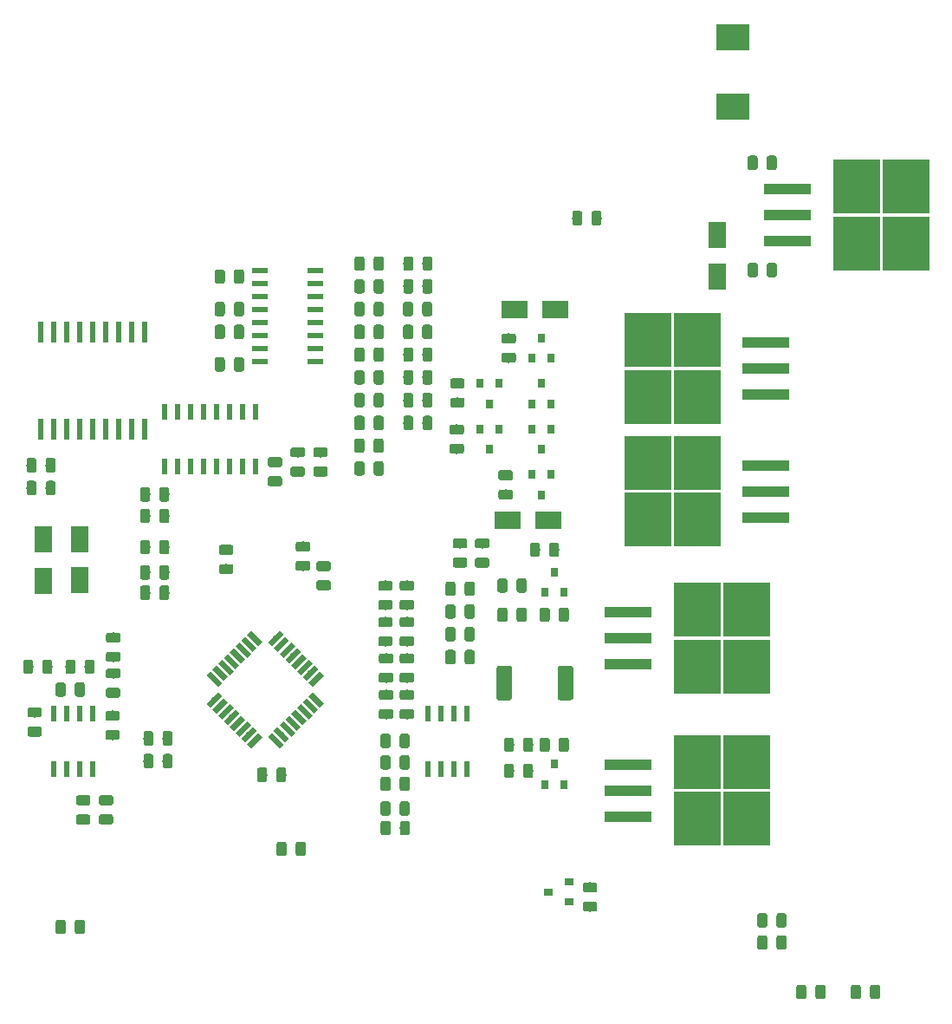
<source format=gbr>
G04 #@! TF.GenerationSoftware,KiCad,Pcbnew,(5.1.0)-1*
G04 #@! TF.CreationDate,2020-05-11T20:58:43-03:00*
G04 #@! TF.ProjectId,EAR ECU Integrated_CPU_01,45415220-4543-4552-9049-6e7465677261,01*
G04 #@! TF.SameCoordinates,Original*
G04 #@! TF.FileFunction,Paste,Top*
G04 #@! TF.FilePolarity,Positive*
%FSLAX46Y46*%
G04 Gerber Fmt 4.6, Leading zero omitted, Abs format (unit mm)*
G04 Created by KiCad (PCBNEW (5.1.0)-1) date 2020-05-11 20:58:43*
%MOMM*%
%LPD*%
G04 APERTURE LIST*
%ADD10C,0.550000*%
%ADD11C,0.100000*%
%ADD12R,4.550000X5.250000*%
%ADD13R,4.600000X1.100000*%
%ADD14R,0.600000X1.500000*%
%ADD15R,0.600000X1.550000*%
%ADD16C,0.975000*%
%ADD17R,1.800000X2.500000*%
%ADD18R,1.500000X0.600000*%
%ADD19R,0.800000X0.900000*%
%ADD20R,0.600000X2.000000*%
%ADD21C,1.525000*%
%ADD22R,0.900000X0.800000*%
%ADD23R,2.500000X1.800000*%
%ADD24R,3.300000X2.500000*%
G04 APERTURE END LIST*
D10*
X112785305Y-104552397D03*
D11*
G36*
X112414074Y-105312537D02*
G01*
X112025165Y-104923628D01*
X113156536Y-103792257D01*
X113545445Y-104181166D01*
X112414074Y-105312537D01*
X112414074Y-105312537D01*
G37*
D10*
X113350990Y-105118083D03*
D11*
G36*
X112979759Y-105878223D02*
G01*
X112590850Y-105489314D01*
X113722221Y-104357943D01*
X114111130Y-104746852D01*
X112979759Y-105878223D01*
X112979759Y-105878223D01*
G37*
D10*
X113916676Y-105683768D03*
D11*
G36*
X113545445Y-106443908D02*
G01*
X113156536Y-106054999D01*
X114287907Y-104923628D01*
X114676816Y-105312537D01*
X113545445Y-106443908D01*
X113545445Y-106443908D01*
G37*
D10*
X114482361Y-106249453D03*
D11*
G36*
X114111130Y-107009593D02*
G01*
X113722221Y-106620684D01*
X114853592Y-105489313D01*
X115242501Y-105878222D01*
X114111130Y-107009593D01*
X114111130Y-107009593D01*
G37*
D10*
X115048047Y-106815139D03*
D11*
G36*
X114676816Y-107575279D02*
G01*
X114287907Y-107186370D01*
X115419278Y-106054999D01*
X115808187Y-106443908D01*
X114676816Y-107575279D01*
X114676816Y-107575279D01*
G37*
D10*
X115613732Y-107380824D03*
D11*
G36*
X115242501Y-108140964D02*
G01*
X114853592Y-107752055D01*
X115984963Y-106620684D01*
X116373872Y-107009593D01*
X115242501Y-108140964D01*
X115242501Y-108140964D01*
G37*
D10*
X116179417Y-107946510D03*
D11*
G36*
X115808186Y-108706650D02*
G01*
X115419277Y-108317741D01*
X116550648Y-107186370D01*
X116939557Y-107575279D01*
X115808186Y-108706650D01*
X115808186Y-108706650D01*
G37*
D10*
X116745103Y-108512195D03*
D11*
G36*
X116373872Y-109272335D02*
G01*
X115984963Y-108883426D01*
X117116334Y-107752055D01*
X117505243Y-108140964D01*
X116373872Y-109272335D01*
X116373872Y-109272335D01*
G37*
D10*
X116745103Y-110562805D03*
D11*
G36*
X115984963Y-110191574D02*
G01*
X116373872Y-109802665D01*
X117505243Y-110934036D01*
X117116334Y-111322945D01*
X115984963Y-110191574D01*
X115984963Y-110191574D01*
G37*
D10*
X116179417Y-111128490D03*
D11*
G36*
X115419277Y-110757259D02*
G01*
X115808186Y-110368350D01*
X116939557Y-111499721D01*
X116550648Y-111888630D01*
X115419277Y-110757259D01*
X115419277Y-110757259D01*
G37*
D10*
X115613732Y-111694176D03*
D11*
G36*
X114853592Y-111322945D02*
G01*
X115242501Y-110934036D01*
X116373872Y-112065407D01*
X115984963Y-112454316D01*
X114853592Y-111322945D01*
X114853592Y-111322945D01*
G37*
D10*
X115048047Y-112259861D03*
D11*
G36*
X114287907Y-111888630D02*
G01*
X114676816Y-111499721D01*
X115808187Y-112631092D01*
X115419278Y-113020001D01*
X114287907Y-111888630D01*
X114287907Y-111888630D01*
G37*
D10*
X114482361Y-112825547D03*
D11*
G36*
X113722221Y-112454316D02*
G01*
X114111130Y-112065407D01*
X115242501Y-113196778D01*
X114853592Y-113585687D01*
X113722221Y-112454316D01*
X113722221Y-112454316D01*
G37*
D10*
X113916676Y-113391232D03*
D11*
G36*
X113156536Y-113020001D02*
G01*
X113545445Y-112631092D01*
X114676816Y-113762463D01*
X114287907Y-114151372D01*
X113156536Y-113020001D01*
X113156536Y-113020001D01*
G37*
D10*
X113350990Y-113956917D03*
D11*
G36*
X112590850Y-113585686D02*
G01*
X112979759Y-113196777D01*
X114111130Y-114328148D01*
X113722221Y-114717057D01*
X112590850Y-113585686D01*
X112590850Y-113585686D01*
G37*
D10*
X112785305Y-114522603D03*
D11*
G36*
X112025165Y-114151372D02*
G01*
X112414074Y-113762463D01*
X113545445Y-114893834D01*
X113156536Y-115282743D01*
X112025165Y-114151372D01*
X112025165Y-114151372D01*
G37*
D10*
X110734695Y-114522603D03*
D11*
G36*
X110363464Y-115282743D02*
G01*
X109974555Y-114893834D01*
X111105926Y-113762463D01*
X111494835Y-114151372D01*
X110363464Y-115282743D01*
X110363464Y-115282743D01*
G37*
D10*
X110169010Y-113956917D03*
D11*
G36*
X109797779Y-114717057D02*
G01*
X109408870Y-114328148D01*
X110540241Y-113196777D01*
X110929150Y-113585686D01*
X109797779Y-114717057D01*
X109797779Y-114717057D01*
G37*
D10*
X109603324Y-113391232D03*
D11*
G36*
X109232093Y-114151372D02*
G01*
X108843184Y-113762463D01*
X109974555Y-112631092D01*
X110363464Y-113020001D01*
X109232093Y-114151372D01*
X109232093Y-114151372D01*
G37*
D10*
X109037639Y-112825547D03*
D11*
G36*
X108666408Y-113585687D02*
G01*
X108277499Y-113196778D01*
X109408870Y-112065407D01*
X109797779Y-112454316D01*
X108666408Y-113585687D01*
X108666408Y-113585687D01*
G37*
D10*
X108471953Y-112259861D03*
D11*
G36*
X108100722Y-113020001D02*
G01*
X107711813Y-112631092D01*
X108843184Y-111499721D01*
X109232093Y-111888630D01*
X108100722Y-113020001D01*
X108100722Y-113020001D01*
G37*
D10*
X107906268Y-111694176D03*
D11*
G36*
X107535037Y-112454316D02*
G01*
X107146128Y-112065407D01*
X108277499Y-110934036D01*
X108666408Y-111322945D01*
X107535037Y-112454316D01*
X107535037Y-112454316D01*
G37*
D10*
X107340583Y-111128490D03*
D11*
G36*
X106969352Y-111888630D02*
G01*
X106580443Y-111499721D01*
X107711814Y-110368350D01*
X108100723Y-110757259D01*
X106969352Y-111888630D01*
X106969352Y-111888630D01*
G37*
D10*
X106774897Y-110562805D03*
D11*
G36*
X106403666Y-111322945D02*
G01*
X106014757Y-110934036D01*
X107146128Y-109802665D01*
X107535037Y-110191574D01*
X106403666Y-111322945D01*
X106403666Y-111322945D01*
G37*
D10*
X106774897Y-108512195D03*
D11*
G36*
X106014757Y-108140964D02*
G01*
X106403666Y-107752055D01*
X107535037Y-108883426D01*
X107146128Y-109272335D01*
X106014757Y-108140964D01*
X106014757Y-108140964D01*
G37*
D10*
X107340583Y-107946510D03*
D11*
G36*
X106580443Y-107575279D02*
G01*
X106969352Y-107186370D01*
X108100723Y-108317741D01*
X107711814Y-108706650D01*
X106580443Y-107575279D01*
X106580443Y-107575279D01*
G37*
D10*
X107906268Y-107380824D03*
D11*
G36*
X107146128Y-107009593D02*
G01*
X107535037Y-106620684D01*
X108666408Y-107752055D01*
X108277499Y-108140964D01*
X107146128Y-107009593D01*
X107146128Y-107009593D01*
G37*
D10*
X108471953Y-106815139D03*
D11*
G36*
X107711813Y-106443908D02*
G01*
X108100722Y-106054999D01*
X109232093Y-107186370D01*
X108843184Y-107575279D01*
X107711813Y-106443908D01*
X107711813Y-106443908D01*
G37*
D10*
X109037639Y-106249453D03*
D11*
G36*
X108277499Y-105878222D02*
G01*
X108666408Y-105489313D01*
X109797779Y-106620684D01*
X109408870Y-107009593D01*
X108277499Y-105878222D01*
X108277499Y-105878222D01*
G37*
D10*
X109603324Y-105683768D03*
D11*
G36*
X108843184Y-105312537D02*
G01*
X109232093Y-104923628D01*
X110363464Y-106054999D01*
X109974555Y-106443908D01*
X108843184Y-105312537D01*
X108843184Y-105312537D01*
G37*
D10*
X110169010Y-105118083D03*
D11*
G36*
X109408870Y-104746852D02*
G01*
X109797779Y-104357943D01*
X110929150Y-105489314D01*
X110540241Y-105878223D01*
X109408870Y-104746852D01*
X109408870Y-104746852D01*
G37*
D10*
X110734695Y-104552397D03*
D11*
G36*
X109974555Y-104181166D02*
G01*
X110363464Y-103792257D01*
X111494835Y-104923628D01*
X111105926Y-105312537D01*
X109974555Y-104181166D01*
X109974555Y-104181166D01*
G37*
D12*
X169542500Y-65957500D03*
X174392500Y-60407500D03*
X169542500Y-60407500D03*
X174392500Y-65957500D03*
D13*
X162817500Y-65722500D03*
X162817500Y-63182500D03*
X162817500Y-60642500D03*
D12*
X153985000Y-107315000D03*
X158835000Y-101765000D03*
X153985000Y-101765000D03*
X158835000Y-107315000D03*
D13*
X147260000Y-107080000D03*
X147260000Y-104540000D03*
X147260000Y-102000000D03*
D12*
X153990000Y-87395000D03*
X149140000Y-92945000D03*
X153990000Y-92945000D03*
X149140000Y-87395000D03*
D13*
X160715000Y-87630000D03*
X160715000Y-90170000D03*
X160715000Y-92710000D03*
D12*
X153985000Y-122155000D03*
X158835000Y-116605000D03*
X153985000Y-116605000D03*
X158835000Y-122155000D03*
D13*
X147260000Y-121920000D03*
X147260000Y-119380000D03*
X147260000Y-116840000D03*
D12*
X153987500Y-75412500D03*
X149137500Y-80962500D03*
X153987500Y-80962500D03*
X149137500Y-75412500D03*
D13*
X160712500Y-75647500D03*
X160712500Y-78187500D03*
X160712500Y-80727500D03*
D14*
X110807500Y-87790000D03*
X109537500Y-87790000D03*
X108267500Y-87790000D03*
X106997500Y-87790000D03*
X105727500Y-87790000D03*
X104457500Y-87790000D03*
X103187500Y-87790000D03*
X101917500Y-87790000D03*
X101917500Y-82390000D03*
X103187500Y-82390000D03*
X104457500Y-82390000D03*
X105727500Y-82390000D03*
X106997500Y-82390000D03*
X108267500Y-82390000D03*
X109537500Y-82390000D03*
X110807500Y-82390000D03*
D15*
X91122500Y-111917500D03*
X92392500Y-111917500D03*
X93662500Y-111917500D03*
X94932500Y-111917500D03*
X94932500Y-117317500D03*
X93662500Y-117317500D03*
X92392500Y-117317500D03*
X91122500Y-117317500D03*
D11*
G36*
X117637642Y-87763674D02*
G01*
X117661303Y-87767184D01*
X117684507Y-87772996D01*
X117707029Y-87781054D01*
X117728653Y-87791282D01*
X117749170Y-87803579D01*
X117768383Y-87817829D01*
X117786107Y-87833893D01*
X117802171Y-87851617D01*
X117816421Y-87870830D01*
X117828718Y-87891347D01*
X117838946Y-87912971D01*
X117847004Y-87935493D01*
X117852816Y-87958697D01*
X117856326Y-87982358D01*
X117857500Y-88006250D01*
X117857500Y-88493750D01*
X117856326Y-88517642D01*
X117852816Y-88541303D01*
X117847004Y-88564507D01*
X117838946Y-88587029D01*
X117828718Y-88608653D01*
X117816421Y-88629170D01*
X117802171Y-88648383D01*
X117786107Y-88666107D01*
X117768383Y-88682171D01*
X117749170Y-88696421D01*
X117728653Y-88708718D01*
X117707029Y-88718946D01*
X117684507Y-88727004D01*
X117661303Y-88732816D01*
X117637642Y-88736326D01*
X117613750Y-88737500D01*
X116701250Y-88737500D01*
X116677358Y-88736326D01*
X116653697Y-88732816D01*
X116630493Y-88727004D01*
X116607971Y-88718946D01*
X116586347Y-88708718D01*
X116565830Y-88696421D01*
X116546617Y-88682171D01*
X116528893Y-88666107D01*
X116512829Y-88648383D01*
X116498579Y-88629170D01*
X116486282Y-88608653D01*
X116476054Y-88587029D01*
X116467996Y-88564507D01*
X116462184Y-88541303D01*
X116458674Y-88517642D01*
X116457500Y-88493750D01*
X116457500Y-88006250D01*
X116458674Y-87982358D01*
X116462184Y-87958697D01*
X116467996Y-87935493D01*
X116476054Y-87912971D01*
X116486282Y-87891347D01*
X116498579Y-87870830D01*
X116512829Y-87851617D01*
X116528893Y-87833893D01*
X116546617Y-87817829D01*
X116565830Y-87803579D01*
X116586347Y-87791282D01*
X116607971Y-87781054D01*
X116630493Y-87772996D01*
X116653697Y-87767184D01*
X116677358Y-87763674D01*
X116701250Y-87762500D01*
X117613750Y-87762500D01*
X117637642Y-87763674D01*
X117637642Y-87763674D01*
G37*
D16*
X117157500Y-88250000D03*
D11*
G36*
X117637642Y-85888674D02*
G01*
X117661303Y-85892184D01*
X117684507Y-85897996D01*
X117707029Y-85906054D01*
X117728653Y-85916282D01*
X117749170Y-85928579D01*
X117768383Y-85942829D01*
X117786107Y-85958893D01*
X117802171Y-85976617D01*
X117816421Y-85995830D01*
X117828718Y-86016347D01*
X117838946Y-86037971D01*
X117847004Y-86060493D01*
X117852816Y-86083697D01*
X117856326Y-86107358D01*
X117857500Y-86131250D01*
X117857500Y-86618750D01*
X117856326Y-86642642D01*
X117852816Y-86666303D01*
X117847004Y-86689507D01*
X117838946Y-86712029D01*
X117828718Y-86733653D01*
X117816421Y-86754170D01*
X117802171Y-86773383D01*
X117786107Y-86791107D01*
X117768383Y-86807171D01*
X117749170Y-86821421D01*
X117728653Y-86833718D01*
X117707029Y-86843946D01*
X117684507Y-86852004D01*
X117661303Y-86857816D01*
X117637642Y-86861326D01*
X117613750Y-86862500D01*
X116701250Y-86862500D01*
X116677358Y-86861326D01*
X116653697Y-86857816D01*
X116630493Y-86852004D01*
X116607971Y-86843946D01*
X116586347Y-86833718D01*
X116565830Y-86821421D01*
X116546617Y-86807171D01*
X116528893Y-86791107D01*
X116512829Y-86773383D01*
X116498579Y-86754170D01*
X116486282Y-86733653D01*
X116476054Y-86712029D01*
X116467996Y-86689507D01*
X116462184Y-86666303D01*
X116458674Y-86642642D01*
X116457500Y-86618750D01*
X116457500Y-86131250D01*
X116458674Y-86107358D01*
X116462184Y-86083697D01*
X116467996Y-86060493D01*
X116476054Y-86037971D01*
X116486282Y-86016347D01*
X116498579Y-85995830D01*
X116512829Y-85976617D01*
X116528893Y-85958893D01*
X116546617Y-85942829D01*
X116565830Y-85928579D01*
X116586347Y-85916282D01*
X116607971Y-85906054D01*
X116630493Y-85897996D01*
X116653697Y-85892184D01*
X116677358Y-85888674D01*
X116701250Y-85887500D01*
X117613750Y-85887500D01*
X117637642Y-85888674D01*
X117637642Y-85888674D01*
G37*
D16*
X117157500Y-86375000D03*
D11*
G36*
X115415142Y-87763674D02*
G01*
X115438803Y-87767184D01*
X115462007Y-87772996D01*
X115484529Y-87781054D01*
X115506153Y-87791282D01*
X115526670Y-87803579D01*
X115545883Y-87817829D01*
X115563607Y-87833893D01*
X115579671Y-87851617D01*
X115593921Y-87870830D01*
X115606218Y-87891347D01*
X115616446Y-87912971D01*
X115624504Y-87935493D01*
X115630316Y-87958697D01*
X115633826Y-87982358D01*
X115635000Y-88006250D01*
X115635000Y-88493750D01*
X115633826Y-88517642D01*
X115630316Y-88541303D01*
X115624504Y-88564507D01*
X115616446Y-88587029D01*
X115606218Y-88608653D01*
X115593921Y-88629170D01*
X115579671Y-88648383D01*
X115563607Y-88666107D01*
X115545883Y-88682171D01*
X115526670Y-88696421D01*
X115506153Y-88708718D01*
X115484529Y-88718946D01*
X115462007Y-88727004D01*
X115438803Y-88732816D01*
X115415142Y-88736326D01*
X115391250Y-88737500D01*
X114478750Y-88737500D01*
X114454858Y-88736326D01*
X114431197Y-88732816D01*
X114407993Y-88727004D01*
X114385471Y-88718946D01*
X114363847Y-88708718D01*
X114343330Y-88696421D01*
X114324117Y-88682171D01*
X114306393Y-88666107D01*
X114290329Y-88648383D01*
X114276079Y-88629170D01*
X114263782Y-88608653D01*
X114253554Y-88587029D01*
X114245496Y-88564507D01*
X114239684Y-88541303D01*
X114236174Y-88517642D01*
X114235000Y-88493750D01*
X114235000Y-88006250D01*
X114236174Y-87982358D01*
X114239684Y-87958697D01*
X114245496Y-87935493D01*
X114253554Y-87912971D01*
X114263782Y-87891347D01*
X114276079Y-87870830D01*
X114290329Y-87851617D01*
X114306393Y-87833893D01*
X114324117Y-87817829D01*
X114343330Y-87803579D01*
X114363847Y-87791282D01*
X114385471Y-87781054D01*
X114407993Y-87772996D01*
X114431197Y-87767184D01*
X114454858Y-87763674D01*
X114478750Y-87762500D01*
X115391250Y-87762500D01*
X115415142Y-87763674D01*
X115415142Y-87763674D01*
G37*
D16*
X114935000Y-88250000D03*
D11*
G36*
X115415142Y-85888674D02*
G01*
X115438803Y-85892184D01*
X115462007Y-85897996D01*
X115484529Y-85906054D01*
X115506153Y-85916282D01*
X115526670Y-85928579D01*
X115545883Y-85942829D01*
X115563607Y-85958893D01*
X115579671Y-85976617D01*
X115593921Y-85995830D01*
X115606218Y-86016347D01*
X115616446Y-86037971D01*
X115624504Y-86060493D01*
X115630316Y-86083697D01*
X115633826Y-86107358D01*
X115635000Y-86131250D01*
X115635000Y-86618750D01*
X115633826Y-86642642D01*
X115630316Y-86666303D01*
X115624504Y-86689507D01*
X115616446Y-86712029D01*
X115606218Y-86733653D01*
X115593921Y-86754170D01*
X115579671Y-86773383D01*
X115563607Y-86791107D01*
X115545883Y-86807171D01*
X115526670Y-86821421D01*
X115506153Y-86833718D01*
X115484529Y-86843946D01*
X115462007Y-86852004D01*
X115438803Y-86857816D01*
X115415142Y-86861326D01*
X115391250Y-86862500D01*
X114478750Y-86862500D01*
X114454858Y-86861326D01*
X114431197Y-86857816D01*
X114407993Y-86852004D01*
X114385471Y-86843946D01*
X114363847Y-86833718D01*
X114343330Y-86821421D01*
X114324117Y-86807171D01*
X114306393Y-86791107D01*
X114290329Y-86773383D01*
X114276079Y-86754170D01*
X114263782Y-86733653D01*
X114253554Y-86712029D01*
X114245496Y-86689507D01*
X114239684Y-86666303D01*
X114236174Y-86642642D01*
X114235000Y-86618750D01*
X114235000Y-86131250D01*
X114236174Y-86107358D01*
X114239684Y-86083697D01*
X114245496Y-86060493D01*
X114253554Y-86037971D01*
X114263782Y-86016347D01*
X114276079Y-85995830D01*
X114290329Y-85976617D01*
X114306393Y-85958893D01*
X114324117Y-85942829D01*
X114343330Y-85928579D01*
X114363847Y-85916282D01*
X114385471Y-85906054D01*
X114407993Y-85897996D01*
X114431197Y-85892184D01*
X114454858Y-85888674D01*
X114478750Y-85887500D01*
X115391250Y-85887500D01*
X115415142Y-85888674D01*
X115415142Y-85888674D01*
G37*
D16*
X114935000Y-86375000D03*
D11*
G36*
X93915142Y-108838674D02*
G01*
X93938803Y-108842184D01*
X93962007Y-108847996D01*
X93984529Y-108856054D01*
X94006153Y-108866282D01*
X94026670Y-108878579D01*
X94045883Y-108892829D01*
X94063607Y-108908893D01*
X94079671Y-108926617D01*
X94093921Y-108945830D01*
X94106218Y-108966347D01*
X94116446Y-108987971D01*
X94124504Y-109010493D01*
X94130316Y-109033697D01*
X94133826Y-109057358D01*
X94135000Y-109081250D01*
X94135000Y-109993750D01*
X94133826Y-110017642D01*
X94130316Y-110041303D01*
X94124504Y-110064507D01*
X94116446Y-110087029D01*
X94106218Y-110108653D01*
X94093921Y-110129170D01*
X94079671Y-110148383D01*
X94063607Y-110166107D01*
X94045883Y-110182171D01*
X94026670Y-110196421D01*
X94006153Y-110208718D01*
X93984529Y-110218946D01*
X93962007Y-110227004D01*
X93938803Y-110232816D01*
X93915142Y-110236326D01*
X93891250Y-110237500D01*
X93403750Y-110237500D01*
X93379858Y-110236326D01*
X93356197Y-110232816D01*
X93332993Y-110227004D01*
X93310471Y-110218946D01*
X93288847Y-110208718D01*
X93268330Y-110196421D01*
X93249117Y-110182171D01*
X93231393Y-110166107D01*
X93215329Y-110148383D01*
X93201079Y-110129170D01*
X93188782Y-110108653D01*
X93178554Y-110087029D01*
X93170496Y-110064507D01*
X93164684Y-110041303D01*
X93161174Y-110017642D01*
X93160000Y-109993750D01*
X93160000Y-109081250D01*
X93161174Y-109057358D01*
X93164684Y-109033697D01*
X93170496Y-109010493D01*
X93178554Y-108987971D01*
X93188782Y-108966347D01*
X93201079Y-108945830D01*
X93215329Y-108926617D01*
X93231393Y-108908893D01*
X93249117Y-108892829D01*
X93268330Y-108878579D01*
X93288847Y-108866282D01*
X93310471Y-108856054D01*
X93332993Y-108847996D01*
X93356197Y-108842184D01*
X93379858Y-108838674D01*
X93403750Y-108837500D01*
X93891250Y-108837500D01*
X93915142Y-108838674D01*
X93915142Y-108838674D01*
G37*
D16*
X93647500Y-109537500D03*
D11*
G36*
X92040142Y-108838674D02*
G01*
X92063803Y-108842184D01*
X92087007Y-108847996D01*
X92109529Y-108856054D01*
X92131153Y-108866282D01*
X92151670Y-108878579D01*
X92170883Y-108892829D01*
X92188607Y-108908893D01*
X92204671Y-108926617D01*
X92218921Y-108945830D01*
X92231218Y-108966347D01*
X92241446Y-108987971D01*
X92249504Y-109010493D01*
X92255316Y-109033697D01*
X92258826Y-109057358D01*
X92260000Y-109081250D01*
X92260000Y-109993750D01*
X92258826Y-110017642D01*
X92255316Y-110041303D01*
X92249504Y-110064507D01*
X92241446Y-110087029D01*
X92231218Y-110108653D01*
X92218921Y-110129170D01*
X92204671Y-110148383D01*
X92188607Y-110166107D01*
X92170883Y-110182171D01*
X92151670Y-110196421D01*
X92131153Y-110208718D01*
X92109529Y-110218946D01*
X92087007Y-110227004D01*
X92063803Y-110232816D01*
X92040142Y-110236326D01*
X92016250Y-110237500D01*
X91528750Y-110237500D01*
X91504858Y-110236326D01*
X91481197Y-110232816D01*
X91457993Y-110227004D01*
X91435471Y-110218946D01*
X91413847Y-110208718D01*
X91393330Y-110196421D01*
X91374117Y-110182171D01*
X91356393Y-110166107D01*
X91340329Y-110148383D01*
X91326079Y-110129170D01*
X91313782Y-110108653D01*
X91303554Y-110087029D01*
X91295496Y-110064507D01*
X91289684Y-110041303D01*
X91286174Y-110017642D01*
X91285000Y-109993750D01*
X91285000Y-109081250D01*
X91286174Y-109057358D01*
X91289684Y-109033697D01*
X91295496Y-109010493D01*
X91303554Y-108987971D01*
X91313782Y-108966347D01*
X91326079Y-108945830D01*
X91340329Y-108926617D01*
X91356393Y-108908893D01*
X91374117Y-108892829D01*
X91393330Y-108878579D01*
X91413847Y-108866282D01*
X91435471Y-108856054D01*
X91457993Y-108847996D01*
X91481197Y-108842184D01*
X91504858Y-108838674D01*
X91528750Y-108837500D01*
X92016250Y-108837500D01*
X92040142Y-108838674D01*
X92040142Y-108838674D01*
G37*
D16*
X91772500Y-109537500D03*
D11*
G36*
X94867642Y-106616174D02*
G01*
X94891303Y-106619684D01*
X94914507Y-106625496D01*
X94937029Y-106633554D01*
X94958653Y-106643782D01*
X94979170Y-106656079D01*
X94998383Y-106670329D01*
X95016107Y-106686393D01*
X95032171Y-106704117D01*
X95046421Y-106723330D01*
X95058718Y-106743847D01*
X95068946Y-106765471D01*
X95077004Y-106787993D01*
X95082816Y-106811197D01*
X95086326Y-106834858D01*
X95087500Y-106858750D01*
X95087500Y-107771250D01*
X95086326Y-107795142D01*
X95082816Y-107818803D01*
X95077004Y-107842007D01*
X95068946Y-107864529D01*
X95058718Y-107886153D01*
X95046421Y-107906670D01*
X95032171Y-107925883D01*
X95016107Y-107943607D01*
X94998383Y-107959671D01*
X94979170Y-107973921D01*
X94958653Y-107986218D01*
X94937029Y-107996446D01*
X94914507Y-108004504D01*
X94891303Y-108010316D01*
X94867642Y-108013826D01*
X94843750Y-108015000D01*
X94356250Y-108015000D01*
X94332358Y-108013826D01*
X94308697Y-108010316D01*
X94285493Y-108004504D01*
X94262971Y-107996446D01*
X94241347Y-107986218D01*
X94220830Y-107973921D01*
X94201617Y-107959671D01*
X94183893Y-107943607D01*
X94167829Y-107925883D01*
X94153579Y-107906670D01*
X94141282Y-107886153D01*
X94131054Y-107864529D01*
X94122996Y-107842007D01*
X94117184Y-107818803D01*
X94113674Y-107795142D01*
X94112500Y-107771250D01*
X94112500Y-106858750D01*
X94113674Y-106834858D01*
X94117184Y-106811197D01*
X94122996Y-106787993D01*
X94131054Y-106765471D01*
X94141282Y-106743847D01*
X94153579Y-106723330D01*
X94167829Y-106704117D01*
X94183893Y-106686393D01*
X94201617Y-106670329D01*
X94220830Y-106656079D01*
X94241347Y-106643782D01*
X94262971Y-106633554D01*
X94285493Y-106625496D01*
X94308697Y-106619684D01*
X94332358Y-106616174D01*
X94356250Y-106615000D01*
X94843750Y-106615000D01*
X94867642Y-106616174D01*
X94867642Y-106616174D01*
G37*
D16*
X94600000Y-107315000D03*
D11*
G36*
X92992642Y-106616174D02*
G01*
X93016303Y-106619684D01*
X93039507Y-106625496D01*
X93062029Y-106633554D01*
X93083653Y-106643782D01*
X93104170Y-106656079D01*
X93123383Y-106670329D01*
X93141107Y-106686393D01*
X93157171Y-106704117D01*
X93171421Y-106723330D01*
X93183718Y-106743847D01*
X93193946Y-106765471D01*
X93202004Y-106787993D01*
X93207816Y-106811197D01*
X93211326Y-106834858D01*
X93212500Y-106858750D01*
X93212500Y-107771250D01*
X93211326Y-107795142D01*
X93207816Y-107818803D01*
X93202004Y-107842007D01*
X93193946Y-107864529D01*
X93183718Y-107886153D01*
X93171421Y-107906670D01*
X93157171Y-107925883D01*
X93141107Y-107943607D01*
X93123383Y-107959671D01*
X93104170Y-107973921D01*
X93083653Y-107986218D01*
X93062029Y-107996446D01*
X93039507Y-108004504D01*
X93016303Y-108010316D01*
X92992642Y-108013826D01*
X92968750Y-108015000D01*
X92481250Y-108015000D01*
X92457358Y-108013826D01*
X92433697Y-108010316D01*
X92410493Y-108004504D01*
X92387971Y-107996446D01*
X92366347Y-107986218D01*
X92345830Y-107973921D01*
X92326617Y-107959671D01*
X92308893Y-107943607D01*
X92292829Y-107925883D01*
X92278579Y-107906670D01*
X92266282Y-107886153D01*
X92256054Y-107864529D01*
X92247996Y-107842007D01*
X92242184Y-107818803D01*
X92238674Y-107795142D01*
X92237500Y-107771250D01*
X92237500Y-106858750D01*
X92238674Y-106834858D01*
X92242184Y-106811197D01*
X92247996Y-106787993D01*
X92256054Y-106765471D01*
X92266282Y-106743847D01*
X92278579Y-106723330D01*
X92292829Y-106704117D01*
X92308893Y-106686393D01*
X92326617Y-106670329D01*
X92345830Y-106656079D01*
X92366347Y-106643782D01*
X92387971Y-106633554D01*
X92410493Y-106625496D01*
X92433697Y-106619684D01*
X92457358Y-106616174D01*
X92481250Y-106615000D01*
X92968750Y-106615000D01*
X92992642Y-106616174D01*
X92992642Y-106616174D01*
G37*
D16*
X92725000Y-107315000D03*
D11*
G36*
X88865142Y-106616174D02*
G01*
X88888803Y-106619684D01*
X88912007Y-106625496D01*
X88934529Y-106633554D01*
X88956153Y-106643782D01*
X88976670Y-106656079D01*
X88995883Y-106670329D01*
X89013607Y-106686393D01*
X89029671Y-106704117D01*
X89043921Y-106723330D01*
X89056218Y-106743847D01*
X89066446Y-106765471D01*
X89074504Y-106787993D01*
X89080316Y-106811197D01*
X89083826Y-106834858D01*
X89085000Y-106858750D01*
X89085000Y-107771250D01*
X89083826Y-107795142D01*
X89080316Y-107818803D01*
X89074504Y-107842007D01*
X89066446Y-107864529D01*
X89056218Y-107886153D01*
X89043921Y-107906670D01*
X89029671Y-107925883D01*
X89013607Y-107943607D01*
X88995883Y-107959671D01*
X88976670Y-107973921D01*
X88956153Y-107986218D01*
X88934529Y-107996446D01*
X88912007Y-108004504D01*
X88888803Y-108010316D01*
X88865142Y-108013826D01*
X88841250Y-108015000D01*
X88353750Y-108015000D01*
X88329858Y-108013826D01*
X88306197Y-108010316D01*
X88282993Y-108004504D01*
X88260471Y-107996446D01*
X88238847Y-107986218D01*
X88218330Y-107973921D01*
X88199117Y-107959671D01*
X88181393Y-107943607D01*
X88165329Y-107925883D01*
X88151079Y-107906670D01*
X88138782Y-107886153D01*
X88128554Y-107864529D01*
X88120496Y-107842007D01*
X88114684Y-107818803D01*
X88111174Y-107795142D01*
X88110000Y-107771250D01*
X88110000Y-106858750D01*
X88111174Y-106834858D01*
X88114684Y-106811197D01*
X88120496Y-106787993D01*
X88128554Y-106765471D01*
X88138782Y-106743847D01*
X88151079Y-106723330D01*
X88165329Y-106704117D01*
X88181393Y-106686393D01*
X88199117Y-106670329D01*
X88218330Y-106656079D01*
X88238847Y-106643782D01*
X88260471Y-106633554D01*
X88282993Y-106625496D01*
X88306197Y-106619684D01*
X88329858Y-106616174D01*
X88353750Y-106615000D01*
X88841250Y-106615000D01*
X88865142Y-106616174D01*
X88865142Y-106616174D01*
G37*
D16*
X88597500Y-107315000D03*
D11*
G36*
X90740142Y-106616174D02*
G01*
X90763803Y-106619684D01*
X90787007Y-106625496D01*
X90809529Y-106633554D01*
X90831153Y-106643782D01*
X90851670Y-106656079D01*
X90870883Y-106670329D01*
X90888607Y-106686393D01*
X90904671Y-106704117D01*
X90918921Y-106723330D01*
X90931218Y-106743847D01*
X90941446Y-106765471D01*
X90949504Y-106787993D01*
X90955316Y-106811197D01*
X90958826Y-106834858D01*
X90960000Y-106858750D01*
X90960000Y-107771250D01*
X90958826Y-107795142D01*
X90955316Y-107818803D01*
X90949504Y-107842007D01*
X90941446Y-107864529D01*
X90931218Y-107886153D01*
X90918921Y-107906670D01*
X90904671Y-107925883D01*
X90888607Y-107943607D01*
X90870883Y-107959671D01*
X90851670Y-107973921D01*
X90831153Y-107986218D01*
X90809529Y-107996446D01*
X90787007Y-108004504D01*
X90763803Y-108010316D01*
X90740142Y-108013826D01*
X90716250Y-108015000D01*
X90228750Y-108015000D01*
X90204858Y-108013826D01*
X90181197Y-108010316D01*
X90157993Y-108004504D01*
X90135471Y-107996446D01*
X90113847Y-107986218D01*
X90093330Y-107973921D01*
X90074117Y-107959671D01*
X90056393Y-107943607D01*
X90040329Y-107925883D01*
X90026079Y-107906670D01*
X90013782Y-107886153D01*
X90003554Y-107864529D01*
X89995496Y-107842007D01*
X89989684Y-107818803D01*
X89986174Y-107795142D01*
X89985000Y-107771250D01*
X89985000Y-106858750D01*
X89986174Y-106834858D01*
X89989684Y-106811197D01*
X89995496Y-106787993D01*
X90003554Y-106765471D01*
X90013782Y-106743847D01*
X90026079Y-106723330D01*
X90040329Y-106704117D01*
X90056393Y-106686393D01*
X90074117Y-106670329D01*
X90093330Y-106656079D01*
X90113847Y-106643782D01*
X90135471Y-106633554D01*
X90157993Y-106625496D01*
X90181197Y-106619684D01*
X90204858Y-106616174D01*
X90228750Y-106615000D01*
X90716250Y-106615000D01*
X90740142Y-106616174D01*
X90740142Y-106616174D01*
G37*
D16*
X90472500Y-107315000D03*
D11*
G36*
X97317642Y-113481174D02*
G01*
X97341303Y-113484684D01*
X97364507Y-113490496D01*
X97387029Y-113498554D01*
X97408653Y-113508782D01*
X97429170Y-113521079D01*
X97448383Y-113535329D01*
X97466107Y-113551393D01*
X97482171Y-113569117D01*
X97496421Y-113588330D01*
X97508718Y-113608847D01*
X97518946Y-113630471D01*
X97527004Y-113652993D01*
X97532816Y-113676197D01*
X97536326Y-113699858D01*
X97537500Y-113723750D01*
X97537500Y-114211250D01*
X97536326Y-114235142D01*
X97532816Y-114258803D01*
X97527004Y-114282007D01*
X97518946Y-114304529D01*
X97508718Y-114326153D01*
X97496421Y-114346670D01*
X97482171Y-114365883D01*
X97466107Y-114383607D01*
X97448383Y-114399671D01*
X97429170Y-114413921D01*
X97408653Y-114426218D01*
X97387029Y-114436446D01*
X97364507Y-114444504D01*
X97341303Y-114450316D01*
X97317642Y-114453826D01*
X97293750Y-114455000D01*
X96381250Y-114455000D01*
X96357358Y-114453826D01*
X96333697Y-114450316D01*
X96310493Y-114444504D01*
X96287971Y-114436446D01*
X96266347Y-114426218D01*
X96245830Y-114413921D01*
X96226617Y-114399671D01*
X96208893Y-114383607D01*
X96192829Y-114365883D01*
X96178579Y-114346670D01*
X96166282Y-114326153D01*
X96156054Y-114304529D01*
X96147996Y-114282007D01*
X96142184Y-114258803D01*
X96138674Y-114235142D01*
X96137500Y-114211250D01*
X96137500Y-113723750D01*
X96138674Y-113699858D01*
X96142184Y-113676197D01*
X96147996Y-113652993D01*
X96156054Y-113630471D01*
X96166282Y-113608847D01*
X96178579Y-113588330D01*
X96192829Y-113569117D01*
X96208893Y-113551393D01*
X96226617Y-113535329D01*
X96245830Y-113521079D01*
X96266347Y-113508782D01*
X96287971Y-113498554D01*
X96310493Y-113490496D01*
X96333697Y-113484684D01*
X96357358Y-113481174D01*
X96381250Y-113480000D01*
X97293750Y-113480000D01*
X97317642Y-113481174D01*
X97317642Y-113481174D01*
G37*
D16*
X96837500Y-113967500D03*
D11*
G36*
X97317642Y-111606174D02*
G01*
X97341303Y-111609684D01*
X97364507Y-111615496D01*
X97387029Y-111623554D01*
X97408653Y-111633782D01*
X97429170Y-111646079D01*
X97448383Y-111660329D01*
X97466107Y-111676393D01*
X97482171Y-111694117D01*
X97496421Y-111713330D01*
X97508718Y-111733847D01*
X97518946Y-111755471D01*
X97527004Y-111777993D01*
X97532816Y-111801197D01*
X97536326Y-111824858D01*
X97537500Y-111848750D01*
X97537500Y-112336250D01*
X97536326Y-112360142D01*
X97532816Y-112383803D01*
X97527004Y-112407007D01*
X97518946Y-112429529D01*
X97508718Y-112451153D01*
X97496421Y-112471670D01*
X97482171Y-112490883D01*
X97466107Y-112508607D01*
X97448383Y-112524671D01*
X97429170Y-112538921D01*
X97408653Y-112551218D01*
X97387029Y-112561446D01*
X97364507Y-112569504D01*
X97341303Y-112575316D01*
X97317642Y-112578826D01*
X97293750Y-112580000D01*
X96381250Y-112580000D01*
X96357358Y-112578826D01*
X96333697Y-112575316D01*
X96310493Y-112569504D01*
X96287971Y-112561446D01*
X96266347Y-112551218D01*
X96245830Y-112538921D01*
X96226617Y-112524671D01*
X96208893Y-112508607D01*
X96192829Y-112490883D01*
X96178579Y-112471670D01*
X96166282Y-112451153D01*
X96156054Y-112429529D01*
X96147996Y-112407007D01*
X96142184Y-112383803D01*
X96138674Y-112360142D01*
X96137500Y-112336250D01*
X96137500Y-111848750D01*
X96138674Y-111824858D01*
X96142184Y-111801197D01*
X96147996Y-111777993D01*
X96156054Y-111755471D01*
X96166282Y-111733847D01*
X96178579Y-111713330D01*
X96192829Y-111694117D01*
X96208893Y-111676393D01*
X96226617Y-111660329D01*
X96245830Y-111646079D01*
X96266347Y-111633782D01*
X96287971Y-111623554D01*
X96310493Y-111615496D01*
X96333697Y-111609684D01*
X96357358Y-111606174D01*
X96381250Y-111605000D01*
X97293750Y-111605000D01*
X97317642Y-111606174D01*
X97317642Y-111606174D01*
G37*
D16*
X96837500Y-112092500D03*
D11*
G36*
X89182642Y-89153674D02*
G01*
X89206303Y-89157184D01*
X89229507Y-89162996D01*
X89252029Y-89171054D01*
X89273653Y-89181282D01*
X89294170Y-89193579D01*
X89313383Y-89207829D01*
X89331107Y-89223893D01*
X89347171Y-89241617D01*
X89361421Y-89260830D01*
X89373718Y-89281347D01*
X89383946Y-89302971D01*
X89392004Y-89325493D01*
X89397816Y-89348697D01*
X89401326Y-89372358D01*
X89402500Y-89396250D01*
X89402500Y-90308750D01*
X89401326Y-90332642D01*
X89397816Y-90356303D01*
X89392004Y-90379507D01*
X89383946Y-90402029D01*
X89373718Y-90423653D01*
X89361421Y-90444170D01*
X89347171Y-90463383D01*
X89331107Y-90481107D01*
X89313383Y-90497171D01*
X89294170Y-90511421D01*
X89273653Y-90523718D01*
X89252029Y-90533946D01*
X89229507Y-90542004D01*
X89206303Y-90547816D01*
X89182642Y-90551326D01*
X89158750Y-90552500D01*
X88671250Y-90552500D01*
X88647358Y-90551326D01*
X88623697Y-90547816D01*
X88600493Y-90542004D01*
X88577971Y-90533946D01*
X88556347Y-90523718D01*
X88535830Y-90511421D01*
X88516617Y-90497171D01*
X88498893Y-90481107D01*
X88482829Y-90463383D01*
X88468579Y-90444170D01*
X88456282Y-90423653D01*
X88446054Y-90402029D01*
X88437996Y-90379507D01*
X88432184Y-90356303D01*
X88428674Y-90332642D01*
X88427500Y-90308750D01*
X88427500Y-89396250D01*
X88428674Y-89372358D01*
X88432184Y-89348697D01*
X88437996Y-89325493D01*
X88446054Y-89302971D01*
X88456282Y-89281347D01*
X88468579Y-89260830D01*
X88482829Y-89241617D01*
X88498893Y-89223893D01*
X88516617Y-89207829D01*
X88535830Y-89193579D01*
X88556347Y-89181282D01*
X88577971Y-89171054D01*
X88600493Y-89162996D01*
X88623697Y-89157184D01*
X88647358Y-89153674D01*
X88671250Y-89152500D01*
X89158750Y-89152500D01*
X89182642Y-89153674D01*
X89182642Y-89153674D01*
G37*
D16*
X88915000Y-89852500D03*
D11*
G36*
X91057642Y-89153674D02*
G01*
X91081303Y-89157184D01*
X91104507Y-89162996D01*
X91127029Y-89171054D01*
X91148653Y-89181282D01*
X91169170Y-89193579D01*
X91188383Y-89207829D01*
X91206107Y-89223893D01*
X91222171Y-89241617D01*
X91236421Y-89260830D01*
X91248718Y-89281347D01*
X91258946Y-89302971D01*
X91267004Y-89325493D01*
X91272816Y-89348697D01*
X91276326Y-89372358D01*
X91277500Y-89396250D01*
X91277500Y-90308750D01*
X91276326Y-90332642D01*
X91272816Y-90356303D01*
X91267004Y-90379507D01*
X91258946Y-90402029D01*
X91248718Y-90423653D01*
X91236421Y-90444170D01*
X91222171Y-90463383D01*
X91206107Y-90481107D01*
X91188383Y-90497171D01*
X91169170Y-90511421D01*
X91148653Y-90523718D01*
X91127029Y-90533946D01*
X91104507Y-90542004D01*
X91081303Y-90547816D01*
X91057642Y-90551326D01*
X91033750Y-90552500D01*
X90546250Y-90552500D01*
X90522358Y-90551326D01*
X90498697Y-90547816D01*
X90475493Y-90542004D01*
X90452971Y-90533946D01*
X90431347Y-90523718D01*
X90410830Y-90511421D01*
X90391617Y-90497171D01*
X90373893Y-90481107D01*
X90357829Y-90463383D01*
X90343579Y-90444170D01*
X90331282Y-90423653D01*
X90321054Y-90402029D01*
X90312996Y-90379507D01*
X90307184Y-90356303D01*
X90303674Y-90332642D01*
X90302500Y-90308750D01*
X90302500Y-89396250D01*
X90303674Y-89372358D01*
X90307184Y-89348697D01*
X90312996Y-89325493D01*
X90321054Y-89302971D01*
X90331282Y-89281347D01*
X90343579Y-89260830D01*
X90357829Y-89241617D01*
X90373893Y-89223893D01*
X90391617Y-89207829D01*
X90410830Y-89193579D01*
X90431347Y-89181282D01*
X90452971Y-89171054D01*
X90475493Y-89162996D01*
X90498697Y-89157184D01*
X90522358Y-89153674D01*
X90546250Y-89152500D01*
X91033750Y-89152500D01*
X91057642Y-89153674D01*
X91057642Y-89153674D01*
G37*
D16*
X90790000Y-89852500D03*
D17*
X93662500Y-98837500D03*
X93662500Y-94837500D03*
X90043000Y-94901000D03*
X90043000Y-98901000D03*
D11*
G36*
X89697642Y-113163674D02*
G01*
X89721303Y-113167184D01*
X89744507Y-113172996D01*
X89767029Y-113181054D01*
X89788653Y-113191282D01*
X89809170Y-113203579D01*
X89828383Y-113217829D01*
X89846107Y-113233893D01*
X89862171Y-113251617D01*
X89876421Y-113270830D01*
X89888718Y-113291347D01*
X89898946Y-113312971D01*
X89907004Y-113335493D01*
X89912816Y-113358697D01*
X89916326Y-113382358D01*
X89917500Y-113406250D01*
X89917500Y-113893750D01*
X89916326Y-113917642D01*
X89912816Y-113941303D01*
X89907004Y-113964507D01*
X89898946Y-113987029D01*
X89888718Y-114008653D01*
X89876421Y-114029170D01*
X89862171Y-114048383D01*
X89846107Y-114066107D01*
X89828383Y-114082171D01*
X89809170Y-114096421D01*
X89788653Y-114108718D01*
X89767029Y-114118946D01*
X89744507Y-114127004D01*
X89721303Y-114132816D01*
X89697642Y-114136326D01*
X89673750Y-114137500D01*
X88761250Y-114137500D01*
X88737358Y-114136326D01*
X88713697Y-114132816D01*
X88690493Y-114127004D01*
X88667971Y-114118946D01*
X88646347Y-114108718D01*
X88625830Y-114096421D01*
X88606617Y-114082171D01*
X88588893Y-114066107D01*
X88572829Y-114048383D01*
X88558579Y-114029170D01*
X88546282Y-114008653D01*
X88536054Y-113987029D01*
X88527996Y-113964507D01*
X88522184Y-113941303D01*
X88518674Y-113917642D01*
X88517500Y-113893750D01*
X88517500Y-113406250D01*
X88518674Y-113382358D01*
X88522184Y-113358697D01*
X88527996Y-113335493D01*
X88536054Y-113312971D01*
X88546282Y-113291347D01*
X88558579Y-113270830D01*
X88572829Y-113251617D01*
X88588893Y-113233893D01*
X88606617Y-113217829D01*
X88625830Y-113203579D01*
X88646347Y-113191282D01*
X88667971Y-113181054D01*
X88690493Y-113172996D01*
X88713697Y-113167184D01*
X88737358Y-113163674D01*
X88761250Y-113162500D01*
X89673750Y-113162500D01*
X89697642Y-113163674D01*
X89697642Y-113163674D01*
G37*
D16*
X89217500Y-113650000D03*
D11*
G36*
X89697642Y-111288674D02*
G01*
X89721303Y-111292184D01*
X89744507Y-111297996D01*
X89767029Y-111306054D01*
X89788653Y-111316282D01*
X89809170Y-111328579D01*
X89828383Y-111342829D01*
X89846107Y-111358893D01*
X89862171Y-111376617D01*
X89876421Y-111395830D01*
X89888718Y-111416347D01*
X89898946Y-111437971D01*
X89907004Y-111460493D01*
X89912816Y-111483697D01*
X89916326Y-111507358D01*
X89917500Y-111531250D01*
X89917500Y-112018750D01*
X89916326Y-112042642D01*
X89912816Y-112066303D01*
X89907004Y-112089507D01*
X89898946Y-112112029D01*
X89888718Y-112133653D01*
X89876421Y-112154170D01*
X89862171Y-112173383D01*
X89846107Y-112191107D01*
X89828383Y-112207171D01*
X89809170Y-112221421D01*
X89788653Y-112233718D01*
X89767029Y-112243946D01*
X89744507Y-112252004D01*
X89721303Y-112257816D01*
X89697642Y-112261326D01*
X89673750Y-112262500D01*
X88761250Y-112262500D01*
X88737358Y-112261326D01*
X88713697Y-112257816D01*
X88690493Y-112252004D01*
X88667971Y-112243946D01*
X88646347Y-112233718D01*
X88625830Y-112221421D01*
X88606617Y-112207171D01*
X88588893Y-112191107D01*
X88572829Y-112173383D01*
X88558579Y-112154170D01*
X88546282Y-112133653D01*
X88536054Y-112112029D01*
X88527996Y-112089507D01*
X88522184Y-112066303D01*
X88518674Y-112042642D01*
X88517500Y-112018750D01*
X88517500Y-111531250D01*
X88518674Y-111507358D01*
X88522184Y-111483697D01*
X88527996Y-111460493D01*
X88536054Y-111437971D01*
X88546282Y-111416347D01*
X88558579Y-111395830D01*
X88572829Y-111376617D01*
X88588893Y-111358893D01*
X88606617Y-111342829D01*
X88625830Y-111328579D01*
X88646347Y-111316282D01*
X88667971Y-111306054D01*
X88690493Y-111297996D01*
X88713697Y-111292184D01*
X88737358Y-111288674D01*
X88761250Y-111287500D01*
X89673750Y-111287500D01*
X89697642Y-111288674D01*
X89697642Y-111288674D01*
G37*
D16*
X89217500Y-111775000D03*
D18*
X111282500Y-77470000D03*
X111282500Y-76200000D03*
X111282500Y-74930000D03*
X111282500Y-73660000D03*
X111282500Y-72390000D03*
X111282500Y-71120000D03*
X111282500Y-69850000D03*
X111282500Y-68580000D03*
X116682500Y-68580000D03*
X116682500Y-69850000D03*
X116682500Y-71120000D03*
X116682500Y-72390000D03*
X116682500Y-73660000D03*
X116682500Y-74930000D03*
X116682500Y-76200000D03*
X116682500Y-77470000D03*
D11*
G36*
X127887642Y-67246174D02*
G01*
X127911303Y-67249684D01*
X127934507Y-67255496D01*
X127957029Y-67263554D01*
X127978653Y-67273782D01*
X127999170Y-67286079D01*
X128018383Y-67300329D01*
X128036107Y-67316393D01*
X128052171Y-67334117D01*
X128066421Y-67353330D01*
X128078718Y-67373847D01*
X128088946Y-67395471D01*
X128097004Y-67417993D01*
X128102816Y-67441197D01*
X128106326Y-67464858D01*
X128107500Y-67488750D01*
X128107500Y-68401250D01*
X128106326Y-68425142D01*
X128102816Y-68448803D01*
X128097004Y-68472007D01*
X128088946Y-68494529D01*
X128078718Y-68516153D01*
X128066421Y-68536670D01*
X128052171Y-68555883D01*
X128036107Y-68573607D01*
X128018383Y-68589671D01*
X127999170Y-68603921D01*
X127978653Y-68616218D01*
X127957029Y-68626446D01*
X127934507Y-68634504D01*
X127911303Y-68640316D01*
X127887642Y-68643826D01*
X127863750Y-68645000D01*
X127376250Y-68645000D01*
X127352358Y-68643826D01*
X127328697Y-68640316D01*
X127305493Y-68634504D01*
X127282971Y-68626446D01*
X127261347Y-68616218D01*
X127240830Y-68603921D01*
X127221617Y-68589671D01*
X127203893Y-68573607D01*
X127187829Y-68555883D01*
X127173579Y-68536670D01*
X127161282Y-68516153D01*
X127151054Y-68494529D01*
X127142996Y-68472007D01*
X127137184Y-68448803D01*
X127133674Y-68425142D01*
X127132500Y-68401250D01*
X127132500Y-67488750D01*
X127133674Y-67464858D01*
X127137184Y-67441197D01*
X127142996Y-67417993D01*
X127151054Y-67395471D01*
X127161282Y-67373847D01*
X127173579Y-67353330D01*
X127187829Y-67334117D01*
X127203893Y-67316393D01*
X127221617Y-67300329D01*
X127240830Y-67286079D01*
X127261347Y-67273782D01*
X127282971Y-67263554D01*
X127305493Y-67255496D01*
X127328697Y-67249684D01*
X127352358Y-67246174D01*
X127376250Y-67245000D01*
X127863750Y-67245000D01*
X127887642Y-67246174D01*
X127887642Y-67246174D01*
G37*
D16*
X127620000Y-67945000D03*
D11*
G36*
X126012642Y-67246174D02*
G01*
X126036303Y-67249684D01*
X126059507Y-67255496D01*
X126082029Y-67263554D01*
X126103653Y-67273782D01*
X126124170Y-67286079D01*
X126143383Y-67300329D01*
X126161107Y-67316393D01*
X126177171Y-67334117D01*
X126191421Y-67353330D01*
X126203718Y-67373847D01*
X126213946Y-67395471D01*
X126222004Y-67417993D01*
X126227816Y-67441197D01*
X126231326Y-67464858D01*
X126232500Y-67488750D01*
X126232500Y-68401250D01*
X126231326Y-68425142D01*
X126227816Y-68448803D01*
X126222004Y-68472007D01*
X126213946Y-68494529D01*
X126203718Y-68516153D01*
X126191421Y-68536670D01*
X126177171Y-68555883D01*
X126161107Y-68573607D01*
X126143383Y-68589671D01*
X126124170Y-68603921D01*
X126103653Y-68616218D01*
X126082029Y-68626446D01*
X126059507Y-68634504D01*
X126036303Y-68640316D01*
X126012642Y-68643826D01*
X125988750Y-68645000D01*
X125501250Y-68645000D01*
X125477358Y-68643826D01*
X125453697Y-68640316D01*
X125430493Y-68634504D01*
X125407971Y-68626446D01*
X125386347Y-68616218D01*
X125365830Y-68603921D01*
X125346617Y-68589671D01*
X125328893Y-68573607D01*
X125312829Y-68555883D01*
X125298579Y-68536670D01*
X125286282Y-68516153D01*
X125276054Y-68494529D01*
X125267996Y-68472007D01*
X125262184Y-68448803D01*
X125258674Y-68425142D01*
X125257500Y-68401250D01*
X125257500Y-67488750D01*
X125258674Y-67464858D01*
X125262184Y-67441197D01*
X125267996Y-67417993D01*
X125276054Y-67395471D01*
X125286282Y-67373847D01*
X125298579Y-67353330D01*
X125312829Y-67334117D01*
X125328893Y-67316393D01*
X125346617Y-67300329D01*
X125365830Y-67286079D01*
X125386347Y-67273782D01*
X125407971Y-67263554D01*
X125430493Y-67255496D01*
X125453697Y-67249684D01*
X125477358Y-67246174D01*
X125501250Y-67245000D01*
X125988750Y-67245000D01*
X126012642Y-67246174D01*
X126012642Y-67246174D01*
G37*
D16*
X125745000Y-67945000D03*
D11*
G36*
X127887642Y-69468674D02*
G01*
X127911303Y-69472184D01*
X127934507Y-69477996D01*
X127957029Y-69486054D01*
X127978653Y-69496282D01*
X127999170Y-69508579D01*
X128018383Y-69522829D01*
X128036107Y-69538893D01*
X128052171Y-69556617D01*
X128066421Y-69575830D01*
X128078718Y-69596347D01*
X128088946Y-69617971D01*
X128097004Y-69640493D01*
X128102816Y-69663697D01*
X128106326Y-69687358D01*
X128107500Y-69711250D01*
X128107500Y-70623750D01*
X128106326Y-70647642D01*
X128102816Y-70671303D01*
X128097004Y-70694507D01*
X128088946Y-70717029D01*
X128078718Y-70738653D01*
X128066421Y-70759170D01*
X128052171Y-70778383D01*
X128036107Y-70796107D01*
X128018383Y-70812171D01*
X127999170Y-70826421D01*
X127978653Y-70838718D01*
X127957029Y-70848946D01*
X127934507Y-70857004D01*
X127911303Y-70862816D01*
X127887642Y-70866326D01*
X127863750Y-70867500D01*
X127376250Y-70867500D01*
X127352358Y-70866326D01*
X127328697Y-70862816D01*
X127305493Y-70857004D01*
X127282971Y-70848946D01*
X127261347Y-70838718D01*
X127240830Y-70826421D01*
X127221617Y-70812171D01*
X127203893Y-70796107D01*
X127187829Y-70778383D01*
X127173579Y-70759170D01*
X127161282Y-70738653D01*
X127151054Y-70717029D01*
X127142996Y-70694507D01*
X127137184Y-70671303D01*
X127133674Y-70647642D01*
X127132500Y-70623750D01*
X127132500Y-69711250D01*
X127133674Y-69687358D01*
X127137184Y-69663697D01*
X127142996Y-69640493D01*
X127151054Y-69617971D01*
X127161282Y-69596347D01*
X127173579Y-69575830D01*
X127187829Y-69556617D01*
X127203893Y-69538893D01*
X127221617Y-69522829D01*
X127240830Y-69508579D01*
X127261347Y-69496282D01*
X127282971Y-69486054D01*
X127305493Y-69477996D01*
X127328697Y-69472184D01*
X127352358Y-69468674D01*
X127376250Y-69467500D01*
X127863750Y-69467500D01*
X127887642Y-69468674D01*
X127887642Y-69468674D01*
G37*
D16*
X127620000Y-70167500D03*
D11*
G36*
X126012642Y-69468674D02*
G01*
X126036303Y-69472184D01*
X126059507Y-69477996D01*
X126082029Y-69486054D01*
X126103653Y-69496282D01*
X126124170Y-69508579D01*
X126143383Y-69522829D01*
X126161107Y-69538893D01*
X126177171Y-69556617D01*
X126191421Y-69575830D01*
X126203718Y-69596347D01*
X126213946Y-69617971D01*
X126222004Y-69640493D01*
X126227816Y-69663697D01*
X126231326Y-69687358D01*
X126232500Y-69711250D01*
X126232500Y-70623750D01*
X126231326Y-70647642D01*
X126227816Y-70671303D01*
X126222004Y-70694507D01*
X126213946Y-70717029D01*
X126203718Y-70738653D01*
X126191421Y-70759170D01*
X126177171Y-70778383D01*
X126161107Y-70796107D01*
X126143383Y-70812171D01*
X126124170Y-70826421D01*
X126103653Y-70838718D01*
X126082029Y-70848946D01*
X126059507Y-70857004D01*
X126036303Y-70862816D01*
X126012642Y-70866326D01*
X125988750Y-70867500D01*
X125501250Y-70867500D01*
X125477358Y-70866326D01*
X125453697Y-70862816D01*
X125430493Y-70857004D01*
X125407971Y-70848946D01*
X125386347Y-70838718D01*
X125365830Y-70826421D01*
X125346617Y-70812171D01*
X125328893Y-70796107D01*
X125312829Y-70778383D01*
X125298579Y-70759170D01*
X125286282Y-70738653D01*
X125276054Y-70717029D01*
X125267996Y-70694507D01*
X125262184Y-70671303D01*
X125258674Y-70647642D01*
X125257500Y-70623750D01*
X125257500Y-69711250D01*
X125258674Y-69687358D01*
X125262184Y-69663697D01*
X125267996Y-69640493D01*
X125276054Y-69617971D01*
X125286282Y-69596347D01*
X125298579Y-69575830D01*
X125312829Y-69556617D01*
X125328893Y-69538893D01*
X125346617Y-69522829D01*
X125365830Y-69508579D01*
X125386347Y-69496282D01*
X125407971Y-69486054D01*
X125430493Y-69477996D01*
X125453697Y-69472184D01*
X125477358Y-69468674D01*
X125501250Y-69467500D01*
X125988750Y-69467500D01*
X126012642Y-69468674D01*
X126012642Y-69468674D01*
G37*
D16*
X125745000Y-70167500D03*
D11*
G36*
X127872642Y-71691174D02*
G01*
X127896303Y-71694684D01*
X127919507Y-71700496D01*
X127942029Y-71708554D01*
X127963653Y-71718782D01*
X127984170Y-71731079D01*
X128003383Y-71745329D01*
X128021107Y-71761393D01*
X128037171Y-71779117D01*
X128051421Y-71798330D01*
X128063718Y-71818847D01*
X128073946Y-71840471D01*
X128082004Y-71862993D01*
X128087816Y-71886197D01*
X128091326Y-71909858D01*
X128092500Y-71933750D01*
X128092500Y-72846250D01*
X128091326Y-72870142D01*
X128087816Y-72893803D01*
X128082004Y-72917007D01*
X128073946Y-72939529D01*
X128063718Y-72961153D01*
X128051421Y-72981670D01*
X128037171Y-73000883D01*
X128021107Y-73018607D01*
X128003383Y-73034671D01*
X127984170Y-73048921D01*
X127963653Y-73061218D01*
X127942029Y-73071446D01*
X127919507Y-73079504D01*
X127896303Y-73085316D01*
X127872642Y-73088826D01*
X127848750Y-73090000D01*
X127361250Y-73090000D01*
X127337358Y-73088826D01*
X127313697Y-73085316D01*
X127290493Y-73079504D01*
X127267971Y-73071446D01*
X127246347Y-73061218D01*
X127225830Y-73048921D01*
X127206617Y-73034671D01*
X127188893Y-73018607D01*
X127172829Y-73000883D01*
X127158579Y-72981670D01*
X127146282Y-72961153D01*
X127136054Y-72939529D01*
X127127996Y-72917007D01*
X127122184Y-72893803D01*
X127118674Y-72870142D01*
X127117500Y-72846250D01*
X127117500Y-71933750D01*
X127118674Y-71909858D01*
X127122184Y-71886197D01*
X127127996Y-71862993D01*
X127136054Y-71840471D01*
X127146282Y-71818847D01*
X127158579Y-71798330D01*
X127172829Y-71779117D01*
X127188893Y-71761393D01*
X127206617Y-71745329D01*
X127225830Y-71731079D01*
X127246347Y-71718782D01*
X127267971Y-71708554D01*
X127290493Y-71700496D01*
X127313697Y-71694684D01*
X127337358Y-71691174D01*
X127361250Y-71690000D01*
X127848750Y-71690000D01*
X127872642Y-71691174D01*
X127872642Y-71691174D01*
G37*
D16*
X127605000Y-72390000D03*
D11*
G36*
X125997642Y-71691174D02*
G01*
X126021303Y-71694684D01*
X126044507Y-71700496D01*
X126067029Y-71708554D01*
X126088653Y-71718782D01*
X126109170Y-71731079D01*
X126128383Y-71745329D01*
X126146107Y-71761393D01*
X126162171Y-71779117D01*
X126176421Y-71798330D01*
X126188718Y-71818847D01*
X126198946Y-71840471D01*
X126207004Y-71862993D01*
X126212816Y-71886197D01*
X126216326Y-71909858D01*
X126217500Y-71933750D01*
X126217500Y-72846250D01*
X126216326Y-72870142D01*
X126212816Y-72893803D01*
X126207004Y-72917007D01*
X126198946Y-72939529D01*
X126188718Y-72961153D01*
X126176421Y-72981670D01*
X126162171Y-73000883D01*
X126146107Y-73018607D01*
X126128383Y-73034671D01*
X126109170Y-73048921D01*
X126088653Y-73061218D01*
X126067029Y-73071446D01*
X126044507Y-73079504D01*
X126021303Y-73085316D01*
X125997642Y-73088826D01*
X125973750Y-73090000D01*
X125486250Y-73090000D01*
X125462358Y-73088826D01*
X125438697Y-73085316D01*
X125415493Y-73079504D01*
X125392971Y-73071446D01*
X125371347Y-73061218D01*
X125350830Y-73048921D01*
X125331617Y-73034671D01*
X125313893Y-73018607D01*
X125297829Y-73000883D01*
X125283579Y-72981670D01*
X125271282Y-72961153D01*
X125261054Y-72939529D01*
X125252996Y-72917007D01*
X125247184Y-72893803D01*
X125243674Y-72870142D01*
X125242500Y-72846250D01*
X125242500Y-71933750D01*
X125243674Y-71909858D01*
X125247184Y-71886197D01*
X125252996Y-71862993D01*
X125261054Y-71840471D01*
X125271282Y-71818847D01*
X125283579Y-71798330D01*
X125297829Y-71779117D01*
X125313893Y-71761393D01*
X125331617Y-71745329D01*
X125350830Y-71731079D01*
X125371347Y-71718782D01*
X125392971Y-71708554D01*
X125415493Y-71700496D01*
X125438697Y-71694684D01*
X125462358Y-71691174D01*
X125486250Y-71690000D01*
X125973750Y-71690000D01*
X125997642Y-71691174D01*
X125997642Y-71691174D01*
G37*
D16*
X125730000Y-72390000D03*
D11*
G36*
X127872642Y-73913674D02*
G01*
X127896303Y-73917184D01*
X127919507Y-73922996D01*
X127942029Y-73931054D01*
X127963653Y-73941282D01*
X127984170Y-73953579D01*
X128003383Y-73967829D01*
X128021107Y-73983893D01*
X128037171Y-74001617D01*
X128051421Y-74020830D01*
X128063718Y-74041347D01*
X128073946Y-74062971D01*
X128082004Y-74085493D01*
X128087816Y-74108697D01*
X128091326Y-74132358D01*
X128092500Y-74156250D01*
X128092500Y-75068750D01*
X128091326Y-75092642D01*
X128087816Y-75116303D01*
X128082004Y-75139507D01*
X128073946Y-75162029D01*
X128063718Y-75183653D01*
X128051421Y-75204170D01*
X128037171Y-75223383D01*
X128021107Y-75241107D01*
X128003383Y-75257171D01*
X127984170Y-75271421D01*
X127963653Y-75283718D01*
X127942029Y-75293946D01*
X127919507Y-75302004D01*
X127896303Y-75307816D01*
X127872642Y-75311326D01*
X127848750Y-75312500D01*
X127361250Y-75312500D01*
X127337358Y-75311326D01*
X127313697Y-75307816D01*
X127290493Y-75302004D01*
X127267971Y-75293946D01*
X127246347Y-75283718D01*
X127225830Y-75271421D01*
X127206617Y-75257171D01*
X127188893Y-75241107D01*
X127172829Y-75223383D01*
X127158579Y-75204170D01*
X127146282Y-75183653D01*
X127136054Y-75162029D01*
X127127996Y-75139507D01*
X127122184Y-75116303D01*
X127118674Y-75092642D01*
X127117500Y-75068750D01*
X127117500Y-74156250D01*
X127118674Y-74132358D01*
X127122184Y-74108697D01*
X127127996Y-74085493D01*
X127136054Y-74062971D01*
X127146282Y-74041347D01*
X127158579Y-74020830D01*
X127172829Y-74001617D01*
X127188893Y-73983893D01*
X127206617Y-73967829D01*
X127225830Y-73953579D01*
X127246347Y-73941282D01*
X127267971Y-73931054D01*
X127290493Y-73922996D01*
X127313697Y-73917184D01*
X127337358Y-73913674D01*
X127361250Y-73912500D01*
X127848750Y-73912500D01*
X127872642Y-73913674D01*
X127872642Y-73913674D01*
G37*
D16*
X127605000Y-74612500D03*
D11*
G36*
X125997642Y-73913674D02*
G01*
X126021303Y-73917184D01*
X126044507Y-73922996D01*
X126067029Y-73931054D01*
X126088653Y-73941282D01*
X126109170Y-73953579D01*
X126128383Y-73967829D01*
X126146107Y-73983893D01*
X126162171Y-74001617D01*
X126176421Y-74020830D01*
X126188718Y-74041347D01*
X126198946Y-74062971D01*
X126207004Y-74085493D01*
X126212816Y-74108697D01*
X126216326Y-74132358D01*
X126217500Y-74156250D01*
X126217500Y-75068750D01*
X126216326Y-75092642D01*
X126212816Y-75116303D01*
X126207004Y-75139507D01*
X126198946Y-75162029D01*
X126188718Y-75183653D01*
X126176421Y-75204170D01*
X126162171Y-75223383D01*
X126146107Y-75241107D01*
X126128383Y-75257171D01*
X126109170Y-75271421D01*
X126088653Y-75283718D01*
X126067029Y-75293946D01*
X126044507Y-75302004D01*
X126021303Y-75307816D01*
X125997642Y-75311326D01*
X125973750Y-75312500D01*
X125486250Y-75312500D01*
X125462358Y-75311326D01*
X125438697Y-75307816D01*
X125415493Y-75302004D01*
X125392971Y-75293946D01*
X125371347Y-75283718D01*
X125350830Y-75271421D01*
X125331617Y-75257171D01*
X125313893Y-75241107D01*
X125297829Y-75223383D01*
X125283579Y-75204170D01*
X125271282Y-75183653D01*
X125261054Y-75162029D01*
X125252996Y-75139507D01*
X125247184Y-75116303D01*
X125243674Y-75092642D01*
X125242500Y-75068750D01*
X125242500Y-74156250D01*
X125243674Y-74132358D01*
X125247184Y-74108697D01*
X125252996Y-74085493D01*
X125261054Y-74062971D01*
X125271282Y-74041347D01*
X125283579Y-74020830D01*
X125297829Y-74001617D01*
X125313893Y-73983893D01*
X125331617Y-73967829D01*
X125350830Y-73953579D01*
X125371347Y-73941282D01*
X125392971Y-73931054D01*
X125415493Y-73922996D01*
X125438697Y-73917184D01*
X125462358Y-73913674D01*
X125486250Y-73912500D01*
X125973750Y-73912500D01*
X125997642Y-73913674D01*
X125997642Y-73913674D01*
G37*
D16*
X125730000Y-74612500D03*
D11*
G36*
X127887642Y-76136174D02*
G01*
X127911303Y-76139684D01*
X127934507Y-76145496D01*
X127957029Y-76153554D01*
X127978653Y-76163782D01*
X127999170Y-76176079D01*
X128018383Y-76190329D01*
X128036107Y-76206393D01*
X128052171Y-76224117D01*
X128066421Y-76243330D01*
X128078718Y-76263847D01*
X128088946Y-76285471D01*
X128097004Y-76307993D01*
X128102816Y-76331197D01*
X128106326Y-76354858D01*
X128107500Y-76378750D01*
X128107500Y-77291250D01*
X128106326Y-77315142D01*
X128102816Y-77338803D01*
X128097004Y-77362007D01*
X128088946Y-77384529D01*
X128078718Y-77406153D01*
X128066421Y-77426670D01*
X128052171Y-77445883D01*
X128036107Y-77463607D01*
X128018383Y-77479671D01*
X127999170Y-77493921D01*
X127978653Y-77506218D01*
X127957029Y-77516446D01*
X127934507Y-77524504D01*
X127911303Y-77530316D01*
X127887642Y-77533826D01*
X127863750Y-77535000D01*
X127376250Y-77535000D01*
X127352358Y-77533826D01*
X127328697Y-77530316D01*
X127305493Y-77524504D01*
X127282971Y-77516446D01*
X127261347Y-77506218D01*
X127240830Y-77493921D01*
X127221617Y-77479671D01*
X127203893Y-77463607D01*
X127187829Y-77445883D01*
X127173579Y-77426670D01*
X127161282Y-77406153D01*
X127151054Y-77384529D01*
X127142996Y-77362007D01*
X127137184Y-77338803D01*
X127133674Y-77315142D01*
X127132500Y-77291250D01*
X127132500Y-76378750D01*
X127133674Y-76354858D01*
X127137184Y-76331197D01*
X127142996Y-76307993D01*
X127151054Y-76285471D01*
X127161282Y-76263847D01*
X127173579Y-76243330D01*
X127187829Y-76224117D01*
X127203893Y-76206393D01*
X127221617Y-76190329D01*
X127240830Y-76176079D01*
X127261347Y-76163782D01*
X127282971Y-76153554D01*
X127305493Y-76145496D01*
X127328697Y-76139684D01*
X127352358Y-76136174D01*
X127376250Y-76135000D01*
X127863750Y-76135000D01*
X127887642Y-76136174D01*
X127887642Y-76136174D01*
G37*
D16*
X127620000Y-76835000D03*
D11*
G36*
X126012642Y-76136174D02*
G01*
X126036303Y-76139684D01*
X126059507Y-76145496D01*
X126082029Y-76153554D01*
X126103653Y-76163782D01*
X126124170Y-76176079D01*
X126143383Y-76190329D01*
X126161107Y-76206393D01*
X126177171Y-76224117D01*
X126191421Y-76243330D01*
X126203718Y-76263847D01*
X126213946Y-76285471D01*
X126222004Y-76307993D01*
X126227816Y-76331197D01*
X126231326Y-76354858D01*
X126232500Y-76378750D01*
X126232500Y-77291250D01*
X126231326Y-77315142D01*
X126227816Y-77338803D01*
X126222004Y-77362007D01*
X126213946Y-77384529D01*
X126203718Y-77406153D01*
X126191421Y-77426670D01*
X126177171Y-77445883D01*
X126161107Y-77463607D01*
X126143383Y-77479671D01*
X126124170Y-77493921D01*
X126103653Y-77506218D01*
X126082029Y-77516446D01*
X126059507Y-77524504D01*
X126036303Y-77530316D01*
X126012642Y-77533826D01*
X125988750Y-77535000D01*
X125501250Y-77535000D01*
X125477358Y-77533826D01*
X125453697Y-77530316D01*
X125430493Y-77524504D01*
X125407971Y-77516446D01*
X125386347Y-77506218D01*
X125365830Y-77493921D01*
X125346617Y-77479671D01*
X125328893Y-77463607D01*
X125312829Y-77445883D01*
X125298579Y-77426670D01*
X125286282Y-77406153D01*
X125276054Y-77384529D01*
X125267996Y-77362007D01*
X125262184Y-77338803D01*
X125258674Y-77315142D01*
X125257500Y-77291250D01*
X125257500Y-76378750D01*
X125258674Y-76354858D01*
X125262184Y-76331197D01*
X125267996Y-76307993D01*
X125276054Y-76285471D01*
X125286282Y-76263847D01*
X125298579Y-76243330D01*
X125312829Y-76224117D01*
X125328893Y-76206393D01*
X125346617Y-76190329D01*
X125365830Y-76176079D01*
X125386347Y-76163782D01*
X125407971Y-76153554D01*
X125430493Y-76145496D01*
X125453697Y-76139684D01*
X125477358Y-76136174D01*
X125501250Y-76135000D01*
X125988750Y-76135000D01*
X126012642Y-76136174D01*
X126012642Y-76136174D01*
G37*
D16*
X125745000Y-76835000D03*
D11*
G36*
X127887642Y-78358674D02*
G01*
X127911303Y-78362184D01*
X127934507Y-78367996D01*
X127957029Y-78376054D01*
X127978653Y-78386282D01*
X127999170Y-78398579D01*
X128018383Y-78412829D01*
X128036107Y-78428893D01*
X128052171Y-78446617D01*
X128066421Y-78465830D01*
X128078718Y-78486347D01*
X128088946Y-78507971D01*
X128097004Y-78530493D01*
X128102816Y-78553697D01*
X128106326Y-78577358D01*
X128107500Y-78601250D01*
X128107500Y-79513750D01*
X128106326Y-79537642D01*
X128102816Y-79561303D01*
X128097004Y-79584507D01*
X128088946Y-79607029D01*
X128078718Y-79628653D01*
X128066421Y-79649170D01*
X128052171Y-79668383D01*
X128036107Y-79686107D01*
X128018383Y-79702171D01*
X127999170Y-79716421D01*
X127978653Y-79728718D01*
X127957029Y-79738946D01*
X127934507Y-79747004D01*
X127911303Y-79752816D01*
X127887642Y-79756326D01*
X127863750Y-79757500D01*
X127376250Y-79757500D01*
X127352358Y-79756326D01*
X127328697Y-79752816D01*
X127305493Y-79747004D01*
X127282971Y-79738946D01*
X127261347Y-79728718D01*
X127240830Y-79716421D01*
X127221617Y-79702171D01*
X127203893Y-79686107D01*
X127187829Y-79668383D01*
X127173579Y-79649170D01*
X127161282Y-79628653D01*
X127151054Y-79607029D01*
X127142996Y-79584507D01*
X127137184Y-79561303D01*
X127133674Y-79537642D01*
X127132500Y-79513750D01*
X127132500Y-78601250D01*
X127133674Y-78577358D01*
X127137184Y-78553697D01*
X127142996Y-78530493D01*
X127151054Y-78507971D01*
X127161282Y-78486347D01*
X127173579Y-78465830D01*
X127187829Y-78446617D01*
X127203893Y-78428893D01*
X127221617Y-78412829D01*
X127240830Y-78398579D01*
X127261347Y-78386282D01*
X127282971Y-78376054D01*
X127305493Y-78367996D01*
X127328697Y-78362184D01*
X127352358Y-78358674D01*
X127376250Y-78357500D01*
X127863750Y-78357500D01*
X127887642Y-78358674D01*
X127887642Y-78358674D01*
G37*
D16*
X127620000Y-79057500D03*
D11*
G36*
X126012642Y-78358674D02*
G01*
X126036303Y-78362184D01*
X126059507Y-78367996D01*
X126082029Y-78376054D01*
X126103653Y-78386282D01*
X126124170Y-78398579D01*
X126143383Y-78412829D01*
X126161107Y-78428893D01*
X126177171Y-78446617D01*
X126191421Y-78465830D01*
X126203718Y-78486347D01*
X126213946Y-78507971D01*
X126222004Y-78530493D01*
X126227816Y-78553697D01*
X126231326Y-78577358D01*
X126232500Y-78601250D01*
X126232500Y-79513750D01*
X126231326Y-79537642D01*
X126227816Y-79561303D01*
X126222004Y-79584507D01*
X126213946Y-79607029D01*
X126203718Y-79628653D01*
X126191421Y-79649170D01*
X126177171Y-79668383D01*
X126161107Y-79686107D01*
X126143383Y-79702171D01*
X126124170Y-79716421D01*
X126103653Y-79728718D01*
X126082029Y-79738946D01*
X126059507Y-79747004D01*
X126036303Y-79752816D01*
X126012642Y-79756326D01*
X125988750Y-79757500D01*
X125501250Y-79757500D01*
X125477358Y-79756326D01*
X125453697Y-79752816D01*
X125430493Y-79747004D01*
X125407971Y-79738946D01*
X125386347Y-79728718D01*
X125365830Y-79716421D01*
X125346617Y-79702171D01*
X125328893Y-79686107D01*
X125312829Y-79668383D01*
X125298579Y-79649170D01*
X125286282Y-79628653D01*
X125276054Y-79607029D01*
X125267996Y-79584507D01*
X125262184Y-79561303D01*
X125258674Y-79537642D01*
X125257500Y-79513750D01*
X125257500Y-78601250D01*
X125258674Y-78577358D01*
X125262184Y-78553697D01*
X125267996Y-78530493D01*
X125276054Y-78507971D01*
X125286282Y-78486347D01*
X125298579Y-78465830D01*
X125312829Y-78446617D01*
X125328893Y-78428893D01*
X125346617Y-78412829D01*
X125365830Y-78398579D01*
X125386347Y-78386282D01*
X125407971Y-78376054D01*
X125430493Y-78367996D01*
X125453697Y-78362184D01*
X125477358Y-78358674D01*
X125501250Y-78357500D01*
X125988750Y-78357500D01*
X126012642Y-78358674D01*
X126012642Y-78358674D01*
G37*
D16*
X125745000Y-79057500D03*
D11*
G36*
X127887642Y-80581174D02*
G01*
X127911303Y-80584684D01*
X127934507Y-80590496D01*
X127957029Y-80598554D01*
X127978653Y-80608782D01*
X127999170Y-80621079D01*
X128018383Y-80635329D01*
X128036107Y-80651393D01*
X128052171Y-80669117D01*
X128066421Y-80688330D01*
X128078718Y-80708847D01*
X128088946Y-80730471D01*
X128097004Y-80752993D01*
X128102816Y-80776197D01*
X128106326Y-80799858D01*
X128107500Y-80823750D01*
X128107500Y-81736250D01*
X128106326Y-81760142D01*
X128102816Y-81783803D01*
X128097004Y-81807007D01*
X128088946Y-81829529D01*
X128078718Y-81851153D01*
X128066421Y-81871670D01*
X128052171Y-81890883D01*
X128036107Y-81908607D01*
X128018383Y-81924671D01*
X127999170Y-81938921D01*
X127978653Y-81951218D01*
X127957029Y-81961446D01*
X127934507Y-81969504D01*
X127911303Y-81975316D01*
X127887642Y-81978826D01*
X127863750Y-81980000D01*
X127376250Y-81980000D01*
X127352358Y-81978826D01*
X127328697Y-81975316D01*
X127305493Y-81969504D01*
X127282971Y-81961446D01*
X127261347Y-81951218D01*
X127240830Y-81938921D01*
X127221617Y-81924671D01*
X127203893Y-81908607D01*
X127187829Y-81890883D01*
X127173579Y-81871670D01*
X127161282Y-81851153D01*
X127151054Y-81829529D01*
X127142996Y-81807007D01*
X127137184Y-81783803D01*
X127133674Y-81760142D01*
X127132500Y-81736250D01*
X127132500Y-80823750D01*
X127133674Y-80799858D01*
X127137184Y-80776197D01*
X127142996Y-80752993D01*
X127151054Y-80730471D01*
X127161282Y-80708847D01*
X127173579Y-80688330D01*
X127187829Y-80669117D01*
X127203893Y-80651393D01*
X127221617Y-80635329D01*
X127240830Y-80621079D01*
X127261347Y-80608782D01*
X127282971Y-80598554D01*
X127305493Y-80590496D01*
X127328697Y-80584684D01*
X127352358Y-80581174D01*
X127376250Y-80580000D01*
X127863750Y-80580000D01*
X127887642Y-80581174D01*
X127887642Y-80581174D01*
G37*
D16*
X127620000Y-81280000D03*
D11*
G36*
X126012642Y-80581174D02*
G01*
X126036303Y-80584684D01*
X126059507Y-80590496D01*
X126082029Y-80598554D01*
X126103653Y-80608782D01*
X126124170Y-80621079D01*
X126143383Y-80635329D01*
X126161107Y-80651393D01*
X126177171Y-80669117D01*
X126191421Y-80688330D01*
X126203718Y-80708847D01*
X126213946Y-80730471D01*
X126222004Y-80752993D01*
X126227816Y-80776197D01*
X126231326Y-80799858D01*
X126232500Y-80823750D01*
X126232500Y-81736250D01*
X126231326Y-81760142D01*
X126227816Y-81783803D01*
X126222004Y-81807007D01*
X126213946Y-81829529D01*
X126203718Y-81851153D01*
X126191421Y-81871670D01*
X126177171Y-81890883D01*
X126161107Y-81908607D01*
X126143383Y-81924671D01*
X126124170Y-81938921D01*
X126103653Y-81951218D01*
X126082029Y-81961446D01*
X126059507Y-81969504D01*
X126036303Y-81975316D01*
X126012642Y-81978826D01*
X125988750Y-81980000D01*
X125501250Y-81980000D01*
X125477358Y-81978826D01*
X125453697Y-81975316D01*
X125430493Y-81969504D01*
X125407971Y-81961446D01*
X125386347Y-81951218D01*
X125365830Y-81938921D01*
X125346617Y-81924671D01*
X125328893Y-81908607D01*
X125312829Y-81890883D01*
X125298579Y-81871670D01*
X125286282Y-81851153D01*
X125276054Y-81829529D01*
X125267996Y-81807007D01*
X125262184Y-81783803D01*
X125258674Y-81760142D01*
X125257500Y-81736250D01*
X125257500Y-80823750D01*
X125258674Y-80799858D01*
X125262184Y-80776197D01*
X125267996Y-80752993D01*
X125276054Y-80730471D01*
X125286282Y-80708847D01*
X125298579Y-80688330D01*
X125312829Y-80669117D01*
X125328893Y-80651393D01*
X125346617Y-80635329D01*
X125365830Y-80621079D01*
X125386347Y-80608782D01*
X125407971Y-80598554D01*
X125430493Y-80590496D01*
X125453697Y-80584684D01*
X125477358Y-80581174D01*
X125501250Y-80580000D01*
X125988750Y-80580000D01*
X126012642Y-80581174D01*
X126012642Y-80581174D01*
G37*
D16*
X125745000Y-81280000D03*
D11*
G36*
X127887642Y-82803674D02*
G01*
X127911303Y-82807184D01*
X127934507Y-82812996D01*
X127957029Y-82821054D01*
X127978653Y-82831282D01*
X127999170Y-82843579D01*
X128018383Y-82857829D01*
X128036107Y-82873893D01*
X128052171Y-82891617D01*
X128066421Y-82910830D01*
X128078718Y-82931347D01*
X128088946Y-82952971D01*
X128097004Y-82975493D01*
X128102816Y-82998697D01*
X128106326Y-83022358D01*
X128107500Y-83046250D01*
X128107500Y-83958750D01*
X128106326Y-83982642D01*
X128102816Y-84006303D01*
X128097004Y-84029507D01*
X128088946Y-84052029D01*
X128078718Y-84073653D01*
X128066421Y-84094170D01*
X128052171Y-84113383D01*
X128036107Y-84131107D01*
X128018383Y-84147171D01*
X127999170Y-84161421D01*
X127978653Y-84173718D01*
X127957029Y-84183946D01*
X127934507Y-84192004D01*
X127911303Y-84197816D01*
X127887642Y-84201326D01*
X127863750Y-84202500D01*
X127376250Y-84202500D01*
X127352358Y-84201326D01*
X127328697Y-84197816D01*
X127305493Y-84192004D01*
X127282971Y-84183946D01*
X127261347Y-84173718D01*
X127240830Y-84161421D01*
X127221617Y-84147171D01*
X127203893Y-84131107D01*
X127187829Y-84113383D01*
X127173579Y-84094170D01*
X127161282Y-84073653D01*
X127151054Y-84052029D01*
X127142996Y-84029507D01*
X127137184Y-84006303D01*
X127133674Y-83982642D01*
X127132500Y-83958750D01*
X127132500Y-83046250D01*
X127133674Y-83022358D01*
X127137184Y-82998697D01*
X127142996Y-82975493D01*
X127151054Y-82952971D01*
X127161282Y-82931347D01*
X127173579Y-82910830D01*
X127187829Y-82891617D01*
X127203893Y-82873893D01*
X127221617Y-82857829D01*
X127240830Y-82843579D01*
X127261347Y-82831282D01*
X127282971Y-82821054D01*
X127305493Y-82812996D01*
X127328697Y-82807184D01*
X127352358Y-82803674D01*
X127376250Y-82802500D01*
X127863750Y-82802500D01*
X127887642Y-82803674D01*
X127887642Y-82803674D01*
G37*
D16*
X127620000Y-83502500D03*
D11*
G36*
X126012642Y-82803674D02*
G01*
X126036303Y-82807184D01*
X126059507Y-82812996D01*
X126082029Y-82821054D01*
X126103653Y-82831282D01*
X126124170Y-82843579D01*
X126143383Y-82857829D01*
X126161107Y-82873893D01*
X126177171Y-82891617D01*
X126191421Y-82910830D01*
X126203718Y-82931347D01*
X126213946Y-82952971D01*
X126222004Y-82975493D01*
X126227816Y-82998697D01*
X126231326Y-83022358D01*
X126232500Y-83046250D01*
X126232500Y-83958750D01*
X126231326Y-83982642D01*
X126227816Y-84006303D01*
X126222004Y-84029507D01*
X126213946Y-84052029D01*
X126203718Y-84073653D01*
X126191421Y-84094170D01*
X126177171Y-84113383D01*
X126161107Y-84131107D01*
X126143383Y-84147171D01*
X126124170Y-84161421D01*
X126103653Y-84173718D01*
X126082029Y-84183946D01*
X126059507Y-84192004D01*
X126036303Y-84197816D01*
X126012642Y-84201326D01*
X125988750Y-84202500D01*
X125501250Y-84202500D01*
X125477358Y-84201326D01*
X125453697Y-84197816D01*
X125430493Y-84192004D01*
X125407971Y-84183946D01*
X125386347Y-84173718D01*
X125365830Y-84161421D01*
X125346617Y-84147171D01*
X125328893Y-84131107D01*
X125312829Y-84113383D01*
X125298579Y-84094170D01*
X125286282Y-84073653D01*
X125276054Y-84052029D01*
X125267996Y-84029507D01*
X125262184Y-84006303D01*
X125258674Y-83982642D01*
X125257500Y-83958750D01*
X125257500Y-83046250D01*
X125258674Y-83022358D01*
X125262184Y-82998697D01*
X125267996Y-82975493D01*
X125276054Y-82952971D01*
X125286282Y-82931347D01*
X125298579Y-82910830D01*
X125312829Y-82891617D01*
X125328893Y-82873893D01*
X125346617Y-82857829D01*
X125365830Y-82843579D01*
X125386347Y-82831282D01*
X125407971Y-82821054D01*
X125430493Y-82812996D01*
X125453697Y-82807184D01*
X125477358Y-82803674D01*
X125501250Y-82802500D01*
X125988750Y-82802500D01*
X126012642Y-82803674D01*
X126012642Y-82803674D01*
G37*
D16*
X125745000Y-83502500D03*
D11*
G36*
X121250142Y-67246174D02*
G01*
X121273803Y-67249684D01*
X121297007Y-67255496D01*
X121319529Y-67263554D01*
X121341153Y-67273782D01*
X121361670Y-67286079D01*
X121380883Y-67300329D01*
X121398607Y-67316393D01*
X121414671Y-67334117D01*
X121428921Y-67353330D01*
X121441218Y-67373847D01*
X121451446Y-67395471D01*
X121459504Y-67417993D01*
X121465316Y-67441197D01*
X121468826Y-67464858D01*
X121470000Y-67488750D01*
X121470000Y-68401250D01*
X121468826Y-68425142D01*
X121465316Y-68448803D01*
X121459504Y-68472007D01*
X121451446Y-68494529D01*
X121441218Y-68516153D01*
X121428921Y-68536670D01*
X121414671Y-68555883D01*
X121398607Y-68573607D01*
X121380883Y-68589671D01*
X121361670Y-68603921D01*
X121341153Y-68616218D01*
X121319529Y-68626446D01*
X121297007Y-68634504D01*
X121273803Y-68640316D01*
X121250142Y-68643826D01*
X121226250Y-68645000D01*
X120738750Y-68645000D01*
X120714858Y-68643826D01*
X120691197Y-68640316D01*
X120667993Y-68634504D01*
X120645471Y-68626446D01*
X120623847Y-68616218D01*
X120603330Y-68603921D01*
X120584117Y-68589671D01*
X120566393Y-68573607D01*
X120550329Y-68555883D01*
X120536079Y-68536670D01*
X120523782Y-68516153D01*
X120513554Y-68494529D01*
X120505496Y-68472007D01*
X120499684Y-68448803D01*
X120496174Y-68425142D01*
X120495000Y-68401250D01*
X120495000Y-67488750D01*
X120496174Y-67464858D01*
X120499684Y-67441197D01*
X120505496Y-67417993D01*
X120513554Y-67395471D01*
X120523782Y-67373847D01*
X120536079Y-67353330D01*
X120550329Y-67334117D01*
X120566393Y-67316393D01*
X120584117Y-67300329D01*
X120603330Y-67286079D01*
X120623847Y-67273782D01*
X120645471Y-67263554D01*
X120667993Y-67255496D01*
X120691197Y-67249684D01*
X120714858Y-67246174D01*
X120738750Y-67245000D01*
X121226250Y-67245000D01*
X121250142Y-67246174D01*
X121250142Y-67246174D01*
G37*
D16*
X120982500Y-67945000D03*
D11*
G36*
X123125142Y-67246174D02*
G01*
X123148803Y-67249684D01*
X123172007Y-67255496D01*
X123194529Y-67263554D01*
X123216153Y-67273782D01*
X123236670Y-67286079D01*
X123255883Y-67300329D01*
X123273607Y-67316393D01*
X123289671Y-67334117D01*
X123303921Y-67353330D01*
X123316218Y-67373847D01*
X123326446Y-67395471D01*
X123334504Y-67417993D01*
X123340316Y-67441197D01*
X123343826Y-67464858D01*
X123345000Y-67488750D01*
X123345000Y-68401250D01*
X123343826Y-68425142D01*
X123340316Y-68448803D01*
X123334504Y-68472007D01*
X123326446Y-68494529D01*
X123316218Y-68516153D01*
X123303921Y-68536670D01*
X123289671Y-68555883D01*
X123273607Y-68573607D01*
X123255883Y-68589671D01*
X123236670Y-68603921D01*
X123216153Y-68616218D01*
X123194529Y-68626446D01*
X123172007Y-68634504D01*
X123148803Y-68640316D01*
X123125142Y-68643826D01*
X123101250Y-68645000D01*
X122613750Y-68645000D01*
X122589858Y-68643826D01*
X122566197Y-68640316D01*
X122542993Y-68634504D01*
X122520471Y-68626446D01*
X122498847Y-68616218D01*
X122478330Y-68603921D01*
X122459117Y-68589671D01*
X122441393Y-68573607D01*
X122425329Y-68555883D01*
X122411079Y-68536670D01*
X122398782Y-68516153D01*
X122388554Y-68494529D01*
X122380496Y-68472007D01*
X122374684Y-68448803D01*
X122371174Y-68425142D01*
X122370000Y-68401250D01*
X122370000Y-67488750D01*
X122371174Y-67464858D01*
X122374684Y-67441197D01*
X122380496Y-67417993D01*
X122388554Y-67395471D01*
X122398782Y-67373847D01*
X122411079Y-67353330D01*
X122425329Y-67334117D01*
X122441393Y-67316393D01*
X122459117Y-67300329D01*
X122478330Y-67286079D01*
X122498847Y-67273782D01*
X122520471Y-67263554D01*
X122542993Y-67255496D01*
X122566197Y-67249684D01*
X122589858Y-67246174D01*
X122613750Y-67245000D01*
X123101250Y-67245000D01*
X123125142Y-67246174D01*
X123125142Y-67246174D01*
G37*
D16*
X122857500Y-67945000D03*
D11*
G36*
X121250142Y-69468674D02*
G01*
X121273803Y-69472184D01*
X121297007Y-69477996D01*
X121319529Y-69486054D01*
X121341153Y-69496282D01*
X121361670Y-69508579D01*
X121380883Y-69522829D01*
X121398607Y-69538893D01*
X121414671Y-69556617D01*
X121428921Y-69575830D01*
X121441218Y-69596347D01*
X121451446Y-69617971D01*
X121459504Y-69640493D01*
X121465316Y-69663697D01*
X121468826Y-69687358D01*
X121470000Y-69711250D01*
X121470000Y-70623750D01*
X121468826Y-70647642D01*
X121465316Y-70671303D01*
X121459504Y-70694507D01*
X121451446Y-70717029D01*
X121441218Y-70738653D01*
X121428921Y-70759170D01*
X121414671Y-70778383D01*
X121398607Y-70796107D01*
X121380883Y-70812171D01*
X121361670Y-70826421D01*
X121341153Y-70838718D01*
X121319529Y-70848946D01*
X121297007Y-70857004D01*
X121273803Y-70862816D01*
X121250142Y-70866326D01*
X121226250Y-70867500D01*
X120738750Y-70867500D01*
X120714858Y-70866326D01*
X120691197Y-70862816D01*
X120667993Y-70857004D01*
X120645471Y-70848946D01*
X120623847Y-70838718D01*
X120603330Y-70826421D01*
X120584117Y-70812171D01*
X120566393Y-70796107D01*
X120550329Y-70778383D01*
X120536079Y-70759170D01*
X120523782Y-70738653D01*
X120513554Y-70717029D01*
X120505496Y-70694507D01*
X120499684Y-70671303D01*
X120496174Y-70647642D01*
X120495000Y-70623750D01*
X120495000Y-69711250D01*
X120496174Y-69687358D01*
X120499684Y-69663697D01*
X120505496Y-69640493D01*
X120513554Y-69617971D01*
X120523782Y-69596347D01*
X120536079Y-69575830D01*
X120550329Y-69556617D01*
X120566393Y-69538893D01*
X120584117Y-69522829D01*
X120603330Y-69508579D01*
X120623847Y-69496282D01*
X120645471Y-69486054D01*
X120667993Y-69477996D01*
X120691197Y-69472184D01*
X120714858Y-69468674D01*
X120738750Y-69467500D01*
X121226250Y-69467500D01*
X121250142Y-69468674D01*
X121250142Y-69468674D01*
G37*
D16*
X120982500Y-70167500D03*
D11*
G36*
X123125142Y-69468674D02*
G01*
X123148803Y-69472184D01*
X123172007Y-69477996D01*
X123194529Y-69486054D01*
X123216153Y-69496282D01*
X123236670Y-69508579D01*
X123255883Y-69522829D01*
X123273607Y-69538893D01*
X123289671Y-69556617D01*
X123303921Y-69575830D01*
X123316218Y-69596347D01*
X123326446Y-69617971D01*
X123334504Y-69640493D01*
X123340316Y-69663697D01*
X123343826Y-69687358D01*
X123345000Y-69711250D01*
X123345000Y-70623750D01*
X123343826Y-70647642D01*
X123340316Y-70671303D01*
X123334504Y-70694507D01*
X123326446Y-70717029D01*
X123316218Y-70738653D01*
X123303921Y-70759170D01*
X123289671Y-70778383D01*
X123273607Y-70796107D01*
X123255883Y-70812171D01*
X123236670Y-70826421D01*
X123216153Y-70838718D01*
X123194529Y-70848946D01*
X123172007Y-70857004D01*
X123148803Y-70862816D01*
X123125142Y-70866326D01*
X123101250Y-70867500D01*
X122613750Y-70867500D01*
X122589858Y-70866326D01*
X122566197Y-70862816D01*
X122542993Y-70857004D01*
X122520471Y-70848946D01*
X122498847Y-70838718D01*
X122478330Y-70826421D01*
X122459117Y-70812171D01*
X122441393Y-70796107D01*
X122425329Y-70778383D01*
X122411079Y-70759170D01*
X122398782Y-70738653D01*
X122388554Y-70717029D01*
X122380496Y-70694507D01*
X122374684Y-70671303D01*
X122371174Y-70647642D01*
X122370000Y-70623750D01*
X122370000Y-69711250D01*
X122371174Y-69687358D01*
X122374684Y-69663697D01*
X122380496Y-69640493D01*
X122388554Y-69617971D01*
X122398782Y-69596347D01*
X122411079Y-69575830D01*
X122425329Y-69556617D01*
X122441393Y-69538893D01*
X122459117Y-69522829D01*
X122478330Y-69508579D01*
X122498847Y-69496282D01*
X122520471Y-69486054D01*
X122542993Y-69477996D01*
X122566197Y-69472184D01*
X122589858Y-69468674D01*
X122613750Y-69467500D01*
X123101250Y-69467500D01*
X123125142Y-69468674D01*
X123125142Y-69468674D01*
G37*
D16*
X122857500Y-70167500D03*
D11*
G36*
X121250142Y-71691174D02*
G01*
X121273803Y-71694684D01*
X121297007Y-71700496D01*
X121319529Y-71708554D01*
X121341153Y-71718782D01*
X121361670Y-71731079D01*
X121380883Y-71745329D01*
X121398607Y-71761393D01*
X121414671Y-71779117D01*
X121428921Y-71798330D01*
X121441218Y-71818847D01*
X121451446Y-71840471D01*
X121459504Y-71862993D01*
X121465316Y-71886197D01*
X121468826Y-71909858D01*
X121470000Y-71933750D01*
X121470000Y-72846250D01*
X121468826Y-72870142D01*
X121465316Y-72893803D01*
X121459504Y-72917007D01*
X121451446Y-72939529D01*
X121441218Y-72961153D01*
X121428921Y-72981670D01*
X121414671Y-73000883D01*
X121398607Y-73018607D01*
X121380883Y-73034671D01*
X121361670Y-73048921D01*
X121341153Y-73061218D01*
X121319529Y-73071446D01*
X121297007Y-73079504D01*
X121273803Y-73085316D01*
X121250142Y-73088826D01*
X121226250Y-73090000D01*
X120738750Y-73090000D01*
X120714858Y-73088826D01*
X120691197Y-73085316D01*
X120667993Y-73079504D01*
X120645471Y-73071446D01*
X120623847Y-73061218D01*
X120603330Y-73048921D01*
X120584117Y-73034671D01*
X120566393Y-73018607D01*
X120550329Y-73000883D01*
X120536079Y-72981670D01*
X120523782Y-72961153D01*
X120513554Y-72939529D01*
X120505496Y-72917007D01*
X120499684Y-72893803D01*
X120496174Y-72870142D01*
X120495000Y-72846250D01*
X120495000Y-71933750D01*
X120496174Y-71909858D01*
X120499684Y-71886197D01*
X120505496Y-71862993D01*
X120513554Y-71840471D01*
X120523782Y-71818847D01*
X120536079Y-71798330D01*
X120550329Y-71779117D01*
X120566393Y-71761393D01*
X120584117Y-71745329D01*
X120603330Y-71731079D01*
X120623847Y-71718782D01*
X120645471Y-71708554D01*
X120667993Y-71700496D01*
X120691197Y-71694684D01*
X120714858Y-71691174D01*
X120738750Y-71690000D01*
X121226250Y-71690000D01*
X121250142Y-71691174D01*
X121250142Y-71691174D01*
G37*
D16*
X120982500Y-72390000D03*
D11*
G36*
X123125142Y-71691174D02*
G01*
X123148803Y-71694684D01*
X123172007Y-71700496D01*
X123194529Y-71708554D01*
X123216153Y-71718782D01*
X123236670Y-71731079D01*
X123255883Y-71745329D01*
X123273607Y-71761393D01*
X123289671Y-71779117D01*
X123303921Y-71798330D01*
X123316218Y-71818847D01*
X123326446Y-71840471D01*
X123334504Y-71862993D01*
X123340316Y-71886197D01*
X123343826Y-71909858D01*
X123345000Y-71933750D01*
X123345000Y-72846250D01*
X123343826Y-72870142D01*
X123340316Y-72893803D01*
X123334504Y-72917007D01*
X123326446Y-72939529D01*
X123316218Y-72961153D01*
X123303921Y-72981670D01*
X123289671Y-73000883D01*
X123273607Y-73018607D01*
X123255883Y-73034671D01*
X123236670Y-73048921D01*
X123216153Y-73061218D01*
X123194529Y-73071446D01*
X123172007Y-73079504D01*
X123148803Y-73085316D01*
X123125142Y-73088826D01*
X123101250Y-73090000D01*
X122613750Y-73090000D01*
X122589858Y-73088826D01*
X122566197Y-73085316D01*
X122542993Y-73079504D01*
X122520471Y-73071446D01*
X122498847Y-73061218D01*
X122478330Y-73048921D01*
X122459117Y-73034671D01*
X122441393Y-73018607D01*
X122425329Y-73000883D01*
X122411079Y-72981670D01*
X122398782Y-72961153D01*
X122388554Y-72939529D01*
X122380496Y-72917007D01*
X122374684Y-72893803D01*
X122371174Y-72870142D01*
X122370000Y-72846250D01*
X122370000Y-71933750D01*
X122371174Y-71909858D01*
X122374684Y-71886197D01*
X122380496Y-71862993D01*
X122388554Y-71840471D01*
X122398782Y-71818847D01*
X122411079Y-71798330D01*
X122425329Y-71779117D01*
X122441393Y-71761393D01*
X122459117Y-71745329D01*
X122478330Y-71731079D01*
X122498847Y-71718782D01*
X122520471Y-71708554D01*
X122542993Y-71700496D01*
X122566197Y-71694684D01*
X122589858Y-71691174D01*
X122613750Y-71690000D01*
X123101250Y-71690000D01*
X123125142Y-71691174D01*
X123125142Y-71691174D01*
G37*
D16*
X122857500Y-72390000D03*
D11*
G36*
X121250142Y-73913674D02*
G01*
X121273803Y-73917184D01*
X121297007Y-73922996D01*
X121319529Y-73931054D01*
X121341153Y-73941282D01*
X121361670Y-73953579D01*
X121380883Y-73967829D01*
X121398607Y-73983893D01*
X121414671Y-74001617D01*
X121428921Y-74020830D01*
X121441218Y-74041347D01*
X121451446Y-74062971D01*
X121459504Y-74085493D01*
X121465316Y-74108697D01*
X121468826Y-74132358D01*
X121470000Y-74156250D01*
X121470000Y-75068750D01*
X121468826Y-75092642D01*
X121465316Y-75116303D01*
X121459504Y-75139507D01*
X121451446Y-75162029D01*
X121441218Y-75183653D01*
X121428921Y-75204170D01*
X121414671Y-75223383D01*
X121398607Y-75241107D01*
X121380883Y-75257171D01*
X121361670Y-75271421D01*
X121341153Y-75283718D01*
X121319529Y-75293946D01*
X121297007Y-75302004D01*
X121273803Y-75307816D01*
X121250142Y-75311326D01*
X121226250Y-75312500D01*
X120738750Y-75312500D01*
X120714858Y-75311326D01*
X120691197Y-75307816D01*
X120667993Y-75302004D01*
X120645471Y-75293946D01*
X120623847Y-75283718D01*
X120603330Y-75271421D01*
X120584117Y-75257171D01*
X120566393Y-75241107D01*
X120550329Y-75223383D01*
X120536079Y-75204170D01*
X120523782Y-75183653D01*
X120513554Y-75162029D01*
X120505496Y-75139507D01*
X120499684Y-75116303D01*
X120496174Y-75092642D01*
X120495000Y-75068750D01*
X120495000Y-74156250D01*
X120496174Y-74132358D01*
X120499684Y-74108697D01*
X120505496Y-74085493D01*
X120513554Y-74062971D01*
X120523782Y-74041347D01*
X120536079Y-74020830D01*
X120550329Y-74001617D01*
X120566393Y-73983893D01*
X120584117Y-73967829D01*
X120603330Y-73953579D01*
X120623847Y-73941282D01*
X120645471Y-73931054D01*
X120667993Y-73922996D01*
X120691197Y-73917184D01*
X120714858Y-73913674D01*
X120738750Y-73912500D01*
X121226250Y-73912500D01*
X121250142Y-73913674D01*
X121250142Y-73913674D01*
G37*
D16*
X120982500Y-74612500D03*
D11*
G36*
X123125142Y-73913674D02*
G01*
X123148803Y-73917184D01*
X123172007Y-73922996D01*
X123194529Y-73931054D01*
X123216153Y-73941282D01*
X123236670Y-73953579D01*
X123255883Y-73967829D01*
X123273607Y-73983893D01*
X123289671Y-74001617D01*
X123303921Y-74020830D01*
X123316218Y-74041347D01*
X123326446Y-74062971D01*
X123334504Y-74085493D01*
X123340316Y-74108697D01*
X123343826Y-74132358D01*
X123345000Y-74156250D01*
X123345000Y-75068750D01*
X123343826Y-75092642D01*
X123340316Y-75116303D01*
X123334504Y-75139507D01*
X123326446Y-75162029D01*
X123316218Y-75183653D01*
X123303921Y-75204170D01*
X123289671Y-75223383D01*
X123273607Y-75241107D01*
X123255883Y-75257171D01*
X123236670Y-75271421D01*
X123216153Y-75283718D01*
X123194529Y-75293946D01*
X123172007Y-75302004D01*
X123148803Y-75307816D01*
X123125142Y-75311326D01*
X123101250Y-75312500D01*
X122613750Y-75312500D01*
X122589858Y-75311326D01*
X122566197Y-75307816D01*
X122542993Y-75302004D01*
X122520471Y-75293946D01*
X122498847Y-75283718D01*
X122478330Y-75271421D01*
X122459117Y-75257171D01*
X122441393Y-75241107D01*
X122425329Y-75223383D01*
X122411079Y-75204170D01*
X122398782Y-75183653D01*
X122388554Y-75162029D01*
X122380496Y-75139507D01*
X122374684Y-75116303D01*
X122371174Y-75092642D01*
X122370000Y-75068750D01*
X122370000Y-74156250D01*
X122371174Y-74132358D01*
X122374684Y-74108697D01*
X122380496Y-74085493D01*
X122388554Y-74062971D01*
X122398782Y-74041347D01*
X122411079Y-74020830D01*
X122425329Y-74001617D01*
X122441393Y-73983893D01*
X122459117Y-73967829D01*
X122478330Y-73953579D01*
X122498847Y-73941282D01*
X122520471Y-73931054D01*
X122542993Y-73922996D01*
X122566197Y-73917184D01*
X122589858Y-73913674D01*
X122613750Y-73912500D01*
X123101250Y-73912500D01*
X123125142Y-73913674D01*
X123125142Y-73913674D01*
G37*
D16*
X122857500Y-74612500D03*
D11*
G36*
X121250142Y-76136174D02*
G01*
X121273803Y-76139684D01*
X121297007Y-76145496D01*
X121319529Y-76153554D01*
X121341153Y-76163782D01*
X121361670Y-76176079D01*
X121380883Y-76190329D01*
X121398607Y-76206393D01*
X121414671Y-76224117D01*
X121428921Y-76243330D01*
X121441218Y-76263847D01*
X121451446Y-76285471D01*
X121459504Y-76307993D01*
X121465316Y-76331197D01*
X121468826Y-76354858D01*
X121470000Y-76378750D01*
X121470000Y-77291250D01*
X121468826Y-77315142D01*
X121465316Y-77338803D01*
X121459504Y-77362007D01*
X121451446Y-77384529D01*
X121441218Y-77406153D01*
X121428921Y-77426670D01*
X121414671Y-77445883D01*
X121398607Y-77463607D01*
X121380883Y-77479671D01*
X121361670Y-77493921D01*
X121341153Y-77506218D01*
X121319529Y-77516446D01*
X121297007Y-77524504D01*
X121273803Y-77530316D01*
X121250142Y-77533826D01*
X121226250Y-77535000D01*
X120738750Y-77535000D01*
X120714858Y-77533826D01*
X120691197Y-77530316D01*
X120667993Y-77524504D01*
X120645471Y-77516446D01*
X120623847Y-77506218D01*
X120603330Y-77493921D01*
X120584117Y-77479671D01*
X120566393Y-77463607D01*
X120550329Y-77445883D01*
X120536079Y-77426670D01*
X120523782Y-77406153D01*
X120513554Y-77384529D01*
X120505496Y-77362007D01*
X120499684Y-77338803D01*
X120496174Y-77315142D01*
X120495000Y-77291250D01*
X120495000Y-76378750D01*
X120496174Y-76354858D01*
X120499684Y-76331197D01*
X120505496Y-76307993D01*
X120513554Y-76285471D01*
X120523782Y-76263847D01*
X120536079Y-76243330D01*
X120550329Y-76224117D01*
X120566393Y-76206393D01*
X120584117Y-76190329D01*
X120603330Y-76176079D01*
X120623847Y-76163782D01*
X120645471Y-76153554D01*
X120667993Y-76145496D01*
X120691197Y-76139684D01*
X120714858Y-76136174D01*
X120738750Y-76135000D01*
X121226250Y-76135000D01*
X121250142Y-76136174D01*
X121250142Y-76136174D01*
G37*
D16*
X120982500Y-76835000D03*
D11*
G36*
X123125142Y-76136174D02*
G01*
X123148803Y-76139684D01*
X123172007Y-76145496D01*
X123194529Y-76153554D01*
X123216153Y-76163782D01*
X123236670Y-76176079D01*
X123255883Y-76190329D01*
X123273607Y-76206393D01*
X123289671Y-76224117D01*
X123303921Y-76243330D01*
X123316218Y-76263847D01*
X123326446Y-76285471D01*
X123334504Y-76307993D01*
X123340316Y-76331197D01*
X123343826Y-76354858D01*
X123345000Y-76378750D01*
X123345000Y-77291250D01*
X123343826Y-77315142D01*
X123340316Y-77338803D01*
X123334504Y-77362007D01*
X123326446Y-77384529D01*
X123316218Y-77406153D01*
X123303921Y-77426670D01*
X123289671Y-77445883D01*
X123273607Y-77463607D01*
X123255883Y-77479671D01*
X123236670Y-77493921D01*
X123216153Y-77506218D01*
X123194529Y-77516446D01*
X123172007Y-77524504D01*
X123148803Y-77530316D01*
X123125142Y-77533826D01*
X123101250Y-77535000D01*
X122613750Y-77535000D01*
X122589858Y-77533826D01*
X122566197Y-77530316D01*
X122542993Y-77524504D01*
X122520471Y-77516446D01*
X122498847Y-77506218D01*
X122478330Y-77493921D01*
X122459117Y-77479671D01*
X122441393Y-77463607D01*
X122425329Y-77445883D01*
X122411079Y-77426670D01*
X122398782Y-77406153D01*
X122388554Y-77384529D01*
X122380496Y-77362007D01*
X122374684Y-77338803D01*
X122371174Y-77315142D01*
X122370000Y-77291250D01*
X122370000Y-76378750D01*
X122371174Y-76354858D01*
X122374684Y-76331197D01*
X122380496Y-76307993D01*
X122388554Y-76285471D01*
X122398782Y-76263847D01*
X122411079Y-76243330D01*
X122425329Y-76224117D01*
X122441393Y-76206393D01*
X122459117Y-76190329D01*
X122478330Y-76176079D01*
X122498847Y-76163782D01*
X122520471Y-76153554D01*
X122542993Y-76145496D01*
X122566197Y-76139684D01*
X122589858Y-76136174D01*
X122613750Y-76135000D01*
X123101250Y-76135000D01*
X123125142Y-76136174D01*
X123125142Y-76136174D01*
G37*
D16*
X122857500Y-76835000D03*
D11*
G36*
X121250142Y-78358674D02*
G01*
X121273803Y-78362184D01*
X121297007Y-78367996D01*
X121319529Y-78376054D01*
X121341153Y-78386282D01*
X121361670Y-78398579D01*
X121380883Y-78412829D01*
X121398607Y-78428893D01*
X121414671Y-78446617D01*
X121428921Y-78465830D01*
X121441218Y-78486347D01*
X121451446Y-78507971D01*
X121459504Y-78530493D01*
X121465316Y-78553697D01*
X121468826Y-78577358D01*
X121470000Y-78601250D01*
X121470000Y-79513750D01*
X121468826Y-79537642D01*
X121465316Y-79561303D01*
X121459504Y-79584507D01*
X121451446Y-79607029D01*
X121441218Y-79628653D01*
X121428921Y-79649170D01*
X121414671Y-79668383D01*
X121398607Y-79686107D01*
X121380883Y-79702171D01*
X121361670Y-79716421D01*
X121341153Y-79728718D01*
X121319529Y-79738946D01*
X121297007Y-79747004D01*
X121273803Y-79752816D01*
X121250142Y-79756326D01*
X121226250Y-79757500D01*
X120738750Y-79757500D01*
X120714858Y-79756326D01*
X120691197Y-79752816D01*
X120667993Y-79747004D01*
X120645471Y-79738946D01*
X120623847Y-79728718D01*
X120603330Y-79716421D01*
X120584117Y-79702171D01*
X120566393Y-79686107D01*
X120550329Y-79668383D01*
X120536079Y-79649170D01*
X120523782Y-79628653D01*
X120513554Y-79607029D01*
X120505496Y-79584507D01*
X120499684Y-79561303D01*
X120496174Y-79537642D01*
X120495000Y-79513750D01*
X120495000Y-78601250D01*
X120496174Y-78577358D01*
X120499684Y-78553697D01*
X120505496Y-78530493D01*
X120513554Y-78507971D01*
X120523782Y-78486347D01*
X120536079Y-78465830D01*
X120550329Y-78446617D01*
X120566393Y-78428893D01*
X120584117Y-78412829D01*
X120603330Y-78398579D01*
X120623847Y-78386282D01*
X120645471Y-78376054D01*
X120667993Y-78367996D01*
X120691197Y-78362184D01*
X120714858Y-78358674D01*
X120738750Y-78357500D01*
X121226250Y-78357500D01*
X121250142Y-78358674D01*
X121250142Y-78358674D01*
G37*
D16*
X120982500Y-79057500D03*
D11*
G36*
X123125142Y-78358674D02*
G01*
X123148803Y-78362184D01*
X123172007Y-78367996D01*
X123194529Y-78376054D01*
X123216153Y-78386282D01*
X123236670Y-78398579D01*
X123255883Y-78412829D01*
X123273607Y-78428893D01*
X123289671Y-78446617D01*
X123303921Y-78465830D01*
X123316218Y-78486347D01*
X123326446Y-78507971D01*
X123334504Y-78530493D01*
X123340316Y-78553697D01*
X123343826Y-78577358D01*
X123345000Y-78601250D01*
X123345000Y-79513750D01*
X123343826Y-79537642D01*
X123340316Y-79561303D01*
X123334504Y-79584507D01*
X123326446Y-79607029D01*
X123316218Y-79628653D01*
X123303921Y-79649170D01*
X123289671Y-79668383D01*
X123273607Y-79686107D01*
X123255883Y-79702171D01*
X123236670Y-79716421D01*
X123216153Y-79728718D01*
X123194529Y-79738946D01*
X123172007Y-79747004D01*
X123148803Y-79752816D01*
X123125142Y-79756326D01*
X123101250Y-79757500D01*
X122613750Y-79757500D01*
X122589858Y-79756326D01*
X122566197Y-79752816D01*
X122542993Y-79747004D01*
X122520471Y-79738946D01*
X122498847Y-79728718D01*
X122478330Y-79716421D01*
X122459117Y-79702171D01*
X122441393Y-79686107D01*
X122425329Y-79668383D01*
X122411079Y-79649170D01*
X122398782Y-79628653D01*
X122388554Y-79607029D01*
X122380496Y-79584507D01*
X122374684Y-79561303D01*
X122371174Y-79537642D01*
X122370000Y-79513750D01*
X122370000Y-78601250D01*
X122371174Y-78577358D01*
X122374684Y-78553697D01*
X122380496Y-78530493D01*
X122388554Y-78507971D01*
X122398782Y-78486347D01*
X122411079Y-78465830D01*
X122425329Y-78446617D01*
X122441393Y-78428893D01*
X122459117Y-78412829D01*
X122478330Y-78398579D01*
X122498847Y-78386282D01*
X122520471Y-78376054D01*
X122542993Y-78367996D01*
X122566197Y-78362184D01*
X122589858Y-78358674D01*
X122613750Y-78357500D01*
X123101250Y-78357500D01*
X123125142Y-78358674D01*
X123125142Y-78358674D01*
G37*
D16*
X122857500Y-79057500D03*
D11*
G36*
X121250142Y-80581174D02*
G01*
X121273803Y-80584684D01*
X121297007Y-80590496D01*
X121319529Y-80598554D01*
X121341153Y-80608782D01*
X121361670Y-80621079D01*
X121380883Y-80635329D01*
X121398607Y-80651393D01*
X121414671Y-80669117D01*
X121428921Y-80688330D01*
X121441218Y-80708847D01*
X121451446Y-80730471D01*
X121459504Y-80752993D01*
X121465316Y-80776197D01*
X121468826Y-80799858D01*
X121470000Y-80823750D01*
X121470000Y-81736250D01*
X121468826Y-81760142D01*
X121465316Y-81783803D01*
X121459504Y-81807007D01*
X121451446Y-81829529D01*
X121441218Y-81851153D01*
X121428921Y-81871670D01*
X121414671Y-81890883D01*
X121398607Y-81908607D01*
X121380883Y-81924671D01*
X121361670Y-81938921D01*
X121341153Y-81951218D01*
X121319529Y-81961446D01*
X121297007Y-81969504D01*
X121273803Y-81975316D01*
X121250142Y-81978826D01*
X121226250Y-81980000D01*
X120738750Y-81980000D01*
X120714858Y-81978826D01*
X120691197Y-81975316D01*
X120667993Y-81969504D01*
X120645471Y-81961446D01*
X120623847Y-81951218D01*
X120603330Y-81938921D01*
X120584117Y-81924671D01*
X120566393Y-81908607D01*
X120550329Y-81890883D01*
X120536079Y-81871670D01*
X120523782Y-81851153D01*
X120513554Y-81829529D01*
X120505496Y-81807007D01*
X120499684Y-81783803D01*
X120496174Y-81760142D01*
X120495000Y-81736250D01*
X120495000Y-80823750D01*
X120496174Y-80799858D01*
X120499684Y-80776197D01*
X120505496Y-80752993D01*
X120513554Y-80730471D01*
X120523782Y-80708847D01*
X120536079Y-80688330D01*
X120550329Y-80669117D01*
X120566393Y-80651393D01*
X120584117Y-80635329D01*
X120603330Y-80621079D01*
X120623847Y-80608782D01*
X120645471Y-80598554D01*
X120667993Y-80590496D01*
X120691197Y-80584684D01*
X120714858Y-80581174D01*
X120738750Y-80580000D01*
X121226250Y-80580000D01*
X121250142Y-80581174D01*
X121250142Y-80581174D01*
G37*
D16*
X120982500Y-81280000D03*
D11*
G36*
X123125142Y-80581174D02*
G01*
X123148803Y-80584684D01*
X123172007Y-80590496D01*
X123194529Y-80598554D01*
X123216153Y-80608782D01*
X123236670Y-80621079D01*
X123255883Y-80635329D01*
X123273607Y-80651393D01*
X123289671Y-80669117D01*
X123303921Y-80688330D01*
X123316218Y-80708847D01*
X123326446Y-80730471D01*
X123334504Y-80752993D01*
X123340316Y-80776197D01*
X123343826Y-80799858D01*
X123345000Y-80823750D01*
X123345000Y-81736250D01*
X123343826Y-81760142D01*
X123340316Y-81783803D01*
X123334504Y-81807007D01*
X123326446Y-81829529D01*
X123316218Y-81851153D01*
X123303921Y-81871670D01*
X123289671Y-81890883D01*
X123273607Y-81908607D01*
X123255883Y-81924671D01*
X123236670Y-81938921D01*
X123216153Y-81951218D01*
X123194529Y-81961446D01*
X123172007Y-81969504D01*
X123148803Y-81975316D01*
X123125142Y-81978826D01*
X123101250Y-81980000D01*
X122613750Y-81980000D01*
X122589858Y-81978826D01*
X122566197Y-81975316D01*
X122542993Y-81969504D01*
X122520471Y-81961446D01*
X122498847Y-81951218D01*
X122478330Y-81938921D01*
X122459117Y-81924671D01*
X122441393Y-81908607D01*
X122425329Y-81890883D01*
X122411079Y-81871670D01*
X122398782Y-81851153D01*
X122388554Y-81829529D01*
X122380496Y-81807007D01*
X122374684Y-81783803D01*
X122371174Y-81760142D01*
X122370000Y-81736250D01*
X122370000Y-80823750D01*
X122371174Y-80799858D01*
X122374684Y-80776197D01*
X122380496Y-80752993D01*
X122388554Y-80730471D01*
X122398782Y-80708847D01*
X122411079Y-80688330D01*
X122425329Y-80669117D01*
X122441393Y-80651393D01*
X122459117Y-80635329D01*
X122478330Y-80621079D01*
X122498847Y-80608782D01*
X122520471Y-80598554D01*
X122542993Y-80590496D01*
X122566197Y-80584684D01*
X122589858Y-80581174D01*
X122613750Y-80580000D01*
X123101250Y-80580000D01*
X123125142Y-80581174D01*
X123125142Y-80581174D01*
G37*
D16*
X122857500Y-81280000D03*
D11*
G36*
X121250142Y-82803674D02*
G01*
X121273803Y-82807184D01*
X121297007Y-82812996D01*
X121319529Y-82821054D01*
X121341153Y-82831282D01*
X121361670Y-82843579D01*
X121380883Y-82857829D01*
X121398607Y-82873893D01*
X121414671Y-82891617D01*
X121428921Y-82910830D01*
X121441218Y-82931347D01*
X121451446Y-82952971D01*
X121459504Y-82975493D01*
X121465316Y-82998697D01*
X121468826Y-83022358D01*
X121470000Y-83046250D01*
X121470000Y-83958750D01*
X121468826Y-83982642D01*
X121465316Y-84006303D01*
X121459504Y-84029507D01*
X121451446Y-84052029D01*
X121441218Y-84073653D01*
X121428921Y-84094170D01*
X121414671Y-84113383D01*
X121398607Y-84131107D01*
X121380883Y-84147171D01*
X121361670Y-84161421D01*
X121341153Y-84173718D01*
X121319529Y-84183946D01*
X121297007Y-84192004D01*
X121273803Y-84197816D01*
X121250142Y-84201326D01*
X121226250Y-84202500D01*
X120738750Y-84202500D01*
X120714858Y-84201326D01*
X120691197Y-84197816D01*
X120667993Y-84192004D01*
X120645471Y-84183946D01*
X120623847Y-84173718D01*
X120603330Y-84161421D01*
X120584117Y-84147171D01*
X120566393Y-84131107D01*
X120550329Y-84113383D01*
X120536079Y-84094170D01*
X120523782Y-84073653D01*
X120513554Y-84052029D01*
X120505496Y-84029507D01*
X120499684Y-84006303D01*
X120496174Y-83982642D01*
X120495000Y-83958750D01*
X120495000Y-83046250D01*
X120496174Y-83022358D01*
X120499684Y-82998697D01*
X120505496Y-82975493D01*
X120513554Y-82952971D01*
X120523782Y-82931347D01*
X120536079Y-82910830D01*
X120550329Y-82891617D01*
X120566393Y-82873893D01*
X120584117Y-82857829D01*
X120603330Y-82843579D01*
X120623847Y-82831282D01*
X120645471Y-82821054D01*
X120667993Y-82812996D01*
X120691197Y-82807184D01*
X120714858Y-82803674D01*
X120738750Y-82802500D01*
X121226250Y-82802500D01*
X121250142Y-82803674D01*
X121250142Y-82803674D01*
G37*
D16*
X120982500Y-83502500D03*
D11*
G36*
X123125142Y-82803674D02*
G01*
X123148803Y-82807184D01*
X123172007Y-82812996D01*
X123194529Y-82821054D01*
X123216153Y-82831282D01*
X123236670Y-82843579D01*
X123255883Y-82857829D01*
X123273607Y-82873893D01*
X123289671Y-82891617D01*
X123303921Y-82910830D01*
X123316218Y-82931347D01*
X123326446Y-82952971D01*
X123334504Y-82975493D01*
X123340316Y-82998697D01*
X123343826Y-83022358D01*
X123345000Y-83046250D01*
X123345000Y-83958750D01*
X123343826Y-83982642D01*
X123340316Y-84006303D01*
X123334504Y-84029507D01*
X123326446Y-84052029D01*
X123316218Y-84073653D01*
X123303921Y-84094170D01*
X123289671Y-84113383D01*
X123273607Y-84131107D01*
X123255883Y-84147171D01*
X123236670Y-84161421D01*
X123216153Y-84173718D01*
X123194529Y-84183946D01*
X123172007Y-84192004D01*
X123148803Y-84197816D01*
X123125142Y-84201326D01*
X123101250Y-84202500D01*
X122613750Y-84202500D01*
X122589858Y-84201326D01*
X122566197Y-84197816D01*
X122542993Y-84192004D01*
X122520471Y-84183946D01*
X122498847Y-84173718D01*
X122478330Y-84161421D01*
X122459117Y-84147171D01*
X122441393Y-84131107D01*
X122425329Y-84113383D01*
X122411079Y-84094170D01*
X122398782Y-84073653D01*
X122388554Y-84052029D01*
X122380496Y-84029507D01*
X122374684Y-84006303D01*
X122371174Y-83982642D01*
X122370000Y-83958750D01*
X122370000Y-83046250D01*
X122371174Y-83022358D01*
X122374684Y-82998697D01*
X122380496Y-82975493D01*
X122388554Y-82952971D01*
X122398782Y-82931347D01*
X122411079Y-82910830D01*
X122425329Y-82891617D01*
X122441393Y-82873893D01*
X122459117Y-82857829D01*
X122478330Y-82843579D01*
X122498847Y-82831282D01*
X122520471Y-82821054D01*
X122542993Y-82812996D01*
X122566197Y-82807184D01*
X122589858Y-82803674D01*
X122613750Y-82802500D01*
X123101250Y-82802500D01*
X123125142Y-82803674D01*
X123125142Y-82803674D01*
G37*
D16*
X122857500Y-83502500D03*
D11*
G36*
X109472642Y-73913674D02*
G01*
X109496303Y-73917184D01*
X109519507Y-73922996D01*
X109542029Y-73931054D01*
X109563653Y-73941282D01*
X109584170Y-73953579D01*
X109603383Y-73967829D01*
X109621107Y-73983893D01*
X109637171Y-74001617D01*
X109651421Y-74020830D01*
X109663718Y-74041347D01*
X109673946Y-74062971D01*
X109682004Y-74085493D01*
X109687816Y-74108697D01*
X109691326Y-74132358D01*
X109692500Y-74156250D01*
X109692500Y-75068750D01*
X109691326Y-75092642D01*
X109687816Y-75116303D01*
X109682004Y-75139507D01*
X109673946Y-75162029D01*
X109663718Y-75183653D01*
X109651421Y-75204170D01*
X109637171Y-75223383D01*
X109621107Y-75241107D01*
X109603383Y-75257171D01*
X109584170Y-75271421D01*
X109563653Y-75283718D01*
X109542029Y-75293946D01*
X109519507Y-75302004D01*
X109496303Y-75307816D01*
X109472642Y-75311326D01*
X109448750Y-75312500D01*
X108961250Y-75312500D01*
X108937358Y-75311326D01*
X108913697Y-75307816D01*
X108890493Y-75302004D01*
X108867971Y-75293946D01*
X108846347Y-75283718D01*
X108825830Y-75271421D01*
X108806617Y-75257171D01*
X108788893Y-75241107D01*
X108772829Y-75223383D01*
X108758579Y-75204170D01*
X108746282Y-75183653D01*
X108736054Y-75162029D01*
X108727996Y-75139507D01*
X108722184Y-75116303D01*
X108718674Y-75092642D01*
X108717500Y-75068750D01*
X108717500Y-74156250D01*
X108718674Y-74132358D01*
X108722184Y-74108697D01*
X108727996Y-74085493D01*
X108736054Y-74062971D01*
X108746282Y-74041347D01*
X108758579Y-74020830D01*
X108772829Y-74001617D01*
X108788893Y-73983893D01*
X108806617Y-73967829D01*
X108825830Y-73953579D01*
X108846347Y-73941282D01*
X108867971Y-73931054D01*
X108890493Y-73922996D01*
X108913697Y-73917184D01*
X108937358Y-73913674D01*
X108961250Y-73912500D01*
X109448750Y-73912500D01*
X109472642Y-73913674D01*
X109472642Y-73913674D01*
G37*
D16*
X109205000Y-74612500D03*
D11*
G36*
X107597642Y-73913674D02*
G01*
X107621303Y-73917184D01*
X107644507Y-73922996D01*
X107667029Y-73931054D01*
X107688653Y-73941282D01*
X107709170Y-73953579D01*
X107728383Y-73967829D01*
X107746107Y-73983893D01*
X107762171Y-74001617D01*
X107776421Y-74020830D01*
X107788718Y-74041347D01*
X107798946Y-74062971D01*
X107807004Y-74085493D01*
X107812816Y-74108697D01*
X107816326Y-74132358D01*
X107817500Y-74156250D01*
X107817500Y-75068750D01*
X107816326Y-75092642D01*
X107812816Y-75116303D01*
X107807004Y-75139507D01*
X107798946Y-75162029D01*
X107788718Y-75183653D01*
X107776421Y-75204170D01*
X107762171Y-75223383D01*
X107746107Y-75241107D01*
X107728383Y-75257171D01*
X107709170Y-75271421D01*
X107688653Y-75283718D01*
X107667029Y-75293946D01*
X107644507Y-75302004D01*
X107621303Y-75307816D01*
X107597642Y-75311326D01*
X107573750Y-75312500D01*
X107086250Y-75312500D01*
X107062358Y-75311326D01*
X107038697Y-75307816D01*
X107015493Y-75302004D01*
X106992971Y-75293946D01*
X106971347Y-75283718D01*
X106950830Y-75271421D01*
X106931617Y-75257171D01*
X106913893Y-75241107D01*
X106897829Y-75223383D01*
X106883579Y-75204170D01*
X106871282Y-75183653D01*
X106861054Y-75162029D01*
X106852996Y-75139507D01*
X106847184Y-75116303D01*
X106843674Y-75092642D01*
X106842500Y-75068750D01*
X106842500Y-74156250D01*
X106843674Y-74132358D01*
X106847184Y-74108697D01*
X106852996Y-74085493D01*
X106861054Y-74062971D01*
X106871282Y-74041347D01*
X106883579Y-74020830D01*
X106897829Y-74001617D01*
X106913893Y-73983893D01*
X106931617Y-73967829D01*
X106950830Y-73953579D01*
X106971347Y-73941282D01*
X106992971Y-73931054D01*
X107015493Y-73922996D01*
X107038697Y-73917184D01*
X107062358Y-73913674D01*
X107086250Y-73912500D01*
X107573750Y-73912500D01*
X107597642Y-73913674D01*
X107597642Y-73913674D01*
G37*
D16*
X107330000Y-74612500D03*
D11*
G36*
X107597642Y-71691174D02*
G01*
X107621303Y-71694684D01*
X107644507Y-71700496D01*
X107667029Y-71708554D01*
X107688653Y-71718782D01*
X107709170Y-71731079D01*
X107728383Y-71745329D01*
X107746107Y-71761393D01*
X107762171Y-71779117D01*
X107776421Y-71798330D01*
X107788718Y-71818847D01*
X107798946Y-71840471D01*
X107807004Y-71862993D01*
X107812816Y-71886197D01*
X107816326Y-71909858D01*
X107817500Y-71933750D01*
X107817500Y-72846250D01*
X107816326Y-72870142D01*
X107812816Y-72893803D01*
X107807004Y-72917007D01*
X107798946Y-72939529D01*
X107788718Y-72961153D01*
X107776421Y-72981670D01*
X107762171Y-73000883D01*
X107746107Y-73018607D01*
X107728383Y-73034671D01*
X107709170Y-73048921D01*
X107688653Y-73061218D01*
X107667029Y-73071446D01*
X107644507Y-73079504D01*
X107621303Y-73085316D01*
X107597642Y-73088826D01*
X107573750Y-73090000D01*
X107086250Y-73090000D01*
X107062358Y-73088826D01*
X107038697Y-73085316D01*
X107015493Y-73079504D01*
X106992971Y-73071446D01*
X106971347Y-73061218D01*
X106950830Y-73048921D01*
X106931617Y-73034671D01*
X106913893Y-73018607D01*
X106897829Y-73000883D01*
X106883579Y-72981670D01*
X106871282Y-72961153D01*
X106861054Y-72939529D01*
X106852996Y-72917007D01*
X106847184Y-72893803D01*
X106843674Y-72870142D01*
X106842500Y-72846250D01*
X106842500Y-71933750D01*
X106843674Y-71909858D01*
X106847184Y-71886197D01*
X106852996Y-71862993D01*
X106861054Y-71840471D01*
X106871282Y-71818847D01*
X106883579Y-71798330D01*
X106897829Y-71779117D01*
X106913893Y-71761393D01*
X106931617Y-71745329D01*
X106950830Y-71731079D01*
X106971347Y-71718782D01*
X106992971Y-71708554D01*
X107015493Y-71700496D01*
X107038697Y-71694684D01*
X107062358Y-71691174D01*
X107086250Y-71690000D01*
X107573750Y-71690000D01*
X107597642Y-71691174D01*
X107597642Y-71691174D01*
G37*
D16*
X107330000Y-72390000D03*
D11*
G36*
X109472642Y-71691174D02*
G01*
X109496303Y-71694684D01*
X109519507Y-71700496D01*
X109542029Y-71708554D01*
X109563653Y-71718782D01*
X109584170Y-71731079D01*
X109603383Y-71745329D01*
X109621107Y-71761393D01*
X109637171Y-71779117D01*
X109651421Y-71798330D01*
X109663718Y-71818847D01*
X109673946Y-71840471D01*
X109682004Y-71862993D01*
X109687816Y-71886197D01*
X109691326Y-71909858D01*
X109692500Y-71933750D01*
X109692500Y-72846250D01*
X109691326Y-72870142D01*
X109687816Y-72893803D01*
X109682004Y-72917007D01*
X109673946Y-72939529D01*
X109663718Y-72961153D01*
X109651421Y-72981670D01*
X109637171Y-73000883D01*
X109621107Y-73018607D01*
X109603383Y-73034671D01*
X109584170Y-73048921D01*
X109563653Y-73061218D01*
X109542029Y-73071446D01*
X109519507Y-73079504D01*
X109496303Y-73085316D01*
X109472642Y-73088826D01*
X109448750Y-73090000D01*
X108961250Y-73090000D01*
X108937358Y-73088826D01*
X108913697Y-73085316D01*
X108890493Y-73079504D01*
X108867971Y-73071446D01*
X108846347Y-73061218D01*
X108825830Y-73048921D01*
X108806617Y-73034671D01*
X108788893Y-73018607D01*
X108772829Y-73000883D01*
X108758579Y-72981670D01*
X108746282Y-72961153D01*
X108736054Y-72939529D01*
X108727996Y-72917007D01*
X108722184Y-72893803D01*
X108718674Y-72870142D01*
X108717500Y-72846250D01*
X108717500Y-71933750D01*
X108718674Y-71909858D01*
X108722184Y-71886197D01*
X108727996Y-71862993D01*
X108736054Y-71840471D01*
X108746282Y-71818847D01*
X108758579Y-71798330D01*
X108772829Y-71779117D01*
X108788893Y-71761393D01*
X108806617Y-71745329D01*
X108825830Y-71731079D01*
X108846347Y-71718782D01*
X108867971Y-71708554D01*
X108890493Y-71700496D01*
X108913697Y-71694684D01*
X108937358Y-71691174D01*
X108961250Y-71690000D01*
X109448750Y-71690000D01*
X109472642Y-71691174D01*
X109472642Y-71691174D01*
G37*
D16*
X109205000Y-72390000D03*
D11*
G36*
X107597642Y-68516174D02*
G01*
X107621303Y-68519684D01*
X107644507Y-68525496D01*
X107667029Y-68533554D01*
X107688653Y-68543782D01*
X107709170Y-68556079D01*
X107728383Y-68570329D01*
X107746107Y-68586393D01*
X107762171Y-68604117D01*
X107776421Y-68623330D01*
X107788718Y-68643847D01*
X107798946Y-68665471D01*
X107807004Y-68687993D01*
X107812816Y-68711197D01*
X107816326Y-68734858D01*
X107817500Y-68758750D01*
X107817500Y-69671250D01*
X107816326Y-69695142D01*
X107812816Y-69718803D01*
X107807004Y-69742007D01*
X107798946Y-69764529D01*
X107788718Y-69786153D01*
X107776421Y-69806670D01*
X107762171Y-69825883D01*
X107746107Y-69843607D01*
X107728383Y-69859671D01*
X107709170Y-69873921D01*
X107688653Y-69886218D01*
X107667029Y-69896446D01*
X107644507Y-69904504D01*
X107621303Y-69910316D01*
X107597642Y-69913826D01*
X107573750Y-69915000D01*
X107086250Y-69915000D01*
X107062358Y-69913826D01*
X107038697Y-69910316D01*
X107015493Y-69904504D01*
X106992971Y-69896446D01*
X106971347Y-69886218D01*
X106950830Y-69873921D01*
X106931617Y-69859671D01*
X106913893Y-69843607D01*
X106897829Y-69825883D01*
X106883579Y-69806670D01*
X106871282Y-69786153D01*
X106861054Y-69764529D01*
X106852996Y-69742007D01*
X106847184Y-69718803D01*
X106843674Y-69695142D01*
X106842500Y-69671250D01*
X106842500Y-68758750D01*
X106843674Y-68734858D01*
X106847184Y-68711197D01*
X106852996Y-68687993D01*
X106861054Y-68665471D01*
X106871282Y-68643847D01*
X106883579Y-68623330D01*
X106897829Y-68604117D01*
X106913893Y-68586393D01*
X106931617Y-68570329D01*
X106950830Y-68556079D01*
X106971347Y-68543782D01*
X106992971Y-68533554D01*
X107015493Y-68525496D01*
X107038697Y-68519684D01*
X107062358Y-68516174D01*
X107086250Y-68515000D01*
X107573750Y-68515000D01*
X107597642Y-68516174D01*
X107597642Y-68516174D01*
G37*
D16*
X107330000Y-69215000D03*
D11*
G36*
X109472642Y-68516174D02*
G01*
X109496303Y-68519684D01*
X109519507Y-68525496D01*
X109542029Y-68533554D01*
X109563653Y-68543782D01*
X109584170Y-68556079D01*
X109603383Y-68570329D01*
X109621107Y-68586393D01*
X109637171Y-68604117D01*
X109651421Y-68623330D01*
X109663718Y-68643847D01*
X109673946Y-68665471D01*
X109682004Y-68687993D01*
X109687816Y-68711197D01*
X109691326Y-68734858D01*
X109692500Y-68758750D01*
X109692500Y-69671250D01*
X109691326Y-69695142D01*
X109687816Y-69718803D01*
X109682004Y-69742007D01*
X109673946Y-69764529D01*
X109663718Y-69786153D01*
X109651421Y-69806670D01*
X109637171Y-69825883D01*
X109621107Y-69843607D01*
X109603383Y-69859671D01*
X109584170Y-69873921D01*
X109563653Y-69886218D01*
X109542029Y-69896446D01*
X109519507Y-69904504D01*
X109496303Y-69910316D01*
X109472642Y-69913826D01*
X109448750Y-69915000D01*
X108961250Y-69915000D01*
X108937358Y-69913826D01*
X108913697Y-69910316D01*
X108890493Y-69904504D01*
X108867971Y-69896446D01*
X108846347Y-69886218D01*
X108825830Y-69873921D01*
X108806617Y-69859671D01*
X108788893Y-69843607D01*
X108772829Y-69825883D01*
X108758579Y-69806670D01*
X108746282Y-69786153D01*
X108736054Y-69764529D01*
X108727996Y-69742007D01*
X108722184Y-69718803D01*
X108718674Y-69695142D01*
X108717500Y-69671250D01*
X108717500Y-68758750D01*
X108718674Y-68734858D01*
X108722184Y-68711197D01*
X108727996Y-68687993D01*
X108736054Y-68665471D01*
X108746282Y-68643847D01*
X108758579Y-68623330D01*
X108772829Y-68604117D01*
X108788893Y-68586393D01*
X108806617Y-68570329D01*
X108825830Y-68556079D01*
X108846347Y-68543782D01*
X108867971Y-68533554D01*
X108890493Y-68525496D01*
X108913697Y-68519684D01*
X108937358Y-68516174D01*
X108961250Y-68515000D01*
X109448750Y-68515000D01*
X109472642Y-68516174D01*
X109472642Y-68516174D01*
G37*
D16*
X109205000Y-69215000D03*
D11*
G36*
X142537642Y-62801174D02*
G01*
X142561303Y-62804684D01*
X142584507Y-62810496D01*
X142607029Y-62818554D01*
X142628653Y-62828782D01*
X142649170Y-62841079D01*
X142668383Y-62855329D01*
X142686107Y-62871393D01*
X142702171Y-62889117D01*
X142716421Y-62908330D01*
X142728718Y-62928847D01*
X142738946Y-62950471D01*
X142747004Y-62972993D01*
X142752816Y-62996197D01*
X142756326Y-63019858D01*
X142757500Y-63043750D01*
X142757500Y-63956250D01*
X142756326Y-63980142D01*
X142752816Y-64003803D01*
X142747004Y-64027007D01*
X142738946Y-64049529D01*
X142728718Y-64071153D01*
X142716421Y-64091670D01*
X142702171Y-64110883D01*
X142686107Y-64128607D01*
X142668383Y-64144671D01*
X142649170Y-64158921D01*
X142628653Y-64171218D01*
X142607029Y-64181446D01*
X142584507Y-64189504D01*
X142561303Y-64195316D01*
X142537642Y-64198826D01*
X142513750Y-64200000D01*
X142026250Y-64200000D01*
X142002358Y-64198826D01*
X141978697Y-64195316D01*
X141955493Y-64189504D01*
X141932971Y-64181446D01*
X141911347Y-64171218D01*
X141890830Y-64158921D01*
X141871617Y-64144671D01*
X141853893Y-64128607D01*
X141837829Y-64110883D01*
X141823579Y-64091670D01*
X141811282Y-64071153D01*
X141801054Y-64049529D01*
X141792996Y-64027007D01*
X141787184Y-64003803D01*
X141783674Y-63980142D01*
X141782500Y-63956250D01*
X141782500Y-63043750D01*
X141783674Y-63019858D01*
X141787184Y-62996197D01*
X141792996Y-62972993D01*
X141801054Y-62950471D01*
X141811282Y-62928847D01*
X141823579Y-62908330D01*
X141837829Y-62889117D01*
X141853893Y-62871393D01*
X141871617Y-62855329D01*
X141890830Y-62841079D01*
X141911347Y-62828782D01*
X141932971Y-62818554D01*
X141955493Y-62810496D01*
X141978697Y-62804684D01*
X142002358Y-62801174D01*
X142026250Y-62800000D01*
X142513750Y-62800000D01*
X142537642Y-62801174D01*
X142537642Y-62801174D01*
G37*
D16*
X142270000Y-63500000D03*
D11*
G36*
X144412642Y-62801174D02*
G01*
X144436303Y-62804684D01*
X144459507Y-62810496D01*
X144482029Y-62818554D01*
X144503653Y-62828782D01*
X144524170Y-62841079D01*
X144543383Y-62855329D01*
X144561107Y-62871393D01*
X144577171Y-62889117D01*
X144591421Y-62908330D01*
X144603718Y-62928847D01*
X144613946Y-62950471D01*
X144622004Y-62972993D01*
X144627816Y-62996197D01*
X144631326Y-63019858D01*
X144632500Y-63043750D01*
X144632500Y-63956250D01*
X144631326Y-63980142D01*
X144627816Y-64003803D01*
X144622004Y-64027007D01*
X144613946Y-64049529D01*
X144603718Y-64071153D01*
X144591421Y-64091670D01*
X144577171Y-64110883D01*
X144561107Y-64128607D01*
X144543383Y-64144671D01*
X144524170Y-64158921D01*
X144503653Y-64171218D01*
X144482029Y-64181446D01*
X144459507Y-64189504D01*
X144436303Y-64195316D01*
X144412642Y-64198826D01*
X144388750Y-64200000D01*
X143901250Y-64200000D01*
X143877358Y-64198826D01*
X143853697Y-64195316D01*
X143830493Y-64189504D01*
X143807971Y-64181446D01*
X143786347Y-64171218D01*
X143765830Y-64158921D01*
X143746617Y-64144671D01*
X143728893Y-64128607D01*
X143712829Y-64110883D01*
X143698579Y-64091670D01*
X143686282Y-64071153D01*
X143676054Y-64049529D01*
X143667996Y-64027007D01*
X143662184Y-64003803D01*
X143658674Y-63980142D01*
X143657500Y-63956250D01*
X143657500Y-63043750D01*
X143658674Y-63019858D01*
X143662184Y-62996197D01*
X143667996Y-62972993D01*
X143676054Y-62950471D01*
X143686282Y-62928847D01*
X143698579Y-62908330D01*
X143712829Y-62889117D01*
X143728893Y-62871393D01*
X143746617Y-62855329D01*
X143765830Y-62841079D01*
X143786347Y-62828782D01*
X143807971Y-62818554D01*
X143830493Y-62810496D01*
X143853697Y-62804684D01*
X143877358Y-62801174D01*
X143901250Y-62800000D01*
X144388750Y-62800000D01*
X144412642Y-62801174D01*
X144412642Y-62801174D01*
G37*
D16*
X144145000Y-63500000D03*
D11*
G36*
X121250142Y-87248674D02*
G01*
X121273803Y-87252184D01*
X121297007Y-87257996D01*
X121319529Y-87266054D01*
X121341153Y-87276282D01*
X121361670Y-87288579D01*
X121380883Y-87302829D01*
X121398607Y-87318893D01*
X121414671Y-87336617D01*
X121428921Y-87355830D01*
X121441218Y-87376347D01*
X121451446Y-87397971D01*
X121459504Y-87420493D01*
X121465316Y-87443697D01*
X121468826Y-87467358D01*
X121470000Y-87491250D01*
X121470000Y-88403750D01*
X121468826Y-88427642D01*
X121465316Y-88451303D01*
X121459504Y-88474507D01*
X121451446Y-88497029D01*
X121441218Y-88518653D01*
X121428921Y-88539170D01*
X121414671Y-88558383D01*
X121398607Y-88576107D01*
X121380883Y-88592171D01*
X121361670Y-88606421D01*
X121341153Y-88618718D01*
X121319529Y-88628946D01*
X121297007Y-88637004D01*
X121273803Y-88642816D01*
X121250142Y-88646326D01*
X121226250Y-88647500D01*
X120738750Y-88647500D01*
X120714858Y-88646326D01*
X120691197Y-88642816D01*
X120667993Y-88637004D01*
X120645471Y-88628946D01*
X120623847Y-88618718D01*
X120603330Y-88606421D01*
X120584117Y-88592171D01*
X120566393Y-88576107D01*
X120550329Y-88558383D01*
X120536079Y-88539170D01*
X120523782Y-88518653D01*
X120513554Y-88497029D01*
X120505496Y-88474507D01*
X120499684Y-88451303D01*
X120496174Y-88427642D01*
X120495000Y-88403750D01*
X120495000Y-87491250D01*
X120496174Y-87467358D01*
X120499684Y-87443697D01*
X120505496Y-87420493D01*
X120513554Y-87397971D01*
X120523782Y-87376347D01*
X120536079Y-87355830D01*
X120550329Y-87336617D01*
X120566393Y-87318893D01*
X120584117Y-87302829D01*
X120603330Y-87288579D01*
X120623847Y-87276282D01*
X120645471Y-87266054D01*
X120667993Y-87257996D01*
X120691197Y-87252184D01*
X120714858Y-87248674D01*
X120738750Y-87247500D01*
X121226250Y-87247500D01*
X121250142Y-87248674D01*
X121250142Y-87248674D01*
G37*
D16*
X120982500Y-87947500D03*
D11*
G36*
X123125142Y-87248674D02*
G01*
X123148803Y-87252184D01*
X123172007Y-87257996D01*
X123194529Y-87266054D01*
X123216153Y-87276282D01*
X123236670Y-87288579D01*
X123255883Y-87302829D01*
X123273607Y-87318893D01*
X123289671Y-87336617D01*
X123303921Y-87355830D01*
X123316218Y-87376347D01*
X123326446Y-87397971D01*
X123334504Y-87420493D01*
X123340316Y-87443697D01*
X123343826Y-87467358D01*
X123345000Y-87491250D01*
X123345000Y-88403750D01*
X123343826Y-88427642D01*
X123340316Y-88451303D01*
X123334504Y-88474507D01*
X123326446Y-88497029D01*
X123316218Y-88518653D01*
X123303921Y-88539170D01*
X123289671Y-88558383D01*
X123273607Y-88576107D01*
X123255883Y-88592171D01*
X123236670Y-88606421D01*
X123216153Y-88618718D01*
X123194529Y-88628946D01*
X123172007Y-88637004D01*
X123148803Y-88642816D01*
X123125142Y-88646326D01*
X123101250Y-88647500D01*
X122613750Y-88647500D01*
X122589858Y-88646326D01*
X122566197Y-88642816D01*
X122542993Y-88637004D01*
X122520471Y-88628946D01*
X122498847Y-88618718D01*
X122478330Y-88606421D01*
X122459117Y-88592171D01*
X122441393Y-88576107D01*
X122425329Y-88558383D01*
X122411079Y-88539170D01*
X122398782Y-88518653D01*
X122388554Y-88497029D01*
X122380496Y-88474507D01*
X122374684Y-88451303D01*
X122371174Y-88427642D01*
X122370000Y-88403750D01*
X122370000Y-87491250D01*
X122371174Y-87467358D01*
X122374684Y-87443697D01*
X122380496Y-87420493D01*
X122388554Y-87397971D01*
X122398782Y-87376347D01*
X122411079Y-87355830D01*
X122425329Y-87336617D01*
X122441393Y-87318893D01*
X122459117Y-87302829D01*
X122478330Y-87288579D01*
X122498847Y-87276282D01*
X122520471Y-87266054D01*
X122542993Y-87257996D01*
X122566197Y-87252184D01*
X122589858Y-87248674D01*
X122613750Y-87247500D01*
X123101250Y-87247500D01*
X123125142Y-87248674D01*
X123125142Y-87248674D01*
G37*
D16*
X122857500Y-87947500D03*
D11*
G36*
X121235142Y-85026174D02*
G01*
X121258803Y-85029684D01*
X121282007Y-85035496D01*
X121304529Y-85043554D01*
X121326153Y-85053782D01*
X121346670Y-85066079D01*
X121365883Y-85080329D01*
X121383607Y-85096393D01*
X121399671Y-85114117D01*
X121413921Y-85133330D01*
X121426218Y-85153847D01*
X121436446Y-85175471D01*
X121444504Y-85197993D01*
X121450316Y-85221197D01*
X121453826Y-85244858D01*
X121455000Y-85268750D01*
X121455000Y-86181250D01*
X121453826Y-86205142D01*
X121450316Y-86228803D01*
X121444504Y-86252007D01*
X121436446Y-86274529D01*
X121426218Y-86296153D01*
X121413921Y-86316670D01*
X121399671Y-86335883D01*
X121383607Y-86353607D01*
X121365883Y-86369671D01*
X121346670Y-86383921D01*
X121326153Y-86396218D01*
X121304529Y-86406446D01*
X121282007Y-86414504D01*
X121258803Y-86420316D01*
X121235142Y-86423826D01*
X121211250Y-86425000D01*
X120723750Y-86425000D01*
X120699858Y-86423826D01*
X120676197Y-86420316D01*
X120652993Y-86414504D01*
X120630471Y-86406446D01*
X120608847Y-86396218D01*
X120588330Y-86383921D01*
X120569117Y-86369671D01*
X120551393Y-86353607D01*
X120535329Y-86335883D01*
X120521079Y-86316670D01*
X120508782Y-86296153D01*
X120498554Y-86274529D01*
X120490496Y-86252007D01*
X120484684Y-86228803D01*
X120481174Y-86205142D01*
X120480000Y-86181250D01*
X120480000Y-85268750D01*
X120481174Y-85244858D01*
X120484684Y-85221197D01*
X120490496Y-85197993D01*
X120498554Y-85175471D01*
X120508782Y-85153847D01*
X120521079Y-85133330D01*
X120535329Y-85114117D01*
X120551393Y-85096393D01*
X120569117Y-85080329D01*
X120588330Y-85066079D01*
X120608847Y-85053782D01*
X120630471Y-85043554D01*
X120652993Y-85035496D01*
X120676197Y-85029684D01*
X120699858Y-85026174D01*
X120723750Y-85025000D01*
X121211250Y-85025000D01*
X121235142Y-85026174D01*
X121235142Y-85026174D01*
G37*
D16*
X120967500Y-85725000D03*
D11*
G36*
X123110142Y-85026174D02*
G01*
X123133803Y-85029684D01*
X123157007Y-85035496D01*
X123179529Y-85043554D01*
X123201153Y-85053782D01*
X123221670Y-85066079D01*
X123240883Y-85080329D01*
X123258607Y-85096393D01*
X123274671Y-85114117D01*
X123288921Y-85133330D01*
X123301218Y-85153847D01*
X123311446Y-85175471D01*
X123319504Y-85197993D01*
X123325316Y-85221197D01*
X123328826Y-85244858D01*
X123330000Y-85268750D01*
X123330000Y-86181250D01*
X123328826Y-86205142D01*
X123325316Y-86228803D01*
X123319504Y-86252007D01*
X123311446Y-86274529D01*
X123301218Y-86296153D01*
X123288921Y-86316670D01*
X123274671Y-86335883D01*
X123258607Y-86353607D01*
X123240883Y-86369671D01*
X123221670Y-86383921D01*
X123201153Y-86396218D01*
X123179529Y-86406446D01*
X123157007Y-86414504D01*
X123133803Y-86420316D01*
X123110142Y-86423826D01*
X123086250Y-86425000D01*
X122598750Y-86425000D01*
X122574858Y-86423826D01*
X122551197Y-86420316D01*
X122527993Y-86414504D01*
X122505471Y-86406446D01*
X122483847Y-86396218D01*
X122463330Y-86383921D01*
X122444117Y-86369671D01*
X122426393Y-86353607D01*
X122410329Y-86335883D01*
X122396079Y-86316670D01*
X122383782Y-86296153D01*
X122373554Y-86274529D01*
X122365496Y-86252007D01*
X122359684Y-86228803D01*
X122356174Y-86205142D01*
X122355000Y-86181250D01*
X122355000Y-85268750D01*
X122356174Y-85244858D01*
X122359684Y-85221197D01*
X122365496Y-85197993D01*
X122373554Y-85175471D01*
X122383782Y-85153847D01*
X122396079Y-85133330D01*
X122410329Y-85114117D01*
X122426393Y-85096393D01*
X122444117Y-85080329D01*
X122463330Y-85066079D01*
X122483847Y-85053782D01*
X122505471Y-85043554D01*
X122527993Y-85035496D01*
X122551197Y-85029684D01*
X122574858Y-85026174D01*
X122598750Y-85025000D01*
X123086250Y-85025000D01*
X123110142Y-85026174D01*
X123110142Y-85026174D01*
G37*
D16*
X122842500Y-85725000D03*
D11*
G36*
X102170142Y-91884174D02*
G01*
X102193803Y-91887684D01*
X102217007Y-91893496D01*
X102239529Y-91901554D01*
X102261153Y-91911782D01*
X102281670Y-91924079D01*
X102300883Y-91938329D01*
X102318607Y-91954393D01*
X102334671Y-91972117D01*
X102348921Y-91991330D01*
X102361218Y-92011847D01*
X102371446Y-92033471D01*
X102379504Y-92055993D01*
X102385316Y-92079197D01*
X102388826Y-92102858D01*
X102390000Y-92126750D01*
X102390000Y-93039250D01*
X102388826Y-93063142D01*
X102385316Y-93086803D01*
X102379504Y-93110007D01*
X102371446Y-93132529D01*
X102361218Y-93154153D01*
X102348921Y-93174670D01*
X102334671Y-93193883D01*
X102318607Y-93211607D01*
X102300883Y-93227671D01*
X102281670Y-93241921D01*
X102261153Y-93254218D01*
X102239529Y-93264446D01*
X102217007Y-93272504D01*
X102193803Y-93278316D01*
X102170142Y-93281826D01*
X102146250Y-93283000D01*
X101658750Y-93283000D01*
X101634858Y-93281826D01*
X101611197Y-93278316D01*
X101587993Y-93272504D01*
X101565471Y-93264446D01*
X101543847Y-93254218D01*
X101523330Y-93241921D01*
X101504117Y-93227671D01*
X101486393Y-93211607D01*
X101470329Y-93193883D01*
X101456079Y-93174670D01*
X101443782Y-93154153D01*
X101433554Y-93132529D01*
X101425496Y-93110007D01*
X101419684Y-93086803D01*
X101416174Y-93063142D01*
X101415000Y-93039250D01*
X101415000Y-92126750D01*
X101416174Y-92102858D01*
X101419684Y-92079197D01*
X101425496Y-92055993D01*
X101433554Y-92033471D01*
X101443782Y-92011847D01*
X101456079Y-91991330D01*
X101470329Y-91972117D01*
X101486393Y-91954393D01*
X101504117Y-91938329D01*
X101523330Y-91924079D01*
X101543847Y-91911782D01*
X101565471Y-91901554D01*
X101587993Y-91893496D01*
X101611197Y-91887684D01*
X101634858Y-91884174D01*
X101658750Y-91883000D01*
X102146250Y-91883000D01*
X102170142Y-91884174D01*
X102170142Y-91884174D01*
G37*
D16*
X101902500Y-92583000D03*
D11*
G36*
X100295142Y-91884174D02*
G01*
X100318803Y-91887684D01*
X100342007Y-91893496D01*
X100364529Y-91901554D01*
X100386153Y-91911782D01*
X100406670Y-91924079D01*
X100425883Y-91938329D01*
X100443607Y-91954393D01*
X100459671Y-91972117D01*
X100473921Y-91991330D01*
X100486218Y-92011847D01*
X100496446Y-92033471D01*
X100504504Y-92055993D01*
X100510316Y-92079197D01*
X100513826Y-92102858D01*
X100515000Y-92126750D01*
X100515000Y-93039250D01*
X100513826Y-93063142D01*
X100510316Y-93086803D01*
X100504504Y-93110007D01*
X100496446Y-93132529D01*
X100486218Y-93154153D01*
X100473921Y-93174670D01*
X100459671Y-93193883D01*
X100443607Y-93211607D01*
X100425883Y-93227671D01*
X100406670Y-93241921D01*
X100386153Y-93254218D01*
X100364529Y-93264446D01*
X100342007Y-93272504D01*
X100318803Y-93278316D01*
X100295142Y-93281826D01*
X100271250Y-93283000D01*
X99783750Y-93283000D01*
X99759858Y-93281826D01*
X99736197Y-93278316D01*
X99712993Y-93272504D01*
X99690471Y-93264446D01*
X99668847Y-93254218D01*
X99648330Y-93241921D01*
X99629117Y-93227671D01*
X99611393Y-93211607D01*
X99595329Y-93193883D01*
X99581079Y-93174670D01*
X99568782Y-93154153D01*
X99558554Y-93132529D01*
X99550496Y-93110007D01*
X99544684Y-93086803D01*
X99541174Y-93063142D01*
X99540000Y-93039250D01*
X99540000Y-92126750D01*
X99541174Y-92102858D01*
X99544684Y-92079197D01*
X99550496Y-92055993D01*
X99558554Y-92033471D01*
X99568782Y-92011847D01*
X99581079Y-91991330D01*
X99595329Y-91972117D01*
X99611393Y-91954393D01*
X99629117Y-91938329D01*
X99648330Y-91924079D01*
X99668847Y-91911782D01*
X99690471Y-91901554D01*
X99712993Y-91893496D01*
X99736197Y-91887684D01*
X99759858Y-91884174D01*
X99783750Y-91883000D01*
X100271250Y-91883000D01*
X100295142Y-91884174D01*
X100295142Y-91884174D01*
G37*
D16*
X100027500Y-92583000D03*
D11*
G36*
X102170142Y-89788674D02*
G01*
X102193803Y-89792184D01*
X102217007Y-89797996D01*
X102239529Y-89806054D01*
X102261153Y-89816282D01*
X102281670Y-89828579D01*
X102300883Y-89842829D01*
X102318607Y-89858893D01*
X102334671Y-89876617D01*
X102348921Y-89895830D01*
X102361218Y-89916347D01*
X102371446Y-89937971D01*
X102379504Y-89960493D01*
X102385316Y-89983697D01*
X102388826Y-90007358D01*
X102390000Y-90031250D01*
X102390000Y-90943750D01*
X102388826Y-90967642D01*
X102385316Y-90991303D01*
X102379504Y-91014507D01*
X102371446Y-91037029D01*
X102361218Y-91058653D01*
X102348921Y-91079170D01*
X102334671Y-91098383D01*
X102318607Y-91116107D01*
X102300883Y-91132171D01*
X102281670Y-91146421D01*
X102261153Y-91158718D01*
X102239529Y-91168946D01*
X102217007Y-91177004D01*
X102193803Y-91182816D01*
X102170142Y-91186326D01*
X102146250Y-91187500D01*
X101658750Y-91187500D01*
X101634858Y-91186326D01*
X101611197Y-91182816D01*
X101587993Y-91177004D01*
X101565471Y-91168946D01*
X101543847Y-91158718D01*
X101523330Y-91146421D01*
X101504117Y-91132171D01*
X101486393Y-91116107D01*
X101470329Y-91098383D01*
X101456079Y-91079170D01*
X101443782Y-91058653D01*
X101433554Y-91037029D01*
X101425496Y-91014507D01*
X101419684Y-90991303D01*
X101416174Y-90967642D01*
X101415000Y-90943750D01*
X101415000Y-90031250D01*
X101416174Y-90007358D01*
X101419684Y-89983697D01*
X101425496Y-89960493D01*
X101433554Y-89937971D01*
X101443782Y-89916347D01*
X101456079Y-89895830D01*
X101470329Y-89876617D01*
X101486393Y-89858893D01*
X101504117Y-89842829D01*
X101523330Y-89828579D01*
X101543847Y-89816282D01*
X101565471Y-89806054D01*
X101587993Y-89797996D01*
X101611197Y-89792184D01*
X101634858Y-89788674D01*
X101658750Y-89787500D01*
X102146250Y-89787500D01*
X102170142Y-89788674D01*
X102170142Y-89788674D01*
G37*
D16*
X101902500Y-90487500D03*
D11*
G36*
X100295142Y-89788674D02*
G01*
X100318803Y-89792184D01*
X100342007Y-89797996D01*
X100364529Y-89806054D01*
X100386153Y-89816282D01*
X100406670Y-89828579D01*
X100425883Y-89842829D01*
X100443607Y-89858893D01*
X100459671Y-89876617D01*
X100473921Y-89895830D01*
X100486218Y-89916347D01*
X100496446Y-89937971D01*
X100504504Y-89960493D01*
X100510316Y-89983697D01*
X100513826Y-90007358D01*
X100515000Y-90031250D01*
X100515000Y-90943750D01*
X100513826Y-90967642D01*
X100510316Y-90991303D01*
X100504504Y-91014507D01*
X100496446Y-91037029D01*
X100486218Y-91058653D01*
X100473921Y-91079170D01*
X100459671Y-91098383D01*
X100443607Y-91116107D01*
X100425883Y-91132171D01*
X100406670Y-91146421D01*
X100386153Y-91158718D01*
X100364529Y-91168946D01*
X100342007Y-91177004D01*
X100318803Y-91182816D01*
X100295142Y-91186326D01*
X100271250Y-91187500D01*
X99783750Y-91187500D01*
X99759858Y-91186326D01*
X99736197Y-91182816D01*
X99712993Y-91177004D01*
X99690471Y-91168946D01*
X99668847Y-91158718D01*
X99648330Y-91146421D01*
X99629117Y-91132171D01*
X99611393Y-91116107D01*
X99595329Y-91098383D01*
X99581079Y-91079170D01*
X99568782Y-91058653D01*
X99558554Y-91037029D01*
X99550496Y-91014507D01*
X99544684Y-90991303D01*
X99541174Y-90967642D01*
X99540000Y-90943750D01*
X99540000Y-90031250D01*
X99541174Y-90007358D01*
X99544684Y-89983697D01*
X99550496Y-89960493D01*
X99558554Y-89937971D01*
X99568782Y-89916347D01*
X99581079Y-89895830D01*
X99595329Y-89876617D01*
X99611393Y-89858893D01*
X99629117Y-89842829D01*
X99648330Y-89828579D01*
X99668847Y-89816282D01*
X99690471Y-89806054D01*
X99712993Y-89797996D01*
X99736197Y-89792184D01*
X99759858Y-89788674D01*
X99783750Y-89787500D01*
X100271250Y-89787500D01*
X100295142Y-89788674D01*
X100295142Y-89788674D01*
G37*
D16*
X100027500Y-90487500D03*
D11*
G36*
X100295142Y-94932174D02*
G01*
X100318803Y-94935684D01*
X100342007Y-94941496D01*
X100364529Y-94949554D01*
X100386153Y-94959782D01*
X100406670Y-94972079D01*
X100425883Y-94986329D01*
X100443607Y-95002393D01*
X100459671Y-95020117D01*
X100473921Y-95039330D01*
X100486218Y-95059847D01*
X100496446Y-95081471D01*
X100504504Y-95103993D01*
X100510316Y-95127197D01*
X100513826Y-95150858D01*
X100515000Y-95174750D01*
X100515000Y-96087250D01*
X100513826Y-96111142D01*
X100510316Y-96134803D01*
X100504504Y-96158007D01*
X100496446Y-96180529D01*
X100486218Y-96202153D01*
X100473921Y-96222670D01*
X100459671Y-96241883D01*
X100443607Y-96259607D01*
X100425883Y-96275671D01*
X100406670Y-96289921D01*
X100386153Y-96302218D01*
X100364529Y-96312446D01*
X100342007Y-96320504D01*
X100318803Y-96326316D01*
X100295142Y-96329826D01*
X100271250Y-96331000D01*
X99783750Y-96331000D01*
X99759858Y-96329826D01*
X99736197Y-96326316D01*
X99712993Y-96320504D01*
X99690471Y-96312446D01*
X99668847Y-96302218D01*
X99648330Y-96289921D01*
X99629117Y-96275671D01*
X99611393Y-96259607D01*
X99595329Y-96241883D01*
X99581079Y-96222670D01*
X99568782Y-96202153D01*
X99558554Y-96180529D01*
X99550496Y-96158007D01*
X99544684Y-96134803D01*
X99541174Y-96111142D01*
X99540000Y-96087250D01*
X99540000Y-95174750D01*
X99541174Y-95150858D01*
X99544684Y-95127197D01*
X99550496Y-95103993D01*
X99558554Y-95081471D01*
X99568782Y-95059847D01*
X99581079Y-95039330D01*
X99595329Y-95020117D01*
X99611393Y-95002393D01*
X99629117Y-94986329D01*
X99648330Y-94972079D01*
X99668847Y-94959782D01*
X99690471Y-94949554D01*
X99712993Y-94941496D01*
X99736197Y-94935684D01*
X99759858Y-94932174D01*
X99783750Y-94931000D01*
X100271250Y-94931000D01*
X100295142Y-94932174D01*
X100295142Y-94932174D01*
G37*
D16*
X100027500Y-95631000D03*
D11*
G36*
X102170142Y-94932174D02*
G01*
X102193803Y-94935684D01*
X102217007Y-94941496D01*
X102239529Y-94949554D01*
X102261153Y-94959782D01*
X102281670Y-94972079D01*
X102300883Y-94986329D01*
X102318607Y-95002393D01*
X102334671Y-95020117D01*
X102348921Y-95039330D01*
X102361218Y-95059847D01*
X102371446Y-95081471D01*
X102379504Y-95103993D01*
X102385316Y-95127197D01*
X102388826Y-95150858D01*
X102390000Y-95174750D01*
X102390000Y-96087250D01*
X102388826Y-96111142D01*
X102385316Y-96134803D01*
X102379504Y-96158007D01*
X102371446Y-96180529D01*
X102361218Y-96202153D01*
X102348921Y-96222670D01*
X102334671Y-96241883D01*
X102318607Y-96259607D01*
X102300883Y-96275671D01*
X102281670Y-96289921D01*
X102261153Y-96302218D01*
X102239529Y-96312446D01*
X102217007Y-96320504D01*
X102193803Y-96326316D01*
X102170142Y-96329826D01*
X102146250Y-96331000D01*
X101658750Y-96331000D01*
X101634858Y-96329826D01*
X101611197Y-96326316D01*
X101587993Y-96320504D01*
X101565471Y-96312446D01*
X101543847Y-96302218D01*
X101523330Y-96289921D01*
X101504117Y-96275671D01*
X101486393Y-96259607D01*
X101470329Y-96241883D01*
X101456079Y-96222670D01*
X101443782Y-96202153D01*
X101433554Y-96180529D01*
X101425496Y-96158007D01*
X101419684Y-96134803D01*
X101416174Y-96111142D01*
X101415000Y-96087250D01*
X101415000Y-95174750D01*
X101416174Y-95150858D01*
X101419684Y-95127197D01*
X101425496Y-95103993D01*
X101433554Y-95081471D01*
X101443782Y-95059847D01*
X101456079Y-95039330D01*
X101470329Y-95020117D01*
X101486393Y-95002393D01*
X101504117Y-94986329D01*
X101523330Y-94972079D01*
X101543847Y-94959782D01*
X101565471Y-94949554D01*
X101587993Y-94941496D01*
X101611197Y-94935684D01*
X101634858Y-94932174D01*
X101658750Y-94931000D01*
X102146250Y-94931000D01*
X102170142Y-94932174D01*
X102170142Y-94932174D01*
G37*
D16*
X101902500Y-95631000D03*
D11*
G36*
X89182642Y-86931174D02*
G01*
X89206303Y-86934684D01*
X89229507Y-86940496D01*
X89252029Y-86948554D01*
X89273653Y-86958782D01*
X89294170Y-86971079D01*
X89313383Y-86985329D01*
X89331107Y-87001393D01*
X89347171Y-87019117D01*
X89361421Y-87038330D01*
X89373718Y-87058847D01*
X89383946Y-87080471D01*
X89392004Y-87102993D01*
X89397816Y-87126197D01*
X89401326Y-87149858D01*
X89402500Y-87173750D01*
X89402500Y-88086250D01*
X89401326Y-88110142D01*
X89397816Y-88133803D01*
X89392004Y-88157007D01*
X89383946Y-88179529D01*
X89373718Y-88201153D01*
X89361421Y-88221670D01*
X89347171Y-88240883D01*
X89331107Y-88258607D01*
X89313383Y-88274671D01*
X89294170Y-88288921D01*
X89273653Y-88301218D01*
X89252029Y-88311446D01*
X89229507Y-88319504D01*
X89206303Y-88325316D01*
X89182642Y-88328826D01*
X89158750Y-88330000D01*
X88671250Y-88330000D01*
X88647358Y-88328826D01*
X88623697Y-88325316D01*
X88600493Y-88319504D01*
X88577971Y-88311446D01*
X88556347Y-88301218D01*
X88535830Y-88288921D01*
X88516617Y-88274671D01*
X88498893Y-88258607D01*
X88482829Y-88240883D01*
X88468579Y-88221670D01*
X88456282Y-88201153D01*
X88446054Y-88179529D01*
X88437996Y-88157007D01*
X88432184Y-88133803D01*
X88428674Y-88110142D01*
X88427500Y-88086250D01*
X88427500Y-87173750D01*
X88428674Y-87149858D01*
X88432184Y-87126197D01*
X88437996Y-87102993D01*
X88446054Y-87080471D01*
X88456282Y-87058847D01*
X88468579Y-87038330D01*
X88482829Y-87019117D01*
X88498893Y-87001393D01*
X88516617Y-86985329D01*
X88535830Y-86971079D01*
X88556347Y-86958782D01*
X88577971Y-86948554D01*
X88600493Y-86940496D01*
X88623697Y-86934684D01*
X88647358Y-86931174D01*
X88671250Y-86930000D01*
X89158750Y-86930000D01*
X89182642Y-86931174D01*
X89182642Y-86931174D01*
G37*
D16*
X88915000Y-87630000D03*
D11*
G36*
X91057642Y-86931174D02*
G01*
X91081303Y-86934684D01*
X91104507Y-86940496D01*
X91127029Y-86948554D01*
X91148653Y-86958782D01*
X91169170Y-86971079D01*
X91188383Y-86985329D01*
X91206107Y-87001393D01*
X91222171Y-87019117D01*
X91236421Y-87038330D01*
X91248718Y-87058847D01*
X91258946Y-87080471D01*
X91267004Y-87102993D01*
X91272816Y-87126197D01*
X91276326Y-87149858D01*
X91277500Y-87173750D01*
X91277500Y-88086250D01*
X91276326Y-88110142D01*
X91272816Y-88133803D01*
X91267004Y-88157007D01*
X91258946Y-88179529D01*
X91248718Y-88201153D01*
X91236421Y-88221670D01*
X91222171Y-88240883D01*
X91206107Y-88258607D01*
X91188383Y-88274671D01*
X91169170Y-88288921D01*
X91148653Y-88301218D01*
X91127029Y-88311446D01*
X91104507Y-88319504D01*
X91081303Y-88325316D01*
X91057642Y-88328826D01*
X91033750Y-88330000D01*
X90546250Y-88330000D01*
X90522358Y-88328826D01*
X90498697Y-88325316D01*
X90475493Y-88319504D01*
X90452971Y-88311446D01*
X90431347Y-88301218D01*
X90410830Y-88288921D01*
X90391617Y-88274671D01*
X90373893Y-88258607D01*
X90357829Y-88240883D01*
X90343579Y-88221670D01*
X90331282Y-88201153D01*
X90321054Y-88179529D01*
X90312996Y-88157007D01*
X90307184Y-88133803D01*
X90303674Y-88110142D01*
X90302500Y-88086250D01*
X90302500Y-87173750D01*
X90303674Y-87149858D01*
X90307184Y-87126197D01*
X90312996Y-87102993D01*
X90321054Y-87080471D01*
X90331282Y-87058847D01*
X90343579Y-87038330D01*
X90357829Y-87019117D01*
X90373893Y-87001393D01*
X90391617Y-86985329D01*
X90410830Y-86971079D01*
X90431347Y-86958782D01*
X90452971Y-86948554D01*
X90475493Y-86940496D01*
X90498697Y-86934684D01*
X90522358Y-86931174D01*
X90546250Y-86930000D01*
X91033750Y-86930000D01*
X91057642Y-86931174D01*
X91057642Y-86931174D01*
G37*
D16*
X90790000Y-87630000D03*
D11*
G36*
X132015142Y-98996174D02*
G01*
X132038803Y-98999684D01*
X132062007Y-99005496D01*
X132084529Y-99013554D01*
X132106153Y-99023782D01*
X132126670Y-99036079D01*
X132145883Y-99050329D01*
X132163607Y-99066393D01*
X132179671Y-99084117D01*
X132193921Y-99103330D01*
X132206218Y-99123847D01*
X132216446Y-99145471D01*
X132224504Y-99167993D01*
X132230316Y-99191197D01*
X132233826Y-99214858D01*
X132235000Y-99238750D01*
X132235000Y-100151250D01*
X132233826Y-100175142D01*
X132230316Y-100198803D01*
X132224504Y-100222007D01*
X132216446Y-100244529D01*
X132206218Y-100266153D01*
X132193921Y-100286670D01*
X132179671Y-100305883D01*
X132163607Y-100323607D01*
X132145883Y-100339671D01*
X132126670Y-100353921D01*
X132106153Y-100366218D01*
X132084529Y-100376446D01*
X132062007Y-100384504D01*
X132038803Y-100390316D01*
X132015142Y-100393826D01*
X131991250Y-100395000D01*
X131503750Y-100395000D01*
X131479858Y-100393826D01*
X131456197Y-100390316D01*
X131432993Y-100384504D01*
X131410471Y-100376446D01*
X131388847Y-100366218D01*
X131368330Y-100353921D01*
X131349117Y-100339671D01*
X131331393Y-100323607D01*
X131315329Y-100305883D01*
X131301079Y-100286670D01*
X131288782Y-100266153D01*
X131278554Y-100244529D01*
X131270496Y-100222007D01*
X131264684Y-100198803D01*
X131261174Y-100175142D01*
X131260000Y-100151250D01*
X131260000Y-99238750D01*
X131261174Y-99214858D01*
X131264684Y-99191197D01*
X131270496Y-99167993D01*
X131278554Y-99145471D01*
X131288782Y-99123847D01*
X131301079Y-99103330D01*
X131315329Y-99084117D01*
X131331393Y-99066393D01*
X131349117Y-99050329D01*
X131368330Y-99036079D01*
X131388847Y-99023782D01*
X131410471Y-99013554D01*
X131432993Y-99005496D01*
X131456197Y-98999684D01*
X131479858Y-98996174D01*
X131503750Y-98995000D01*
X131991250Y-98995000D01*
X132015142Y-98996174D01*
X132015142Y-98996174D01*
G37*
D16*
X131747500Y-99695000D03*
D11*
G36*
X130140142Y-98996174D02*
G01*
X130163803Y-98999684D01*
X130187007Y-99005496D01*
X130209529Y-99013554D01*
X130231153Y-99023782D01*
X130251670Y-99036079D01*
X130270883Y-99050329D01*
X130288607Y-99066393D01*
X130304671Y-99084117D01*
X130318921Y-99103330D01*
X130331218Y-99123847D01*
X130341446Y-99145471D01*
X130349504Y-99167993D01*
X130355316Y-99191197D01*
X130358826Y-99214858D01*
X130360000Y-99238750D01*
X130360000Y-100151250D01*
X130358826Y-100175142D01*
X130355316Y-100198803D01*
X130349504Y-100222007D01*
X130341446Y-100244529D01*
X130331218Y-100266153D01*
X130318921Y-100286670D01*
X130304671Y-100305883D01*
X130288607Y-100323607D01*
X130270883Y-100339671D01*
X130251670Y-100353921D01*
X130231153Y-100366218D01*
X130209529Y-100376446D01*
X130187007Y-100384504D01*
X130163803Y-100390316D01*
X130140142Y-100393826D01*
X130116250Y-100395000D01*
X129628750Y-100395000D01*
X129604858Y-100393826D01*
X129581197Y-100390316D01*
X129557993Y-100384504D01*
X129535471Y-100376446D01*
X129513847Y-100366218D01*
X129493330Y-100353921D01*
X129474117Y-100339671D01*
X129456393Y-100323607D01*
X129440329Y-100305883D01*
X129426079Y-100286670D01*
X129413782Y-100266153D01*
X129403554Y-100244529D01*
X129395496Y-100222007D01*
X129389684Y-100198803D01*
X129386174Y-100175142D01*
X129385000Y-100151250D01*
X129385000Y-99238750D01*
X129386174Y-99214858D01*
X129389684Y-99191197D01*
X129395496Y-99167993D01*
X129403554Y-99145471D01*
X129413782Y-99123847D01*
X129426079Y-99103330D01*
X129440329Y-99084117D01*
X129456393Y-99066393D01*
X129474117Y-99050329D01*
X129493330Y-99036079D01*
X129513847Y-99023782D01*
X129535471Y-99013554D01*
X129557993Y-99005496D01*
X129581197Y-98999684D01*
X129604858Y-98996174D01*
X129628750Y-98995000D01*
X130116250Y-98995000D01*
X130140142Y-98996174D01*
X130140142Y-98996174D01*
G37*
D16*
X129872500Y-99695000D03*
D11*
G36*
X132015142Y-101218674D02*
G01*
X132038803Y-101222184D01*
X132062007Y-101227996D01*
X132084529Y-101236054D01*
X132106153Y-101246282D01*
X132126670Y-101258579D01*
X132145883Y-101272829D01*
X132163607Y-101288893D01*
X132179671Y-101306617D01*
X132193921Y-101325830D01*
X132206218Y-101346347D01*
X132216446Y-101367971D01*
X132224504Y-101390493D01*
X132230316Y-101413697D01*
X132233826Y-101437358D01*
X132235000Y-101461250D01*
X132235000Y-102373750D01*
X132233826Y-102397642D01*
X132230316Y-102421303D01*
X132224504Y-102444507D01*
X132216446Y-102467029D01*
X132206218Y-102488653D01*
X132193921Y-102509170D01*
X132179671Y-102528383D01*
X132163607Y-102546107D01*
X132145883Y-102562171D01*
X132126670Y-102576421D01*
X132106153Y-102588718D01*
X132084529Y-102598946D01*
X132062007Y-102607004D01*
X132038803Y-102612816D01*
X132015142Y-102616326D01*
X131991250Y-102617500D01*
X131503750Y-102617500D01*
X131479858Y-102616326D01*
X131456197Y-102612816D01*
X131432993Y-102607004D01*
X131410471Y-102598946D01*
X131388847Y-102588718D01*
X131368330Y-102576421D01*
X131349117Y-102562171D01*
X131331393Y-102546107D01*
X131315329Y-102528383D01*
X131301079Y-102509170D01*
X131288782Y-102488653D01*
X131278554Y-102467029D01*
X131270496Y-102444507D01*
X131264684Y-102421303D01*
X131261174Y-102397642D01*
X131260000Y-102373750D01*
X131260000Y-101461250D01*
X131261174Y-101437358D01*
X131264684Y-101413697D01*
X131270496Y-101390493D01*
X131278554Y-101367971D01*
X131288782Y-101346347D01*
X131301079Y-101325830D01*
X131315329Y-101306617D01*
X131331393Y-101288893D01*
X131349117Y-101272829D01*
X131368330Y-101258579D01*
X131388847Y-101246282D01*
X131410471Y-101236054D01*
X131432993Y-101227996D01*
X131456197Y-101222184D01*
X131479858Y-101218674D01*
X131503750Y-101217500D01*
X131991250Y-101217500D01*
X132015142Y-101218674D01*
X132015142Y-101218674D01*
G37*
D16*
X131747500Y-101917500D03*
D11*
G36*
X130140142Y-101218674D02*
G01*
X130163803Y-101222184D01*
X130187007Y-101227996D01*
X130209529Y-101236054D01*
X130231153Y-101246282D01*
X130251670Y-101258579D01*
X130270883Y-101272829D01*
X130288607Y-101288893D01*
X130304671Y-101306617D01*
X130318921Y-101325830D01*
X130331218Y-101346347D01*
X130341446Y-101367971D01*
X130349504Y-101390493D01*
X130355316Y-101413697D01*
X130358826Y-101437358D01*
X130360000Y-101461250D01*
X130360000Y-102373750D01*
X130358826Y-102397642D01*
X130355316Y-102421303D01*
X130349504Y-102444507D01*
X130341446Y-102467029D01*
X130331218Y-102488653D01*
X130318921Y-102509170D01*
X130304671Y-102528383D01*
X130288607Y-102546107D01*
X130270883Y-102562171D01*
X130251670Y-102576421D01*
X130231153Y-102588718D01*
X130209529Y-102598946D01*
X130187007Y-102607004D01*
X130163803Y-102612816D01*
X130140142Y-102616326D01*
X130116250Y-102617500D01*
X129628750Y-102617500D01*
X129604858Y-102616326D01*
X129581197Y-102612816D01*
X129557993Y-102607004D01*
X129535471Y-102598946D01*
X129513847Y-102588718D01*
X129493330Y-102576421D01*
X129474117Y-102562171D01*
X129456393Y-102546107D01*
X129440329Y-102528383D01*
X129426079Y-102509170D01*
X129413782Y-102488653D01*
X129403554Y-102467029D01*
X129395496Y-102444507D01*
X129389684Y-102421303D01*
X129386174Y-102397642D01*
X129385000Y-102373750D01*
X129385000Y-101461250D01*
X129386174Y-101437358D01*
X129389684Y-101413697D01*
X129395496Y-101390493D01*
X129403554Y-101367971D01*
X129413782Y-101346347D01*
X129426079Y-101325830D01*
X129440329Y-101306617D01*
X129456393Y-101288893D01*
X129474117Y-101272829D01*
X129493330Y-101258579D01*
X129513847Y-101246282D01*
X129535471Y-101236054D01*
X129557993Y-101227996D01*
X129581197Y-101222184D01*
X129604858Y-101218674D01*
X129628750Y-101217500D01*
X130116250Y-101217500D01*
X130140142Y-101218674D01*
X130140142Y-101218674D01*
G37*
D16*
X129872500Y-101917500D03*
D11*
G36*
X132015142Y-103441174D02*
G01*
X132038803Y-103444684D01*
X132062007Y-103450496D01*
X132084529Y-103458554D01*
X132106153Y-103468782D01*
X132126670Y-103481079D01*
X132145883Y-103495329D01*
X132163607Y-103511393D01*
X132179671Y-103529117D01*
X132193921Y-103548330D01*
X132206218Y-103568847D01*
X132216446Y-103590471D01*
X132224504Y-103612993D01*
X132230316Y-103636197D01*
X132233826Y-103659858D01*
X132235000Y-103683750D01*
X132235000Y-104596250D01*
X132233826Y-104620142D01*
X132230316Y-104643803D01*
X132224504Y-104667007D01*
X132216446Y-104689529D01*
X132206218Y-104711153D01*
X132193921Y-104731670D01*
X132179671Y-104750883D01*
X132163607Y-104768607D01*
X132145883Y-104784671D01*
X132126670Y-104798921D01*
X132106153Y-104811218D01*
X132084529Y-104821446D01*
X132062007Y-104829504D01*
X132038803Y-104835316D01*
X132015142Y-104838826D01*
X131991250Y-104840000D01*
X131503750Y-104840000D01*
X131479858Y-104838826D01*
X131456197Y-104835316D01*
X131432993Y-104829504D01*
X131410471Y-104821446D01*
X131388847Y-104811218D01*
X131368330Y-104798921D01*
X131349117Y-104784671D01*
X131331393Y-104768607D01*
X131315329Y-104750883D01*
X131301079Y-104731670D01*
X131288782Y-104711153D01*
X131278554Y-104689529D01*
X131270496Y-104667007D01*
X131264684Y-104643803D01*
X131261174Y-104620142D01*
X131260000Y-104596250D01*
X131260000Y-103683750D01*
X131261174Y-103659858D01*
X131264684Y-103636197D01*
X131270496Y-103612993D01*
X131278554Y-103590471D01*
X131288782Y-103568847D01*
X131301079Y-103548330D01*
X131315329Y-103529117D01*
X131331393Y-103511393D01*
X131349117Y-103495329D01*
X131368330Y-103481079D01*
X131388847Y-103468782D01*
X131410471Y-103458554D01*
X131432993Y-103450496D01*
X131456197Y-103444684D01*
X131479858Y-103441174D01*
X131503750Y-103440000D01*
X131991250Y-103440000D01*
X132015142Y-103441174D01*
X132015142Y-103441174D01*
G37*
D16*
X131747500Y-104140000D03*
D11*
G36*
X130140142Y-103441174D02*
G01*
X130163803Y-103444684D01*
X130187007Y-103450496D01*
X130209529Y-103458554D01*
X130231153Y-103468782D01*
X130251670Y-103481079D01*
X130270883Y-103495329D01*
X130288607Y-103511393D01*
X130304671Y-103529117D01*
X130318921Y-103548330D01*
X130331218Y-103568847D01*
X130341446Y-103590471D01*
X130349504Y-103612993D01*
X130355316Y-103636197D01*
X130358826Y-103659858D01*
X130360000Y-103683750D01*
X130360000Y-104596250D01*
X130358826Y-104620142D01*
X130355316Y-104643803D01*
X130349504Y-104667007D01*
X130341446Y-104689529D01*
X130331218Y-104711153D01*
X130318921Y-104731670D01*
X130304671Y-104750883D01*
X130288607Y-104768607D01*
X130270883Y-104784671D01*
X130251670Y-104798921D01*
X130231153Y-104811218D01*
X130209529Y-104821446D01*
X130187007Y-104829504D01*
X130163803Y-104835316D01*
X130140142Y-104838826D01*
X130116250Y-104840000D01*
X129628750Y-104840000D01*
X129604858Y-104838826D01*
X129581197Y-104835316D01*
X129557993Y-104829504D01*
X129535471Y-104821446D01*
X129513847Y-104811218D01*
X129493330Y-104798921D01*
X129474117Y-104784671D01*
X129456393Y-104768607D01*
X129440329Y-104750883D01*
X129426079Y-104731670D01*
X129413782Y-104711153D01*
X129403554Y-104689529D01*
X129395496Y-104667007D01*
X129389684Y-104643803D01*
X129386174Y-104620142D01*
X129385000Y-104596250D01*
X129385000Y-103683750D01*
X129386174Y-103659858D01*
X129389684Y-103636197D01*
X129395496Y-103612993D01*
X129403554Y-103590471D01*
X129413782Y-103568847D01*
X129426079Y-103548330D01*
X129440329Y-103529117D01*
X129456393Y-103511393D01*
X129474117Y-103495329D01*
X129493330Y-103481079D01*
X129513847Y-103468782D01*
X129535471Y-103458554D01*
X129557993Y-103450496D01*
X129581197Y-103444684D01*
X129604858Y-103441174D01*
X129628750Y-103440000D01*
X130116250Y-103440000D01*
X130140142Y-103441174D01*
X130140142Y-103441174D01*
G37*
D16*
X129872500Y-104140000D03*
D11*
G36*
X132015142Y-105663674D02*
G01*
X132038803Y-105667184D01*
X132062007Y-105672996D01*
X132084529Y-105681054D01*
X132106153Y-105691282D01*
X132126670Y-105703579D01*
X132145883Y-105717829D01*
X132163607Y-105733893D01*
X132179671Y-105751617D01*
X132193921Y-105770830D01*
X132206218Y-105791347D01*
X132216446Y-105812971D01*
X132224504Y-105835493D01*
X132230316Y-105858697D01*
X132233826Y-105882358D01*
X132235000Y-105906250D01*
X132235000Y-106818750D01*
X132233826Y-106842642D01*
X132230316Y-106866303D01*
X132224504Y-106889507D01*
X132216446Y-106912029D01*
X132206218Y-106933653D01*
X132193921Y-106954170D01*
X132179671Y-106973383D01*
X132163607Y-106991107D01*
X132145883Y-107007171D01*
X132126670Y-107021421D01*
X132106153Y-107033718D01*
X132084529Y-107043946D01*
X132062007Y-107052004D01*
X132038803Y-107057816D01*
X132015142Y-107061326D01*
X131991250Y-107062500D01*
X131503750Y-107062500D01*
X131479858Y-107061326D01*
X131456197Y-107057816D01*
X131432993Y-107052004D01*
X131410471Y-107043946D01*
X131388847Y-107033718D01*
X131368330Y-107021421D01*
X131349117Y-107007171D01*
X131331393Y-106991107D01*
X131315329Y-106973383D01*
X131301079Y-106954170D01*
X131288782Y-106933653D01*
X131278554Y-106912029D01*
X131270496Y-106889507D01*
X131264684Y-106866303D01*
X131261174Y-106842642D01*
X131260000Y-106818750D01*
X131260000Y-105906250D01*
X131261174Y-105882358D01*
X131264684Y-105858697D01*
X131270496Y-105835493D01*
X131278554Y-105812971D01*
X131288782Y-105791347D01*
X131301079Y-105770830D01*
X131315329Y-105751617D01*
X131331393Y-105733893D01*
X131349117Y-105717829D01*
X131368330Y-105703579D01*
X131388847Y-105691282D01*
X131410471Y-105681054D01*
X131432993Y-105672996D01*
X131456197Y-105667184D01*
X131479858Y-105663674D01*
X131503750Y-105662500D01*
X131991250Y-105662500D01*
X132015142Y-105663674D01*
X132015142Y-105663674D01*
G37*
D16*
X131747500Y-106362500D03*
D11*
G36*
X130140142Y-105663674D02*
G01*
X130163803Y-105667184D01*
X130187007Y-105672996D01*
X130209529Y-105681054D01*
X130231153Y-105691282D01*
X130251670Y-105703579D01*
X130270883Y-105717829D01*
X130288607Y-105733893D01*
X130304671Y-105751617D01*
X130318921Y-105770830D01*
X130331218Y-105791347D01*
X130341446Y-105812971D01*
X130349504Y-105835493D01*
X130355316Y-105858697D01*
X130358826Y-105882358D01*
X130360000Y-105906250D01*
X130360000Y-106818750D01*
X130358826Y-106842642D01*
X130355316Y-106866303D01*
X130349504Y-106889507D01*
X130341446Y-106912029D01*
X130331218Y-106933653D01*
X130318921Y-106954170D01*
X130304671Y-106973383D01*
X130288607Y-106991107D01*
X130270883Y-107007171D01*
X130251670Y-107021421D01*
X130231153Y-107033718D01*
X130209529Y-107043946D01*
X130187007Y-107052004D01*
X130163803Y-107057816D01*
X130140142Y-107061326D01*
X130116250Y-107062500D01*
X129628750Y-107062500D01*
X129604858Y-107061326D01*
X129581197Y-107057816D01*
X129557993Y-107052004D01*
X129535471Y-107043946D01*
X129513847Y-107033718D01*
X129493330Y-107021421D01*
X129474117Y-107007171D01*
X129456393Y-106991107D01*
X129440329Y-106973383D01*
X129426079Y-106954170D01*
X129413782Y-106933653D01*
X129403554Y-106912029D01*
X129395496Y-106889507D01*
X129389684Y-106866303D01*
X129386174Y-106842642D01*
X129385000Y-106818750D01*
X129385000Y-105906250D01*
X129386174Y-105882358D01*
X129389684Y-105858697D01*
X129395496Y-105835493D01*
X129403554Y-105812971D01*
X129413782Y-105791347D01*
X129426079Y-105770830D01*
X129440329Y-105751617D01*
X129456393Y-105733893D01*
X129474117Y-105717829D01*
X129493330Y-105703579D01*
X129513847Y-105691282D01*
X129535471Y-105681054D01*
X129557993Y-105672996D01*
X129581197Y-105667184D01*
X129604858Y-105663674D01*
X129628750Y-105662500D01*
X130116250Y-105662500D01*
X130140142Y-105663674D01*
X130140142Y-105663674D01*
G37*
D16*
X129872500Y-106362500D03*
D17*
X155956000Y-65183000D03*
X155956000Y-69183000D03*
D11*
G36*
X109472642Y-77088674D02*
G01*
X109496303Y-77092184D01*
X109519507Y-77097996D01*
X109542029Y-77106054D01*
X109563653Y-77116282D01*
X109584170Y-77128579D01*
X109603383Y-77142829D01*
X109621107Y-77158893D01*
X109637171Y-77176617D01*
X109651421Y-77195830D01*
X109663718Y-77216347D01*
X109673946Y-77237971D01*
X109682004Y-77260493D01*
X109687816Y-77283697D01*
X109691326Y-77307358D01*
X109692500Y-77331250D01*
X109692500Y-78243750D01*
X109691326Y-78267642D01*
X109687816Y-78291303D01*
X109682004Y-78314507D01*
X109673946Y-78337029D01*
X109663718Y-78358653D01*
X109651421Y-78379170D01*
X109637171Y-78398383D01*
X109621107Y-78416107D01*
X109603383Y-78432171D01*
X109584170Y-78446421D01*
X109563653Y-78458718D01*
X109542029Y-78468946D01*
X109519507Y-78477004D01*
X109496303Y-78482816D01*
X109472642Y-78486326D01*
X109448750Y-78487500D01*
X108961250Y-78487500D01*
X108937358Y-78486326D01*
X108913697Y-78482816D01*
X108890493Y-78477004D01*
X108867971Y-78468946D01*
X108846347Y-78458718D01*
X108825830Y-78446421D01*
X108806617Y-78432171D01*
X108788893Y-78416107D01*
X108772829Y-78398383D01*
X108758579Y-78379170D01*
X108746282Y-78358653D01*
X108736054Y-78337029D01*
X108727996Y-78314507D01*
X108722184Y-78291303D01*
X108718674Y-78267642D01*
X108717500Y-78243750D01*
X108717500Y-77331250D01*
X108718674Y-77307358D01*
X108722184Y-77283697D01*
X108727996Y-77260493D01*
X108736054Y-77237971D01*
X108746282Y-77216347D01*
X108758579Y-77195830D01*
X108772829Y-77176617D01*
X108788893Y-77158893D01*
X108806617Y-77142829D01*
X108825830Y-77128579D01*
X108846347Y-77116282D01*
X108867971Y-77106054D01*
X108890493Y-77097996D01*
X108913697Y-77092184D01*
X108937358Y-77088674D01*
X108961250Y-77087500D01*
X109448750Y-77087500D01*
X109472642Y-77088674D01*
X109472642Y-77088674D01*
G37*
D16*
X109205000Y-77787500D03*
D11*
G36*
X107597642Y-77088674D02*
G01*
X107621303Y-77092184D01*
X107644507Y-77097996D01*
X107667029Y-77106054D01*
X107688653Y-77116282D01*
X107709170Y-77128579D01*
X107728383Y-77142829D01*
X107746107Y-77158893D01*
X107762171Y-77176617D01*
X107776421Y-77195830D01*
X107788718Y-77216347D01*
X107798946Y-77237971D01*
X107807004Y-77260493D01*
X107812816Y-77283697D01*
X107816326Y-77307358D01*
X107817500Y-77331250D01*
X107817500Y-78243750D01*
X107816326Y-78267642D01*
X107812816Y-78291303D01*
X107807004Y-78314507D01*
X107798946Y-78337029D01*
X107788718Y-78358653D01*
X107776421Y-78379170D01*
X107762171Y-78398383D01*
X107746107Y-78416107D01*
X107728383Y-78432171D01*
X107709170Y-78446421D01*
X107688653Y-78458718D01*
X107667029Y-78468946D01*
X107644507Y-78477004D01*
X107621303Y-78482816D01*
X107597642Y-78486326D01*
X107573750Y-78487500D01*
X107086250Y-78487500D01*
X107062358Y-78486326D01*
X107038697Y-78482816D01*
X107015493Y-78477004D01*
X106992971Y-78468946D01*
X106971347Y-78458718D01*
X106950830Y-78446421D01*
X106931617Y-78432171D01*
X106913893Y-78416107D01*
X106897829Y-78398383D01*
X106883579Y-78379170D01*
X106871282Y-78358653D01*
X106861054Y-78337029D01*
X106852996Y-78314507D01*
X106847184Y-78291303D01*
X106843674Y-78267642D01*
X106842500Y-78243750D01*
X106842500Y-77331250D01*
X106843674Y-77307358D01*
X106847184Y-77283697D01*
X106852996Y-77260493D01*
X106861054Y-77237971D01*
X106871282Y-77216347D01*
X106883579Y-77195830D01*
X106897829Y-77176617D01*
X106913893Y-77158893D01*
X106931617Y-77142829D01*
X106950830Y-77128579D01*
X106971347Y-77116282D01*
X106992971Y-77106054D01*
X107015493Y-77097996D01*
X107038697Y-77092184D01*
X107062358Y-77088674D01*
X107086250Y-77087500D01*
X107573750Y-77087500D01*
X107597642Y-77088674D01*
X107597642Y-77088674D01*
G37*
D16*
X107330000Y-77787500D03*
D11*
G36*
X113192642Y-86841174D02*
G01*
X113216303Y-86844684D01*
X113239507Y-86850496D01*
X113262029Y-86858554D01*
X113283653Y-86868782D01*
X113304170Y-86881079D01*
X113323383Y-86895329D01*
X113341107Y-86911393D01*
X113357171Y-86929117D01*
X113371421Y-86948330D01*
X113383718Y-86968847D01*
X113393946Y-86990471D01*
X113402004Y-87012993D01*
X113407816Y-87036197D01*
X113411326Y-87059858D01*
X113412500Y-87083750D01*
X113412500Y-87571250D01*
X113411326Y-87595142D01*
X113407816Y-87618803D01*
X113402004Y-87642007D01*
X113393946Y-87664529D01*
X113383718Y-87686153D01*
X113371421Y-87706670D01*
X113357171Y-87725883D01*
X113341107Y-87743607D01*
X113323383Y-87759671D01*
X113304170Y-87773921D01*
X113283653Y-87786218D01*
X113262029Y-87796446D01*
X113239507Y-87804504D01*
X113216303Y-87810316D01*
X113192642Y-87813826D01*
X113168750Y-87815000D01*
X112256250Y-87815000D01*
X112232358Y-87813826D01*
X112208697Y-87810316D01*
X112185493Y-87804504D01*
X112162971Y-87796446D01*
X112141347Y-87786218D01*
X112120830Y-87773921D01*
X112101617Y-87759671D01*
X112083893Y-87743607D01*
X112067829Y-87725883D01*
X112053579Y-87706670D01*
X112041282Y-87686153D01*
X112031054Y-87664529D01*
X112022996Y-87642007D01*
X112017184Y-87618803D01*
X112013674Y-87595142D01*
X112012500Y-87571250D01*
X112012500Y-87083750D01*
X112013674Y-87059858D01*
X112017184Y-87036197D01*
X112022996Y-87012993D01*
X112031054Y-86990471D01*
X112041282Y-86968847D01*
X112053579Y-86948330D01*
X112067829Y-86929117D01*
X112083893Y-86911393D01*
X112101617Y-86895329D01*
X112120830Y-86881079D01*
X112141347Y-86868782D01*
X112162971Y-86858554D01*
X112185493Y-86850496D01*
X112208697Y-86844684D01*
X112232358Y-86841174D01*
X112256250Y-86840000D01*
X113168750Y-86840000D01*
X113192642Y-86841174D01*
X113192642Y-86841174D01*
G37*
D16*
X112712500Y-87327500D03*
D11*
G36*
X113192642Y-88716174D02*
G01*
X113216303Y-88719684D01*
X113239507Y-88725496D01*
X113262029Y-88733554D01*
X113283653Y-88743782D01*
X113304170Y-88756079D01*
X113323383Y-88770329D01*
X113341107Y-88786393D01*
X113357171Y-88804117D01*
X113371421Y-88823330D01*
X113383718Y-88843847D01*
X113393946Y-88865471D01*
X113402004Y-88887993D01*
X113407816Y-88911197D01*
X113411326Y-88934858D01*
X113412500Y-88958750D01*
X113412500Y-89446250D01*
X113411326Y-89470142D01*
X113407816Y-89493803D01*
X113402004Y-89517007D01*
X113393946Y-89539529D01*
X113383718Y-89561153D01*
X113371421Y-89581670D01*
X113357171Y-89600883D01*
X113341107Y-89618607D01*
X113323383Y-89634671D01*
X113304170Y-89648921D01*
X113283653Y-89661218D01*
X113262029Y-89671446D01*
X113239507Y-89679504D01*
X113216303Y-89685316D01*
X113192642Y-89688826D01*
X113168750Y-89690000D01*
X112256250Y-89690000D01*
X112232358Y-89688826D01*
X112208697Y-89685316D01*
X112185493Y-89679504D01*
X112162971Y-89671446D01*
X112141347Y-89661218D01*
X112120830Y-89648921D01*
X112101617Y-89634671D01*
X112083893Y-89618607D01*
X112067829Y-89600883D01*
X112053579Y-89581670D01*
X112041282Y-89561153D01*
X112031054Y-89539529D01*
X112022996Y-89517007D01*
X112017184Y-89493803D01*
X112013674Y-89470142D01*
X112012500Y-89446250D01*
X112012500Y-88958750D01*
X112013674Y-88934858D01*
X112017184Y-88911197D01*
X112022996Y-88887993D01*
X112031054Y-88865471D01*
X112041282Y-88843847D01*
X112053579Y-88823330D01*
X112067829Y-88804117D01*
X112083893Y-88786393D01*
X112101617Y-88770329D01*
X112120830Y-88756079D01*
X112141347Y-88743782D01*
X112162971Y-88733554D01*
X112185493Y-88725496D01*
X112208697Y-88719684D01*
X112232358Y-88716174D01*
X112256250Y-88715000D01*
X113168750Y-88715000D01*
X113192642Y-88716174D01*
X113192642Y-88716174D01*
G37*
D16*
X112712500Y-89202500D03*
D11*
G36*
X113630142Y-124396174D02*
G01*
X113653803Y-124399684D01*
X113677007Y-124405496D01*
X113699529Y-124413554D01*
X113721153Y-124423782D01*
X113741670Y-124436079D01*
X113760883Y-124450329D01*
X113778607Y-124466393D01*
X113794671Y-124484117D01*
X113808921Y-124503330D01*
X113821218Y-124523847D01*
X113831446Y-124545471D01*
X113839504Y-124567993D01*
X113845316Y-124591197D01*
X113848826Y-124614858D01*
X113850000Y-124638750D01*
X113850000Y-125551250D01*
X113848826Y-125575142D01*
X113845316Y-125598803D01*
X113839504Y-125622007D01*
X113831446Y-125644529D01*
X113821218Y-125666153D01*
X113808921Y-125686670D01*
X113794671Y-125705883D01*
X113778607Y-125723607D01*
X113760883Y-125739671D01*
X113741670Y-125753921D01*
X113721153Y-125766218D01*
X113699529Y-125776446D01*
X113677007Y-125784504D01*
X113653803Y-125790316D01*
X113630142Y-125793826D01*
X113606250Y-125795000D01*
X113118750Y-125795000D01*
X113094858Y-125793826D01*
X113071197Y-125790316D01*
X113047993Y-125784504D01*
X113025471Y-125776446D01*
X113003847Y-125766218D01*
X112983330Y-125753921D01*
X112964117Y-125739671D01*
X112946393Y-125723607D01*
X112930329Y-125705883D01*
X112916079Y-125686670D01*
X112903782Y-125666153D01*
X112893554Y-125644529D01*
X112885496Y-125622007D01*
X112879684Y-125598803D01*
X112876174Y-125575142D01*
X112875000Y-125551250D01*
X112875000Y-124638750D01*
X112876174Y-124614858D01*
X112879684Y-124591197D01*
X112885496Y-124567993D01*
X112893554Y-124545471D01*
X112903782Y-124523847D01*
X112916079Y-124503330D01*
X112930329Y-124484117D01*
X112946393Y-124466393D01*
X112964117Y-124450329D01*
X112983330Y-124436079D01*
X113003847Y-124423782D01*
X113025471Y-124413554D01*
X113047993Y-124405496D01*
X113071197Y-124399684D01*
X113094858Y-124396174D01*
X113118750Y-124395000D01*
X113606250Y-124395000D01*
X113630142Y-124396174D01*
X113630142Y-124396174D01*
G37*
D16*
X113362500Y-125095000D03*
D11*
G36*
X115505142Y-124396174D02*
G01*
X115528803Y-124399684D01*
X115552007Y-124405496D01*
X115574529Y-124413554D01*
X115596153Y-124423782D01*
X115616670Y-124436079D01*
X115635883Y-124450329D01*
X115653607Y-124466393D01*
X115669671Y-124484117D01*
X115683921Y-124503330D01*
X115696218Y-124523847D01*
X115706446Y-124545471D01*
X115714504Y-124567993D01*
X115720316Y-124591197D01*
X115723826Y-124614858D01*
X115725000Y-124638750D01*
X115725000Y-125551250D01*
X115723826Y-125575142D01*
X115720316Y-125598803D01*
X115714504Y-125622007D01*
X115706446Y-125644529D01*
X115696218Y-125666153D01*
X115683921Y-125686670D01*
X115669671Y-125705883D01*
X115653607Y-125723607D01*
X115635883Y-125739671D01*
X115616670Y-125753921D01*
X115596153Y-125766218D01*
X115574529Y-125776446D01*
X115552007Y-125784504D01*
X115528803Y-125790316D01*
X115505142Y-125793826D01*
X115481250Y-125795000D01*
X114993750Y-125795000D01*
X114969858Y-125793826D01*
X114946197Y-125790316D01*
X114922993Y-125784504D01*
X114900471Y-125776446D01*
X114878847Y-125766218D01*
X114858330Y-125753921D01*
X114839117Y-125739671D01*
X114821393Y-125723607D01*
X114805329Y-125705883D01*
X114791079Y-125686670D01*
X114778782Y-125666153D01*
X114768554Y-125644529D01*
X114760496Y-125622007D01*
X114754684Y-125598803D01*
X114751174Y-125575142D01*
X114750000Y-125551250D01*
X114750000Y-124638750D01*
X114751174Y-124614858D01*
X114754684Y-124591197D01*
X114760496Y-124567993D01*
X114768554Y-124545471D01*
X114778782Y-124523847D01*
X114791079Y-124503330D01*
X114805329Y-124484117D01*
X114821393Y-124466393D01*
X114839117Y-124450329D01*
X114858330Y-124436079D01*
X114878847Y-124423782D01*
X114900471Y-124413554D01*
X114922993Y-124405496D01*
X114946197Y-124399684D01*
X114969858Y-124396174D01*
X114993750Y-124395000D01*
X115481250Y-124395000D01*
X115505142Y-124396174D01*
X115505142Y-124396174D01*
G37*
D16*
X115237500Y-125095000D03*
D11*
G36*
X123987642Y-100781174D02*
G01*
X124011303Y-100784684D01*
X124034507Y-100790496D01*
X124057029Y-100798554D01*
X124078653Y-100808782D01*
X124099170Y-100821079D01*
X124118383Y-100835329D01*
X124136107Y-100851393D01*
X124152171Y-100869117D01*
X124166421Y-100888330D01*
X124178718Y-100908847D01*
X124188946Y-100930471D01*
X124197004Y-100952993D01*
X124202816Y-100976197D01*
X124206326Y-100999858D01*
X124207500Y-101023750D01*
X124207500Y-101511250D01*
X124206326Y-101535142D01*
X124202816Y-101558803D01*
X124197004Y-101582007D01*
X124188946Y-101604529D01*
X124178718Y-101626153D01*
X124166421Y-101646670D01*
X124152171Y-101665883D01*
X124136107Y-101683607D01*
X124118383Y-101699671D01*
X124099170Y-101713921D01*
X124078653Y-101726218D01*
X124057029Y-101736446D01*
X124034507Y-101744504D01*
X124011303Y-101750316D01*
X123987642Y-101753826D01*
X123963750Y-101755000D01*
X123051250Y-101755000D01*
X123027358Y-101753826D01*
X123003697Y-101750316D01*
X122980493Y-101744504D01*
X122957971Y-101736446D01*
X122936347Y-101726218D01*
X122915830Y-101713921D01*
X122896617Y-101699671D01*
X122878893Y-101683607D01*
X122862829Y-101665883D01*
X122848579Y-101646670D01*
X122836282Y-101626153D01*
X122826054Y-101604529D01*
X122817996Y-101582007D01*
X122812184Y-101558803D01*
X122808674Y-101535142D01*
X122807500Y-101511250D01*
X122807500Y-101023750D01*
X122808674Y-100999858D01*
X122812184Y-100976197D01*
X122817996Y-100952993D01*
X122826054Y-100930471D01*
X122836282Y-100908847D01*
X122848579Y-100888330D01*
X122862829Y-100869117D01*
X122878893Y-100851393D01*
X122896617Y-100835329D01*
X122915830Y-100821079D01*
X122936347Y-100808782D01*
X122957971Y-100798554D01*
X122980493Y-100790496D01*
X123003697Y-100784684D01*
X123027358Y-100781174D01*
X123051250Y-100780000D01*
X123963750Y-100780000D01*
X123987642Y-100781174D01*
X123987642Y-100781174D01*
G37*
D16*
X123507500Y-101267500D03*
D11*
G36*
X123987642Y-98906174D02*
G01*
X124011303Y-98909684D01*
X124034507Y-98915496D01*
X124057029Y-98923554D01*
X124078653Y-98933782D01*
X124099170Y-98946079D01*
X124118383Y-98960329D01*
X124136107Y-98976393D01*
X124152171Y-98994117D01*
X124166421Y-99013330D01*
X124178718Y-99033847D01*
X124188946Y-99055471D01*
X124197004Y-99077993D01*
X124202816Y-99101197D01*
X124206326Y-99124858D01*
X124207500Y-99148750D01*
X124207500Y-99636250D01*
X124206326Y-99660142D01*
X124202816Y-99683803D01*
X124197004Y-99707007D01*
X124188946Y-99729529D01*
X124178718Y-99751153D01*
X124166421Y-99771670D01*
X124152171Y-99790883D01*
X124136107Y-99808607D01*
X124118383Y-99824671D01*
X124099170Y-99838921D01*
X124078653Y-99851218D01*
X124057029Y-99861446D01*
X124034507Y-99869504D01*
X124011303Y-99875316D01*
X123987642Y-99878826D01*
X123963750Y-99880000D01*
X123051250Y-99880000D01*
X123027358Y-99878826D01*
X123003697Y-99875316D01*
X122980493Y-99869504D01*
X122957971Y-99861446D01*
X122936347Y-99851218D01*
X122915830Y-99838921D01*
X122896617Y-99824671D01*
X122878893Y-99808607D01*
X122862829Y-99790883D01*
X122848579Y-99771670D01*
X122836282Y-99751153D01*
X122826054Y-99729529D01*
X122817996Y-99707007D01*
X122812184Y-99683803D01*
X122808674Y-99660142D01*
X122807500Y-99636250D01*
X122807500Y-99148750D01*
X122808674Y-99124858D01*
X122812184Y-99101197D01*
X122817996Y-99077993D01*
X122826054Y-99055471D01*
X122836282Y-99033847D01*
X122848579Y-99013330D01*
X122862829Y-98994117D01*
X122878893Y-98976393D01*
X122896617Y-98960329D01*
X122915830Y-98946079D01*
X122936347Y-98933782D01*
X122957971Y-98923554D01*
X122980493Y-98915496D01*
X123003697Y-98909684D01*
X123027358Y-98906174D01*
X123051250Y-98905000D01*
X123963750Y-98905000D01*
X123987642Y-98906174D01*
X123987642Y-98906174D01*
G37*
D16*
X123507500Y-99392500D03*
D11*
G36*
X123987642Y-102462174D02*
G01*
X124011303Y-102465684D01*
X124034507Y-102471496D01*
X124057029Y-102479554D01*
X124078653Y-102489782D01*
X124099170Y-102502079D01*
X124118383Y-102516329D01*
X124136107Y-102532393D01*
X124152171Y-102550117D01*
X124166421Y-102569330D01*
X124178718Y-102589847D01*
X124188946Y-102611471D01*
X124197004Y-102633993D01*
X124202816Y-102657197D01*
X124206326Y-102680858D01*
X124207500Y-102704750D01*
X124207500Y-103192250D01*
X124206326Y-103216142D01*
X124202816Y-103239803D01*
X124197004Y-103263007D01*
X124188946Y-103285529D01*
X124178718Y-103307153D01*
X124166421Y-103327670D01*
X124152171Y-103346883D01*
X124136107Y-103364607D01*
X124118383Y-103380671D01*
X124099170Y-103394921D01*
X124078653Y-103407218D01*
X124057029Y-103417446D01*
X124034507Y-103425504D01*
X124011303Y-103431316D01*
X123987642Y-103434826D01*
X123963750Y-103436000D01*
X123051250Y-103436000D01*
X123027358Y-103434826D01*
X123003697Y-103431316D01*
X122980493Y-103425504D01*
X122957971Y-103417446D01*
X122936347Y-103407218D01*
X122915830Y-103394921D01*
X122896617Y-103380671D01*
X122878893Y-103364607D01*
X122862829Y-103346883D01*
X122848579Y-103327670D01*
X122836282Y-103307153D01*
X122826054Y-103285529D01*
X122817996Y-103263007D01*
X122812184Y-103239803D01*
X122808674Y-103216142D01*
X122807500Y-103192250D01*
X122807500Y-102704750D01*
X122808674Y-102680858D01*
X122812184Y-102657197D01*
X122817996Y-102633993D01*
X122826054Y-102611471D01*
X122836282Y-102589847D01*
X122848579Y-102569330D01*
X122862829Y-102550117D01*
X122878893Y-102532393D01*
X122896617Y-102516329D01*
X122915830Y-102502079D01*
X122936347Y-102489782D01*
X122957971Y-102479554D01*
X122980493Y-102471496D01*
X123003697Y-102465684D01*
X123027358Y-102462174D01*
X123051250Y-102461000D01*
X123963750Y-102461000D01*
X123987642Y-102462174D01*
X123987642Y-102462174D01*
G37*
D16*
X123507500Y-102948500D03*
D11*
G36*
X123987642Y-104337174D02*
G01*
X124011303Y-104340684D01*
X124034507Y-104346496D01*
X124057029Y-104354554D01*
X124078653Y-104364782D01*
X124099170Y-104377079D01*
X124118383Y-104391329D01*
X124136107Y-104407393D01*
X124152171Y-104425117D01*
X124166421Y-104444330D01*
X124178718Y-104464847D01*
X124188946Y-104486471D01*
X124197004Y-104508993D01*
X124202816Y-104532197D01*
X124206326Y-104555858D01*
X124207500Y-104579750D01*
X124207500Y-105067250D01*
X124206326Y-105091142D01*
X124202816Y-105114803D01*
X124197004Y-105138007D01*
X124188946Y-105160529D01*
X124178718Y-105182153D01*
X124166421Y-105202670D01*
X124152171Y-105221883D01*
X124136107Y-105239607D01*
X124118383Y-105255671D01*
X124099170Y-105269921D01*
X124078653Y-105282218D01*
X124057029Y-105292446D01*
X124034507Y-105300504D01*
X124011303Y-105306316D01*
X123987642Y-105309826D01*
X123963750Y-105311000D01*
X123051250Y-105311000D01*
X123027358Y-105309826D01*
X123003697Y-105306316D01*
X122980493Y-105300504D01*
X122957971Y-105292446D01*
X122936347Y-105282218D01*
X122915830Y-105269921D01*
X122896617Y-105255671D01*
X122878893Y-105239607D01*
X122862829Y-105221883D01*
X122848579Y-105202670D01*
X122836282Y-105182153D01*
X122826054Y-105160529D01*
X122817996Y-105138007D01*
X122812184Y-105114803D01*
X122808674Y-105091142D01*
X122807500Y-105067250D01*
X122807500Y-104579750D01*
X122808674Y-104555858D01*
X122812184Y-104532197D01*
X122817996Y-104508993D01*
X122826054Y-104486471D01*
X122836282Y-104464847D01*
X122848579Y-104444330D01*
X122862829Y-104425117D01*
X122878893Y-104407393D01*
X122896617Y-104391329D01*
X122915830Y-104377079D01*
X122936347Y-104364782D01*
X122957971Y-104354554D01*
X122980493Y-104346496D01*
X123003697Y-104340684D01*
X123027358Y-104337174D01*
X123051250Y-104336000D01*
X123963750Y-104336000D01*
X123987642Y-104337174D01*
X123987642Y-104337174D01*
G37*
D16*
X123507500Y-104823500D03*
D11*
G36*
X124051142Y-107893174D02*
G01*
X124074803Y-107896684D01*
X124098007Y-107902496D01*
X124120529Y-107910554D01*
X124142153Y-107920782D01*
X124162670Y-107933079D01*
X124181883Y-107947329D01*
X124199607Y-107963393D01*
X124215671Y-107981117D01*
X124229921Y-108000330D01*
X124242218Y-108020847D01*
X124252446Y-108042471D01*
X124260504Y-108064993D01*
X124266316Y-108088197D01*
X124269826Y-108111858D01*
X124271000Y-108135750D01*
X124271000Y-108623250D01*
X124269826Y-108647142D01*
X124266316Y-108670803D01*
X124260504Y-108694007D01*
X124252446Y-108716529D01*
X124242218Y-108738153D01*
X124229921Y-108758670D01*
X124215671Y-108777883D01*
X124199607Y-108795607D01*
X124181883Y-108811671D01*
X124162670Y-108825921D01*
X124142153Y-108838218D01*
X124120529Y-108848446D01*
X124098007Y-108856504D01*
X124074803Y-108862316D01*
X124051142Y-108865826D01*
X124027250Y-108867000D01*
X123114750Y-108867000D01*
X123090858Y-108865826D01*
X123067197Y-108862316D01*
X123043993Y-108856504D01*
X123021471Y-108848446D01*
X122999847Y-108838218D01*
X122979330Y-108825921D01*
X122960117Y-108811671D01*
X122942393Y-108795607D01*
X122926329Y-108777883D01*
X122912079Y-108758670D01*
X122899782Y-108738153D01*
X122889554Y-108716529D01*
X122881496Y-108694007D01*
X122875684Y-108670803D01*
X122872174Y-108647142D01*
X122871000Y-108623250D01*
X122871000Y-108135750D01*
X122872174Y-108111858D01*
X122875684Y-108088197D01*
X122881496Y-108064993D01*
X122889554Y-108042471D01*
X122899782Y-108020847D01*
X122912079Y-108000330D01*
X122926329Y-107981117D01*
X122942393Y-107963393D01*
X122960117Y-107947329D01*
X122979330Y-107933079D01*
X122999847Y-107920782D01*
X123021471Y-107910554D01*
X123043993Y-107902496D01*
X123067197Y-107896684D01*
X123090858Y-107893174D01*
X123114750Y-107892000D01*
X124027250Y-107892000D01*
X124051142Y-107893174D01*
X124051142Y-107893174D01*
G37*
D16*
X123571000Y-108379500D03*
D11*
G36*
X124051142Y-106018174D02*
G01*
X124074803Y-106021684D01*
X124098007Y-106027496D01*
X124120529Y-106035554D01*
X124142153Y-106045782D01*
X124162670Y-106058079D01*
X124181883Y-106072329D01*
X124199607Y-106088393D01*
X124215671Y-106106117D01*
X124229921Y-106125330D01*
X124242218Y-106145847D01*
X124252446Y-106167471D01*
X124260504Y-106189993D01*
X124266316Y-106213197D01*
X124269826Y-106236858D01*
X124271000Y-106260750D01*
X124271000Y-106748250D01*
X124269826Y-106772142D01*
X124266316Y-106795803D01*
X124260504Y-106819007D01*
X124252446Y-106841529D01*
X124242218Y-106863153D01*
X124229921Y-106883670D01*
X124215671Y-106902883D01*
X124199607Y-106920607D01*
X124181883Y-106936671D01*
X124162670Y-106950921D01*
X124142153Y-106963218D01*
X124120529Y-106973446D01*
X124098007Y-106981504D01*
X124074803Y-106987316D01*
X124051142Y-106990826D01*
X124027250Y-106992000D01*
X123114750Y-106992000D01*
X123090858Y-106990826D01*
X123067197Y-106987316D01*
X123043993Y-106981504D01*
X123021471Y-106973446D01*
X122999847Y-106963218D01*
X122979330Y-106950921D01*
X122960117Y-106936671D01*
X122942393Y-106920607D01*
X122926329Y-106902883D01*
X122912079Y-106883670D01*
X122899782Y-106863153D01*
X122889554Y-106841529D01*
X122881496Y-106819007D01*
X122875684Y-106795803D01*
X122872174Y-106772142D01*
X122871000Y-106748250D01*
X122871000Y-106260750D01*
X122872174Y-106236858D01*
X122875684Y-106213197D01*
X122881496Y-106189993D01*
X122889554Y-106167471D01*
X122899782Y-106145847D01*
X122912079Y-106125330D01*
X122926329Y-106106117D01*
X122942393Y-106088393D01*
X122960117Y-106072329D01*
X122979330Y-106058079D01*
X122999847Y-106045782D01*
X123021471Y-106035554D01*
X123043993Y-106027496D01*
X123067197Y-106021684D01*
X123090858Y-106018174D01*
X123114750Y-106017000D01*
X124027250Y-106017000D01*
X124051142Y-106018174D01*
X124051142Y-106018174D01*
G37*
D16*
X123571000Y-106504500D03*
D11*
G36*
X124051142Y-109574174D02*
G01*
X124074803Y-109577684D01*
X124098007Y-109583496D01*
X124120529Y-109591554D01*
X124142153Y-109601782D01*
X124162670Y-109614079D01*
X124181883Y-109628329D01*
X124199607Y-109644393D01*
X124215671Y-109662117D01*
X124229921Y-109681330D01*
X124242218Y-109701847D01*
X124252446Y-109723471D01*
X124260504Y-109745993D01*
X124266316Y-109769197D01*
X124269826Y-109792858D01*
X124271000Y-109816750D01*
X124271000Y-110304250D01*
X124269826Y-110328142D01*
X124266316Y-110351803D01*
X124260504Y-110375007D01*
X124252446Y-110397529D01*
X124242218Y-110419153D01*
X124229921Y-110439670D01*
X124215671Y-110458883D01*
X124199607Y-110476607D01*
X124181883Y-110492671D01*
X124162670Y-110506921D01*
X124142153Y-110519218D01*
X124120529Y-110529446D01*
X124098007Y-110537504D01*
X124074803Y-110543316D01*
X124051142Y-110546826D01*
X124027250Y-110548000D01*
X123114750Y-110548000D01*
X123090858Y-110546826D01*
X123067197Y-110543316D01*
X123043993Y-110537504D01*
X123021471Y-110529446D01*
X122999847Y-110519218D01*
X122979330Y-110506921D01*
X122960117Y-110492671D01*
X122942393Y-110476607D01*
X122926329Y-110458883D01*
X122912079Y-110439670D01*
X122899782Y-110419153D01*
X122889554Y-110397529D01*
X122881496Y-110375007D01*
X122875684Y-110351803D01*
X122872174Y-110328142D01*
X122871000Y-110304250D01*
X122871000Y-109816750D01*
X122872174Y-109792858D01*
X122875684Y-109769197D01*
X122881496Y-109745993D01*
X122889554Y-109723471D01*
X122899782Y-109701847D01*
X122912079Y-109681330D01*
X122926329Y-109662117D01*
X122942393Y-109644393D01*
X122960117Y-109628329D01*
X122979330Y-109614079D01*
X122999847Y-109601782D01*
X123021471Y-109591554D01*
X123043993Y-109583496D01*
X123067197Y-109577684D01*
X123090858Y-109574174D01*
X123114750Y-109573000D01*
X124027250Y-109573000D01*
X124051142Y-109574174D01*
X124051142Y-109574174D01*
G37*
D16*
X123571000Y-110060500D03*
D11*
G36*
X124051142Y-111449174D02*
G01*
X124074803Y-111452684D01*
X124098007Y-111458496D01*
X124120529Y-111466554D01*
X124142153Y-111476782D01*
X124162670Y-111489079D01*
X124181883Y-111503329D01*
X124199607Y-111519393D01*
X124215671Y-111537117D01*
X124229921Y-111556330D01*
X124242218Y-111576847D01*
X124252446Y-111598471D01*
X124260504Y-111620993D01*
X124266316Y-111644197D01*
X124269826Y-111667858D01*
X124271000Y-111691750D01*
X124271000Y-112179250D01*
X124269826Y-112203142D01*
X124266316Y-112226803D01*
X124260504Y-112250007D01*
X124252446Y-112272529D01*
X124242218Y-112294153D01*
X124229921Y-112314670D01*
X124215671Y-112333883D01*
X124199607Y-112351607D01*
X124181883Y-112367671D01*
X124162670Y-112381921D01*
X124142153Y-112394218D01*
X124120529Y-112404446D01*
X124098007Y-112412504D01*
X124074803Y-112418316D01*
X124051142Y-112421826D01*
X124027250Y-112423000D01*
X123114750Y-112423000D01*
X123090858Y-112421826D01*
X123067197Y-112418316D01*
X123043993Y-112412504D01*
X123021471Y-112404446D01*
X122999847Y-112394218D01*
X122979330Y-112381921D01*
X122960117Y-112367671D01*
X122942393Y-112351607D01*
X122926329Y-112333883D01*
X122912079Y-112314670D01*
X122899782Y-112294153D01*
X122889554Y-112272529D01*
X122881496Y-112250007D01*
X122875684Y-112226803D01*
X122872174Y-112203142D01*
X122871000Y-112179250D01*
X122871000Y-111691750D01*
X122872174Y-111667858D01*
X122875684Y-111644197D01*
X122881496Y-111620993D01*
X122889554Y-111598471D01*
X122899782Y-111576847D01*
X122912079Y-111556330D01*
X122926329Y-111537117D01*
X122942393Y-111519393D01*
X122960117Y-111503329D01*
X122979330Y-111489079D01*
X122999847Y-111476782D01*
X123021471Y-111466554D01*
X123043993Y-111458496D01*
X123067197Y-111452684D01*
X123090858Y-111449174D01*
X123114750Y-111448000D01*
X124027250Y-111448000D01*
X124051142Y-111449174D01*
X124051142Y-111449174D01*
G37*
D16*
X123571000Y-111935500D03*
D11*
G36*
X160620142Y-133540174D02*
G01*
X160643803Y-133543684D01*
X160667007Y-133549496D01*
X160689529Y-133557554D01*
X160711153Y-133567782D01*
X160731670Y-133580079D01*
X160750883Y-133594329D01*
X160768607Y-133610393D01*
X160784671Y-133628117D01*
X160798921Y-133647330D01*
X160811218Y-133667847D01*
X160821446Y-133689471D01*
X160829504Y-133711993D01*
X160835316Y-133735197D01*
X160838826Y-133758858D01*
X160840000Y-133782750D01*
X160840000Y-134695250D01*
X160838826Y-134719142D01*
X160835316Y-134742803D01*
X160829504Y-134766007D01*
X160821446Y-134788529D01*
X160811218Y-134810153D01*
X160798921Y-134830670D01*
X160784671Y-134849883D01*
X160768607Y-134867607D01*
X160750883Y-134883671D01*
X160731670Y-134897921D01*
X160711153Y-134910218D01*
X160689529Y-134920446D01*
X160667007Y-134928504D01*
X160643803Y-134934316D01*
X160620142Y-134937826D01*
X160596250Y-134939000D01*
X160108750Y-134939000D01*
X160084858Y-134937826D01*
X160061197Y-134934316D01*
X160037993Y-134928504D01*
X160015471Y-134920446D01*
X159993847Y-134910218D01*
X159973330Y-134897921D01*
X159954117Y-134883671D01*
X159936393Y-134867607D01*
X159920329Y-134849883D01*
X159906079Y-134830670D01*
X159893782Y-134810153D01*
X159883554Y-134788529D01*
X159875496Y-134766007D01*
X159869684Y-134742803D01*
X159866174Y-134719142D01*
X159865000Y-134695250D01*
X159865000Y-133782750D01*
X159866174Y-133758858D01*
X159869684Y-133735197D01*
X159875496Y-133711993D01*
X159883554Y-133689471D01*
X159893782Y-133667847D01*
X159906079Y-133647330D01*
X159920329Y-133628117D01*
X159936393Y-133610393D01*
X159954117Y-133594329D01*
X159973330Y-133580079D01*
X159993847Y-133567782D01*
X160015471Y-133557554D01*
X160037993Y-133549496D01*
X160061197Y-133543684D01*
X160084858Y-133540174D01*
X160108750Y-133539000D01*
X160596250Y-133539000D01*
X160620142Y-133540174D01*
X160620142Y-133540174D01*
G37*
D16*
X160352500Y-134239000D03*
D11*
G36*
X162495142Y-133540174D02*
G01*
X162518803Y-133543684D01*
X162542007Y-133549496D01*
X162564529Y-133557554D01*
X162586153Y-133567782D01*
X162606670Y-133580079D01*
X162625883Y-133594329D01*
X162643607Y-133610393D01*
X162659671Y-133628117D01*
X162673921Y-133647330D01*
X162686218Y-133667847D01*
X162696446Y-133689471D01*
X162704504Y-133711993D01*
X162710316Y-133735197D01*
X162713826Y-133758858D01*
X162715000Y-133782750D01*
X162715000Y-134695250D01*
X162713826Y-134719142D01*
X162710316Y-134742803D01*
X162704504Y-134766007D01*
X162696446Y-134788529D01*
X162686218Y-134810153D01*
X162673921Y-134830670D01*
X162659671Y-134849883D01*
X162643607Y-134867607D01*
X162625883Y-134883671D01*
X162606670Y-134897921D01*
X162586153Y-134910218D01*
X162564529Y-134920446D01*
X162542007Y-134928504D01*
X162518803Y-134934316D01*
X162495142Y-134937826D01*
X162471250Y-134939000D01*
X161983750Y-134939000D01*
X161959858Y-134937826D01*
X161936197Y-134934316D01*
X161912993Y-134928504D01*
X161890471Y-134920446D01*
X161868847Y-134910218D01*
X161848330Y-134897921D01*
X161829117Y-134883671D01*
X161811393Y-134867607D01*
X161795329Y-134849883D01*
X161781079Y-134830670D01*
X161768782Y-134810153D01*
X161758554Y-134788529D01*
X161750496Y-134766007D01*
X161744684Y-134742803D01*
X161741174Y-134719142D01*
X161740000Y-134695250D01*
X161740000Y-133782750D01*
X161741174Y-133758858D01*
X161744684Y-133735197D01*
X161750496Y-133711993D01*
X161758554Y-133689471D01*
X161768782Y-133667847D01*
X161781079Y-133647330D01*
X161795329Y-133628117D01*
X161811393Y-133610393D01*
X161829117Y-133594329D01*
X161848330Y-133580079D01*
X161868847Y-133567782D01*
X161890471Y-133557554D01*
X161912993Y-133549496D01*
X161936197Y-133543684D01*
X161959858Y-133540174D01*
X161983750Y-133539000D01*
X162471250Y-133539000D01*
X162495142Y-133540174D01*
X162495142Y-133540174D01*
G37*
D16*
X162227500Y-134239000D03*
D11*
G36*
X126083142Y-100781174D02*
G01*
X126106803Y-100784684D01*
X126130007Y-100790496D01*
X126152529Y-100798554D01*
X126174153Y-100808782D01*
X126194670Y-100821079D01*
X126213883Y-100835329D01*
X126231607Y-100851393D01*
X126247671Y-100869117D01*
X126261921Y-100888330D01*
X126274218Y-100908847D01*
X126284446Y-100930471D01*
X126292504Y-100952993D01*
X126298316Y-100976197D01*
X126301826Y-100999858D01*
X126303000Y-101023750D01*
X126303000Y-101511250D01*
X126301826Y-101535142D01*
X126298316Y-101558803D01*
X126292504Y-101582007D01*
X126284446Y-101604529D01*
X126274218Y-101626153D01*
X126261921Y-101646670D01*
X126247671Y-101665883D01*
X126231607Y-101683607D01*
X126213883Y-101699671D01*
X126194670Y-101713921D01*
X126174153Y-101726218D01*
X126152529Y-101736446D01*
X126130007Y-101744504D01*
X126106803Y-101750316D01*
X126083142Y-101753826D01*
X126059250Y-101755000D01*
X125146750Y-101755000D01*
X125122858Y-101753826D01*
X125099197Y-101750316D01*
X125075993Y-101744504D01*
X125053471Y-101736446D01*
X125031847Y-101726218D01*
X125011330Y-101713921D01*
X124992117Y-101699671D01*
X124974393Y-101683607D01*
X124958329Y-101665883D01*
X124944079Y-101646670D01*
X124931782Y-101626153D01*
X124921554Y-101604529D01*
X124913496Y-101582007D01*
X124907684Y-101558803D01*
X124904174Y-101535142D01*
X124903000Y-101511250D01*
X124903000Y-101023750D01*
X124904174Y-100999858D01*
X124907684Y-100976197D01*
X124913496Y-100952993D01*
X124921554Y-100930471D01*
X124931782Y-100908847D01*
X124944079Y-100888330D01*
X124958329Y-100869117D01*
X124974393Y-100851393D01*
X124992117Y-100835329D01*
X125011330Y-100821079D01*
X125031847Y-100808782D01*
X125053471Y-100798554D01*
X125075993Y-100790496D01*
X125099197Y-100784684D01*
X125122858Y-100781174D01*
X125146750Y-100780000D01*
X126059250Y-100780000D01*
X126083142Y-100781174D01*
X126083142Y-100781174D01*
G37*
D16*
X125603000Y-101267500D03*
D11*
G36*
X126083142Y-98906174D02*
G01*
X126106803Y-98909684D01*
X126130007Y-98915496D01*
X126152529Y-98923554D01*
X126174153Y-98933782D01*
X126194670Y-98946079D01*
X126213883Y-98960329D01*
X126231607Y-98976393D01*
X126247671Y-98994117D01*
X126261921Y-99013330D01*
X126274218Y-99033847D01*
X126284446Y-99055471D01*
X126292504Y-99077993D01*
X126298316Y-99101197D01*
X126301826Y-99124858D01*
X126303000Y-99148750D01*
X126303000Y-99636250D01*
X126301826Y-99660142D01*
X126298316Y-99683803D01*
X126292504Y-99707007D01*
X126284446Y-99729529D01*
X126274218Y-99751153D01*
X126261921Y-99771670D01*
X126247671Y-99790883D01*
X126231607Y-99808607D01*
X126213883Y-99824671D01*
X126194670Y-99838921D01*
X126174153Y-99851218D01*
X126152529Y-99861446D01*
X126130007Y-99869504D01*
X126106803Y-99875316D01*
X126083142Y-99878826D01*
X126059250Y-99880000D01*
X125146750Y-99880000D01*
X125122858Y-99878826D01*
X125099197Y-99875316D01*
X125075993Y-99869504D01*
X125053471Y-99861446D01*
X125031847Y-99851218D01*
X125011330Y-99838921D01*
X124992117Y-99824671D01*
X124974393Y-99808607D01*
X124958329Y-99790883D01*
X124944079Y-99771670D01*
X124931782Y-99751153D01*
X124921554Y-99729529D01*
X124913496Y-99707007D01*
X124907684Y-99683803D01*
X124904174Y-99660142D01*
X124903000Y-99636250D01*
X124903000Y-99148750D01*
X124904174Y-99124858D01*
X124907684Y-99101197D01*
X124913496Y-99077993D01*
X124921554Y-99055471D01*
X124931782Y-99033847D01*
X124944079Y-99013330D01*
X124958329Y-98994117D01*
X124974393Y-98976393D01*
X124992117Y-98960329D01*
X125011330Y-98946079D01*
X125031847Y-98933782D01*
X125053471Y-98923554D01*
X125075993Y-98915496D01*
X125099197Y-98909684D01*
X125122858Y-98906174D01*
X125146750Y-98905000D01*
X126059250Y-98905000D01*
X126083142Y-98906174D01*
X126083142Y-98906174D01*
G37*
D16*
X125603000Y-99392500D03*
D11*
G36*
X126083142Y-102462174D02*
G01*
X126106803Y-102465684D01*
X126130007Y-102471496D01*
X126152529Y-102479554D01*
X126174153Y-102489782D01*
X126194670Y-102502079D01*
X126213883Y-102516329D01*
X126231607Y-102532393D01*
X126247671Y-102550117D01*
X126261921Y-102569330D01*
X126274218Y-102589847D01*
X126284446Y-102611471D01*
X126292504Y-102633993D01*
X126298316Y-102657197D01*
X126301826Y-102680858D01*
X126303000Y-102704750D01*
X126303000Y-103192250D01*
X126301826Y-103216142D01*
X126298316Y-103239803D01*
X126292504Y-103263007D01*
X126284446Y-103285529D01*
X126274218Y-103307153D01*
X126261921Y-103327670D01*
X126247671Y-103346883D01*
X126231607Y-103364607D01*
X126213883Y-103380671D01*
X126194670Y-103394921D01*
X126174153Y-103407218D01*
X126152529Y-103417446D01*
X126130007Y-103425504D01*
X126106803Y-103431316D01*
X126083142Y-103434826D01*
X126059250Y-103436000D01*
X125146750Y-103436000D01*
X125122858Y-103434826D01*
X125099197Y-103431316D01*
X125075993Y-103425504D01*
X125053471Y-103417446D01*
X125031847Y-103407218D01*
X125011330Y-103394921D01*
X124992117Y-103380671D01*
X124974393Y-103364607D01*
X124958329Y-103346883D01*
X124944079Y-103327670D01*
X124931782Y-103307153D01*
X124921554Y-103285529D01*
X124913496Y-103263007D01*
X124907684Y-103239803D01*
X124904174Y-103216142D01*
X124903000Y-103192250D01*
X124903000Y-102704750D01*
X124904174Y-102680858D01*
X124907684Y-102657197D01*
X124913496Y-102633993D01*
X124921554Y-102611471D01*
X124931782Y-102589847D01*
X124944079Y-102569330D01*
X124958329Y-102550117D01*
X124974393Y-102532393D01*
X124992117Y-102516329D01*
X125011330Y-102502079D01*
X125031847Y-102489782D01*
X125053471Y-102479554D01*
X125075993Y-102471496D01*
X125099197Y-102465684D01*
X125122858Y-102462174D01*
X125146750Y-102461000D01*
X126059250Y-102461000D01*
X126083142Y-102462174D01*
X126083142Y-102462174D01*
G37*
D16*
X125603000Y-102948500D03*
D11*
G36*
X126083142Y-104337174D02*
G01*
X126106803Y-104340684D01*
X126130007Y-104346496D01*
X126152529Y-104354554D01*
X126174153Y-104364782D01*
X126194670Y-104377079D01*
X126213883Y-104391329D01*
X126231607Y-104407393D01*
X126247671Y-104425117D01*
X126261921Y-104444330D01*
X126274218Y-104464847D01*
X126284446Y-104486471D01*
X126292504Y-104508993D01*
X126298316Y-104532197D01*
X126301826Y-104555858D01*
X126303000Y-104579750D01*
X126303000Y-105067250D01*
X126301826Y-105091142D01*
X126298316Y-105114803D01*
X126292504Y-105138007D01*
X126284446Y-105160529D01*
X126274218Y-105182153D01*
X126261921Y-105202670D01*
X126247671Y-105221883D01*
X126231607Y-105239607D01*
X126213883Y-105255671D01*
X126194670Y-105269921D01*
X126174153Y-105282218D01*
X126152529Y-105292446D01*
X126130007Y-105300504D01*
X126106803Y-105306316D01*
X126083142Y-105309826D01*
X126059250Y-105311000D01*
X125146750Y-105311000D01*
X125122858Y-105309826D01*
X125099197Y-105306316D01*
X125075993Y-105300504D01*
X125053471Y-105292446D01*
X125031847Y-105282218D01*
X125011330Y-105269921D01*
X124992117Y-105255671D01*
X124974393Y-105239607D01*
X124958329Y-105221883D01*
X124944079Y-105202670D01*
X124931782Y-105182153D01*
X124921554Y-105160529D01*
X124913496Y-105138007D01*
X124907684Y-105114803D01*
X124904174Y-105091142D01*
X124903000Y-105067250D01*
X124903000Y-104579750D01*
X124904174Y-104555858D01*
X124907684Y-104532197D01*
X124913496Y-104508993D01*
X124921554Y-104486471D01*
X124931782Y-104464847D01*
X124944079Y-104444330D01*
X124958329Y-104425117D01*
X124974393Y-104407393D01*
X124992117Y-104391329D01*
X125011330Y-104377079D01*
X125031847Y-104364782D01*
X125053471Y-104354554D01*
X125075993Y-104346496D01*
X125099197Y-104340684D01*
X125122858Y-104337174D01*
X125146750Y-104336000D01*
X126059250Y-104336000D01*
X126083142Y-104337174D01*
X126083142Y-104337174D01*
G37*
D16*
X125603000Y-104823500D03*
D11*
G36*
X126083142Y-107893174D02*
G01*
X126106803Y-107896684D01*
X126130007Y-107902496D01*
X126152529Y-107910554D01*
X126174153Y-107920782D01*
X126194670Y-107933079D01*
X126213883Y-107947329D01*
X126231607Y-107963393D01*
X126247671Y-107981117D01*
X126261921Y-108000330D01*
X126274218Y-108020847D01*
X126284446Y-108042471D01*
X126292504Y-108064993D01*
X126298316Y-108088197D01*
X126301826Y-108111858D01*
X126303000Y-108135750D01*
X126303000Y-108623250D01*
X126301826Y-108647142D01*
X126298316Y-108670803D01*
X126292504Y-108694007D01*
X126284446Y-108716529D01*
X126274218Y-108738153D01*
X126261921Y-108758670D01*
X126247671Y-108777883D01*
X126231607Y-108795607D01*
X126213883Y-108811671D01*
X126194670Y-108825921D01*
X126174153Y-108838218D01*
X126152529Y-108848446D01*
X126130007Y-108856504D01*
X126106803Y-108862316D01*
X126083142Y-108865826D01*
X126059250Y-108867000D01*
X125146750Y-108867000D01*
X125122858Y-108865826D01*
X125099197Y-108862316D01*
X125075993Y-108856504D01*
X125053471Y-108848446D01*
X125031847Y-108838218D01*
X125011330Y-108825921D01*
X124992117Y-108811671D01*
X124974393Y-108795607D01*
X124958329Y-108777883D01*
X124944079Y-108758670D01*
X124931782Y-108738153D01*
X124921554Y-108716529D01*
X124913496Y-108694007D01*
X124907684Y-108670803D01*
X124904174Y-108647142D01*
X124903000Y-108623250D01*
X124903000Y-108135750D01*
X124904174Y-108111858D01*
X124907684Y-108088197D01*
X124913496Y-108064993D01*
X124921554Y-108042471D01*
X124931782Y-108020847D01*
X124944079Y-108000330D01*
X124958329Y-107981117D01*
X124974393Y-107963393D01*
X124992117Y-107947329D01*
X125011330Y-107933079D01*
X125031847Y-107920782D01*
X125053471Y-107910554D01*
X125075993Y-107902496D01*
X125099197Y-107896684D01*
X125122858Y-107893174D01*
X125146750Y-107892000D01*
X126059250Y-107892000D01*
X126083142Y-107893174D01*
X126083142Y-107893174D01*
G37*
D16*
X125603000Y-108379500D03*
D11*
G36*
X126083142Y-106018174D02*
G01*
X126106803Y-106021684D01*
X126130007Y-106027496D01*
X126152529Y-106035554D01*
X126174153Y-106045782D01*
X126194670Y-106058079D01*
X126213883Y-106072329D01*
X126231607Y-106088393D01*
X126247671Y-106106117D01*
X126261921Y-106125330D01*
X126274218Y-106145847D01*
X126284446Y-106167471D01*
X126292504Y-106189993D01*
X126298316Y-106213197D01*
X126301826Y-106236858D01*
X126303000Y-106260750D01*
X126303000Y-106748250D01*
X126301826Y-106772142D01*
X126298316Y-106795803D01*
X126292504Y-106819007D01*
X126284446Y-106841529D01*
X126274218Y-106863153D01*
X126261921Y-106883670D01*
X126247671Y-106902883D01*
X126231607Y-106920607D01*
X126213883Y-106936671D01*
X126194670Y-106950921D01*
X126174153Y-106963218D01*
X126152529Y-106973446D01*
X126130007Y-106981504D01*
X126106803Y-106987316D01*
X126083142Y-106990826D01*
X126059250Y-106992000D01*
X125146750Y-106992000D01*
X125122858Y-106990826D01*
X125099197Y-106987316D01*
X125075993Y-106981504D01*
X125053471Y-106973446D01*
X125031847Y-106963218D01*
X125011330Y-106950921D01*
X124992117Y-106936671D01*
X124974393Y-106920607D01*
X124958329Y-106902883D01*
X124944079Y-106883670D01*
X124931782Y-106863153D01*
X124921554Y-106841529D01*
X124913496Y-106819007D01*
X124907684Y-106795803D01*
X124904174Y-106772142D01*
X124903000Y-106748250D01*
X124903000Y-106260750D01*
X124904174Y-106236858D01*
X124907684Y-106213197D01*
X124913496Y-106189993D01*
X124921554Y-106167471D01*
X124931782Y-106145847D01*
X124944079Y-106125330D01*
X124958329Y-106106117D01*
X124974393Y-106088393D01*
X124992117Y-106072329D01*
X125011330Y-106058079D01*
X125031847Y-106045782D01*
X125053471Y-106035554D01*
X125075993Y-106027496D01*
X125099197Y-106021684D01*
X125122858Y-106018174D01*
X125146750Y-106017000D01*
X126059250Y-106017000D01*
X126083142Y-106018174D01*
X126083142Y-106018174D01*
G37*
D16*
X125603000Y-106504500D03*
D11*
G36*
X97381142Y-107478674D02*
G01*
X97404803Y-107482184D01*
X97428007Y-107487996D01*
X97450529Y-107496054D01*
X97472153Y-107506282D01*
X97492670Y-107518579D01*
X97511883Y-107532829D01*
X97529607Y-107548893D01*
X97545671Y-107566617D01*
X97559921Y-107585830D01*
X97572218Y-107606347D01*
X97582446Y-107627971D01*
X97590504Y-107650493D01*
X97596316Y-107673697D01*
X97599826Y-107697358D01*
X97601000Y-107721250D01*
X97601000Y-108208750D01*
X97599826Y-108232642D01*
X97596316Y-108256303D01*
X97590504Y-108279507D01*
X97582446Y-108302029D01*
X97572218Y-108323653D01*
X97559921Y-108344170D01*
X97545671Y-108363383D01*
X97529607Y-108381107D01*
X97511883Y-108397171D01*
X97492670Y-108411421D01*
X97472153Y-108423718D01*
X97450529Y-108433946D01*
X97428007Y-108442004D01*
X97404803Y-108447816D01*
X97381142Y-108451326D01*
X97357250Y-108452500D01*
X96444750Y-108452500D01*
X96420858Y-108451326D01*
X96397197Y-108447816D01*
X96373993Y-108442004D01*
X96351471Y-108433946D01*
X96329847Y-108423718D01*
X96309330Y-108411421D01*
X96290117Y-108397171D01*
X96272393Y-108381107D01*
X96256329Y-108363383D01*
X96242079Y-108344170D01*
X96229782Y-108323653D01*
X96219554Y-108302029D01*
X96211496Y-108279507D01*
X96205684Y-108256303D01*
X96202174Y-108232642D01*
X96201000Y-108208750D01*
X96201000Y-107721250D01*
X96202174Y-107697358D01*
X96205684Y-107673697D01*
X96211496Y-107650493D01*
X96219554Y-107627971D01*
X96229782Y-107606347D01*
X96242079Y-107585830D01*
X96256329Y-107566617D01*
X96272393Y-107548893D01*
X96290117Y-107532829D01*
X96309330Y-107518579D01*
X96329847Y-107506282D01*
X96351471Y-107496054D01*
X96373993Y-107487996D01*
X96397197Y-107482184D01*
X96420858Y-107478674D01*
X96444750Y-107477500D01*
X97357250Y-107477500D01*
X97381142Y-107478674D01*
X97381142Y-107478674D01*
G37*
D16*
X96901000Y-107965000D03*
D11*
G36*
X97381142Y-109353674D02*
G01*
X97404803Y-109357184D01*
X97428007Y-109362996D01*
X97450529Y-109371054D01*
X97472153Y-109381282D01*
X97492670Y-109393579D01*
X97511883Y-109407829D01*
X97529607Y-109423893D01*
X97545671Y-109441617D01*
X97559921Y-109460830D01*
X97572218Y-109481347D01*
X97582446Y-109502971D01*
X97590504Y-109525493D01*
X97596316Y-109548697D01*
X97599826Y-109572358D01*
X97601000Y-109596250D01*
X97601000Y-110083750D01*
X97599826Y-110107642D01*
X97596316Y-110131303D01*
X97590504Y-110154507D01*
X97582446Y-110177029D01*
X97572218Y-110198653D01*
X97559921Y-110219170D01*
X97545671Y-110238383D01*
X97529607Y-110256107D01*
X97511883Y-110272171D01*
X97492670Y-110286421D01*
X97472153Y-110298718D01*
X97450529Y-110308946D01*
X97428007Y-110317004D01*
X97404803Y-110322816D01*
X97381142Y-110326326D01*
X97357250Y-110327500D01*
X96444750Y-110327500D01*
X96420858Y-110326326D01*
X96397197Y-110322816D01*
X96373993Y-110317004D01*
X96351471Y-110308946D01*
X96329847Y-110298718D01*
X96309330Y-110286421D01*
X96290117Y-110272171D01*
X96272393Y-110256107D01*
X96256329Y-110238383D01*
X96242079Y-110219170D01*
X96229782Y-110198653D01*
X96219554Y-110177029D01*
X96211496Y-110154507D01*
X96205684Y-110131303D01*
X96202174Y-110107642D01*
X96201000Y-110083750D01*
X96201000Y-109596250D01*
X96202174Y-109572358D01*
X96205684Y-109548697D01*
X96211496Y-109525493D01*
X96219554Y-109502971D01*
X96229782Y-109481347D01*
X96242079Y-109460830D01*
X96256329Y-109441617D01*
X96272393Y-109423893D01*
X96290117Y-109407829D01*
X96309330Y-109393579D01*
X96329847Y-109381282D01*
X96351471Y-109371054D01*
X96373993Y-109362996D01*
X96397197Y-109357184D01*
X96420858Y-109353674D01*
X96444750Y-109352500D01*
X97357250Y-109352500D01*
X97381142Y-109353674D01*
X97381142Y-109353674D01*
G37*
D16*
X96901000Y-109840000D03*
D19*
X140017500Y-116792500D03*
X140967500Y-118792500D03*
X139067500Y-118792500D03*
D15*
X127635000Y-111917500D03*
X128905000Y-111917500D03*
X130175000Y-111917500D03*
X131445000Y-111917500D03*
X131445000Y-117317500D03*
X130175000Y-117317500D03*
X128905000Y-117317500D03*
X127635000Y-117317500D03*
D20*
X89852500Y-74675000D03*
X91122500Y-74675000D03*
X92392500Y-74675000D03*
X93662500Y-74675000D03*
X94932500Y-74675000D03*
X96202500Y-74675000D03*
X97472500Y-74675000D03*
X98742500Y-74675000D03*
X100012500Y-74675000D03*
X100012500Y-84075000D03*
X98742500Y-84075000D03*
X97472500Y-84075000D03*
X96202500Y-84075000D03*
X94932500Y-84075000D03*
X93662500Y-84075000D03*
X92392500Y-84075000D03*
X91122500Y-84075000D03*
X89852500Y-84075000D03*
D11*
G36*
X135662005Y-107228704D02*
G01*
X135686273Y-107232304D01*
X135710072Y-107238265D01*
X135733171Y-107246530D01*
X135755350Y-107257020D01*
X135776393Y-107269632D01*
X135796099Y-107284247D01*
X135814277Y-107300723D01*
X135830753Y-107318901D01*
X1
... [145816 chars truncated]
</source>
